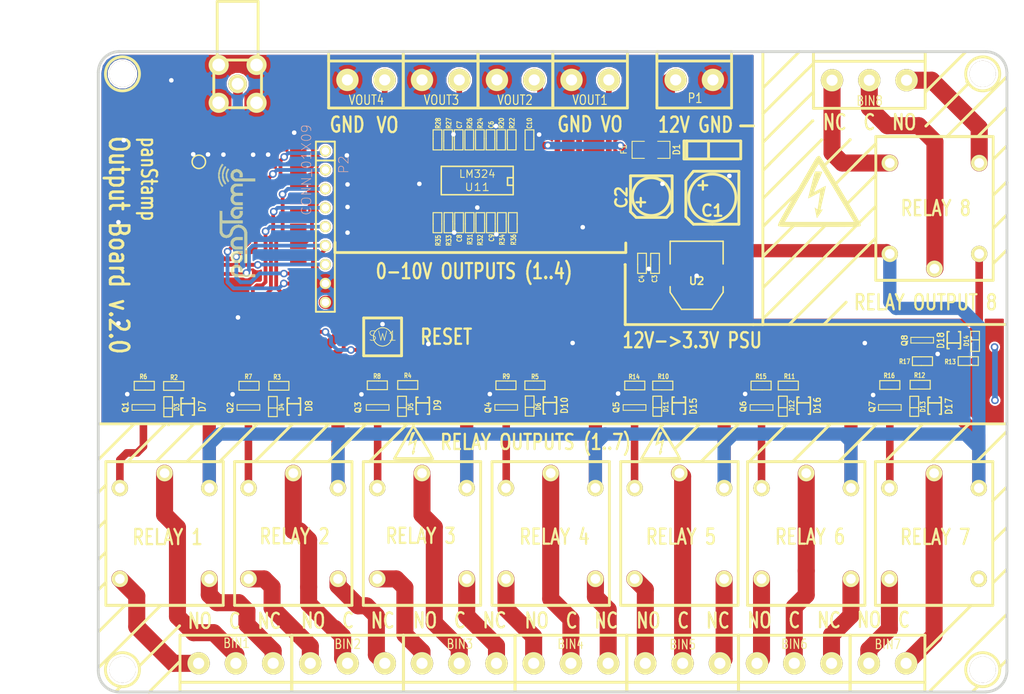
<source format=kicad_pcb>
(kicad_pcb (version 4) (host pcbnew "(2014-jul-16 BZR unknown)-product")
  (title_block (title "output-board for panStamp 2") (date "16 Jul 2015") (rev 2.0) (company panStamp))
  (layers (0 Front signal) (31 Back signal) (34 B.Paste user) (35 F.Paste user) (36 B.SilkS user) (37 F.SilkS user) (38 B.Mask user) (39 F.Mask user) (44 Edge.Cuts user))
  (net 0 "")
  (net 1 +12V)
  (net 2 +3.3V)
  (net 3 /RESET)
  (net 4 /RXD)
  (net 5 /TXD)
  (net 6 BINOUT0)
  (net 7 BINOUT1)
  (net 8 BINOUT2)
  (net 9 BINOUT3)
  (net 10 BINOUT4)
  (net 11 BINOUT5)
  (net 12 BINOUT6)
  (net 13 BINOUT7)
  (net 14 GND)
  (net 15 PWMOUT0)
  (net 16 PWMOUT1)
  (net 17 PWMOUT2)
  (net 18 PWMOUT3)
  (net 19 "Net-(BIN1-Pad1)")
  (net 20 "Net-(BIN1-Pad2)")
  (net 21 "Net-(BIN1-Pad3)")
  (net 22 "Net-(BIN2-Pad1)")
  (net 23 "Net-(BIN2-Pad2)")
  (net 24 "Net-(BIN2-Pad3)")
  (net 25 "Net-(BIN3-Pad1)")
  (net 26 "Net-(BIN3-Pad2)")
  (net 27 "Net-(BIN3-Pad3)")
  (net 28 "Net-(BIN4-Pad1)")
  (net 29 "Net-(BIN4-Pad2)")
  (net 30 "Net-(BIN4-Pad3)")
  (net 31 "Net-(BIN5-Pad1)")
  (net 32 "Net-(BIN5-Pad2)")
  (net 33 "Net-(BIN5-Pad3)")
  (net 34 "Net-(BIN6-Pad1)")
  (net 35 "Net-(BIN6-Pad2)")
  (net 36 "Net-(BIN6-Pad3)")
  (net 37 "Net-(BIN7-Pad1)")
  (net 38 "Net-(BIN7-Pad2)")
  (net 39 "Net-(BIN8-Pad1)")
  (net 40 "Net-(BIN8-Pad2)")
  (net 41 "Net-(BIN8-Pad3)")
  (net 42 "Net-(C6-Pad1)")
  (net 43 "Net-(C7-Pad1)")
  (net 44 "Net-(C8-Pad1)")
  (net 45 "Net-(C9-Pad1)")
  (net 46 "Net-(D3-Pad2)")
  (net 47 "Net-(D3-Pad1)")
  (net 48 "Net-(D4-Pad2)")
  (net 49 "Net-(D4-Pad1)")
  (net 50 "Net-(D5-Pad2)")
  (net 51 "Net-(D5-Pad1)")
  (net 52 "Net-(D10-Pad1)")
  (net 53 "Net-(D6-Pad1)")
  (net 54 "Net-(D11-Pad2)")
  (net 55 "Net-(D11-Pad1)")
  (net 56 "Net-(D12-Pad2)")
  (net 57 "Net-(D12-Pad1)")
  (net 58 "Net-(D13-Pad2)")
  (net 59 "Net-(D13-Pad1)")
  (net 60 "Net-(D14-Pad2)")
  (net 61 "Net-(D14-Pad1)")
  (net 62 "Net-(F1-Pad1)")
  (net 63 "Net-(Q1-Pad2)")
  (net 64 "Net-(Q2-Pad2)")
  (net 65 "Net-(Q3-Pad2)")
  (net 66 "Net-(Q4-Pad2)")
  (net 67 "Net-(Q5-Pad2)")
  (net 68 "Net-(Q6-Pad2)")
  (net 69 "Net-(Q7-Pad2)")
  (net 70 "Net-(Q8-Pad2)")
  (net 71 "Net-(R20-Pad2)")
  (net 72 "Net-(R22-Pad2)")
  (net 73 "Net-(R27-Pad2)")
  (net 74 "Net-(R28-Pad2)")
  (net 75 "Net-(R33-Pad2)")
  (net 76 "Net-(R34-Pad2)")
  (net 77 "Net-(R35-Pad2)")
  (net 78 "Net-(R36-Pad2)")
  (net 79 "Net-(U9-Pad5)")
  (net 80 "Net-(PS1-Pad1)")
  (net 81 "Net-(PS1-Pad2)")
  (net 82 /TEST)
  (net 83 /SCL)
  (net 84 /SDA)
  (net 85 "Net-(PS1-Pad22)")
  (net 86 "Net-(PS1-Pad23)")
  (net 87 "Net-(PS1-Pad24)")
  (net 88 "Net-(PS1-Pad25)")
  (net 89 "Net-(PS1-Pad31)")
  (net 90 /D7)
  (module SONGLE_RELAY_10A (layer Front) (at 161.544 107.569 270)
    (fp_text reference U4 hide)
    (fp_text value SONGLE_RELAY_10A hide)
    (pad 1 thru_hole circle (at -6.10108 -5.99948 270) (size 2.19964 2.19964) (drill 1.30048) (layers *.Cu *.Mask F.SilkS) (net 1 +12V))
    (pad 2 thru_hole circle (at -8.10006 0 270) (size 2.19964 2.19964) (drill 1.30048) (layers *.Cu *.Mask F.SilkS) (net 23 "Net-(BIN2-Pad2)"))
    (pad 3 thru_hole circle (at -6.10108 5.99948 270) (size 2.19964 2.19964) (drill 1.30048) (layers *.Cu *.Mask F.SilkS) (net 48 "Net-(D4-Pad2)"))
    (pad 4 thru_hole circle (at 6.10108 5.99948 270) (size 2.19964 2.19964) (drill 1.30048) (layers *.Cu *.Mask F.SilkS) (net 22 "Net-(BIN2-Pad1)"))
    (pad 5 thru_hole circle (at 6.10108 -5.99948 270) (size 2.19964 2.19964) (drill 1.30048) (layers *.Cu *.Mask F.SilkS) (net 24 "Net-(BIN2-Pad3)"))
  )
  (module 1pin (layer Front) (at 138.6205 125.857)
    (fp_text reference 1PIN hide)
    (fp_text value P*** hide)
    (pad 1 thru_hole circle (at 0 0) (size 3.50012 3.50012) (drill 3.50012) (layers *.Cu *.Mask F.SilkS))
  )
  (module 1pin (layer Front) (at 254.0635 125.857)
    (fp_text reference 1PIN hide)
    (fp_text value P*** hide)
    (pad 1 thru_hole circle (at 0 0) (size 3.50012 3.50012) (drill 3.50012) (layers *.Cu *.Mask F.SilkS))
  )
  (module 1pin (layer Front) (at 254.0635 45.847)
    (fp_text reference 1PIN hide)
    (fp_text value P*** hide)
    (pad 1 thru_hole circle (at 0 0) (size 3.50012 3.50012) (drill 3.50012) (layers *.Cu *.Mask F.SilkS))
  )
  (module 1pin (layer Front) (at 138.6205 45.847)
    (fp_text reference 1PIN hide)
    (fp_text value P*** hide)
    (pad 1 thru_hole circle (at 0 0) (size 3.50012 3.50012) (drill 3.50012) (layers *.Cu *.Mask F.SilkS))
  )
  (module switch-tact-noah (layer Front) (at 173.5328 81.16824)
    (fp_text reference SW1 (at 0 -0.127) (layer F.SilkS) (effects (font (size 1.27 1.27) (thickness 0.0889))))
    (fp_text value SW_PUSH_SMALL hide)
    (pad 1 smd rect (at -2.49936 -1.75006) (size 1.99898 1.00076) (layers Front F.Paste F.Mask) (net 14 GND))
    (pad 3 smd rect (at 2.49936 -1.75006) (size 1.99898 1.00076) (layers Front F.Paste F.Mask))
    (pad 2 smd rect (at -2.49936 1.75006) (size 1.99898 1.00076) (layers Front F.Paste F.Mask) (net 3 /RESET))
    (pad 4 smd rect (at 2.49936 1.75006) (size 1.99898 1.00076) (layers Front F.Paste F.Mask))
  )
  (module SM0603S (layer Front) (at 191.00292 65.8368 270)
    (fp_text reference R36 (at 2.286 -0.1016 270) (layer F.SilkS) (effects (font (size 0.635 0.508) (thickness 0.127))))
    (fp_text value 21k hide)
    (pad 2 smd rect (at 0.7493 0 270) (size 0.7874 0.762) (layers Front F.Paste F.Mask) (net 78 "Net-(R36-Pad2)"))
    (pad 1 smd rect (at -0.7493 0 270) (size 0.7874 0.762) (layers Front F.Paste F.Mask) (net 76 "Net-(R34-Pad2)"))
  )
  (module SM0603S (layer Front) (at 180.89372 65.8368 270)
    (fp_text reference R35 (at 2.3876 -0.1016 270) (layer F.SilkS) (effects (font (size 0.635 0.508) (thickness 0.127))))
    (fp_text value 21k hide)
    (pad 2 smd rect (at 0.7493 0 270) (size 0.7874 0.762) (layers Front F.Paste F.Mask) (net 77 "Net-(R35-Pad2)"))
    (pad 1 smd rect (at -0.7493 0 270) (size 0.7874 0.762) (layers Front F.Paste F.Mask) (net 75 "Net-(R33-Pad2)"))
  )
  (module SM0603S (layer Front) (at 189.52972 65.8368 90)
    (fp_text reference R34 (at -2.286 0.0508 90) (layer F.SilkS) (effects (font (size 0.635 0.508) (thickness 0.127))))
    (fp_text value 10k hide)
    (pad 2 smd rect (at 0.7493 0 90) (size 0.7874 0.762) (layers Front F.Paste F.Mask) (net 76 "Net-(R34-Pad2)"))
    (pad 1 smd rect (at -0.7493 0 90) (size 0.7874 0.762) (layers Front F.Paste F.Mask) (net 14 GND))
  )
  (module SM0603S (layer Front) (at 182.36692 65.8368 90)
    (fp_text reference R33 (at -2.3876 0.0508 90) (layer F.SilkS) (effects (font (size 0.635 0.508) (thickness 0.127))))
    (fp_text value 10k hide)
    (pad 2 smd rect (at 0.7493 0 90) (size 0.7874 0.762) (layers Front F.Paste F.Mask) (net 75 "Net-(R33-Pad2)"))
    (pad 1 smd rect (at -0.7493 0 90) (size 0.7874 0.762) (layers Front F.Paste F.Mask) (net 14 GND))
  )
  (module SM0603S (layer Front) (at 186.63412 65.8368 270)
    (fp_text reference R32 (at 2.3368 0 270) (layer F.SilkS) (effects (font (size 0.635 0.508) (thickness 0.127))))
    (fp_text value 10K hide)
    (pad 2 smd rect (at 0.7493 0 270) (size 0.7874 0.762) (layers Front F.Paste F.Mask) (net 18 PWMOUT3))
    (pad 1 smd rect (at -0.7493 0 270) (size 0.7874 0.762) (layers Front F.Paste F.Mask) (net 45 "Net-(C9-Pad1)"))
  )
  (module SM0603S (layer Front) (at 185.21172 65.8368 270)
    (fp_text reference R31 (at 2.2352 -0.0508 270) (layer F.SilkS) (effects (font (size 0.635 0.508) (thickness 0.127))))
    (fp_text value 10K hide)
    (pad 2 smd rect (at 0.7493 0 270) (size 0.7874 0.762) (layers Front F.Paste F.Mask) (net 17 PWMOUT2))
    (pad 1 smd rect (at -0.7493 0 270) (size 0.7874 0.762) (layers Front F.Paste F.Mask) (net 44 "Net-(C8-Pad1)"))
  )
  (module SM0603S (layer Front) (at 180.89372 54.7116 90)
    (fp_text reference R28 (at 2.2352 0.1016 90) (layer F.SilkS) (effects (font (size 0.635 0.508) (thickness 0.127))))
    (fp_text value 21k hide)
    (pad 2 smd rect (at 0.7493 0 90) (size 0.7874 0.762) (layers Front F.Paste F.Mask) (net 74 "Net-(R28-Pad2)"))
    (pad 1 smd rect (at -0.7493 0 90) (size 0.7874 0.762) (layers Front F.Paste F.Mask) (net 73 "Net-(R27-Pad2)"))
  )
  (module SM0603S (layer Front) (at 182.31612 54.7116 270)
    (fp_text reference R27 (at -2.2352 -0.1016 270) (layer F.SilkS) (effects (font (size 0.635 0.508) (thickness 0.127))))
    (fp_text value 10k hide)
    (pad 2 smd rect (at 0.7493 0 270) (size 0.7874 0.762) (layers Front F.Paste F.Mask) (net 73 "Net-(R27-Pad2)"))
    (pad 1 smd rect (at -0.7493 0 270) (size 0.7874 0.762) (layers Front F.Paste F.Mask) (net 14 GND))
  )
  (module SM0603S (layer Front) (at 185.16092 54.7116 90)
    (fp_text reference R26 (at 2.2352 0.0508 90) (layer F.SilkS) (effects (font (size 0.635 0.508) (thickness 0.127))))
    (fp_text value 10K hide)
    (pad 2 smd rect (at 0.7493 0 90) (size 0.7874 0.762) (layers Front F.Paste F.Mask) (net 16 PWMOUT1))
    (pad 1 smd rect (at -0.7493 0 90) (size 0.7874 0.762) (layers Front F.Paste F.Mask) (net 43 "Net-(C7-Pad1)"))
  )
  (module SM0603S (layer Front) (at 186.58332 54.7116 90)
    (fp_text reference R24 (at 2.2352 0.0508 90) (layer F.SilkS) (effects (font (size 0.635 0.508) (thickness 0.127))))
    (fp_text value 10K hide)
    (pad 2 smd rect (at 0.7493 0 90) (size 0.7874 0.762) (layers Front F.Paste F.Mask) (net 15 PWMOUT0))
    (pad 1 smd rect (at -0.7493 0 90) (size 0.7874 0.762) (layers Front F.Paste F.Mask) (net 42 "Net-(C6-Pad1)"))
  )
  (module SM0603S (layer Front) (at 190.85052 54.7116 90)
    (fp_text reference R22 (at 2.2352 0.0508 90) (layer F.SilkS) (effects (font (size 0.635 0.508) (thickness 0.127))))
    (fp_text value 21k hide)
    (pad 2 smd rect (at 0.7493 0 90) (size 0.7874 0.762) (layers Front F.Paste F.Mask) (net 72 "Net-(R22-Pad2)"))
    (pad 1 smd rect (at -0.7493 0 90) (size 0.7874 0.762) (layers Front F.Paste F.Mask) (net 71 "Net-(R20-Pad2)"))
  )
  (module SM0603S (layer Front) (at 189.42812 54.7116 270)
    (fp_text reference R20 (at -2.2352 -0.0508 270) (layer F.SilkS) (effects (font (size 0.635 0.508) (thickness 0.127))))
    (fp_text value 10k hide)
    (pad 2 smd rect (at 0.7493 0 270) (size 0.7874 0.762) (layers Front F.Paste F.Mask) (net 71 "Net-(R20-Pad2)"))
    (pad 1 smd rect (at -0.7493 0 270) (size 0.7874 0.762) (layers Front F.Paste F.Mask) (net 14 GND))
  )
  (module SM0603S (layer Front) (at 245.9736 84.4296 180)
    (fp_text reference R17 (at 2.3876 -0.04572 180) (layer F.SilkS) (effects (font (size 0.635 0.508) (thickness 0.127))))
    (fp_text value 2k2 hide)
    (pad 2 smd rect (at 0.7493 0 180) (size 0.7874 0.762) (layers Front F.Paste F.Mask) (net 70 "Net-(Q8-Pad2)"))
    (pad 1 smd rect (at -0.7493 0 180) (size 0.7874 0.762) (layers Front F.Paste F.Mask) (net 13 BINOUT7))
  )
  (module SM0603S (layer Front) (at 241.59464 87.63)
    (fp_text reference R16 (at -0.0762 -1.25476) (layer F.SilkS) (effects (font (size 0.635 0.508) (thickness 0.127))))
    (fp_text value 2k2 hide)
    (pad 2 smd rect (at 0.7493 0) (size 0.7874 0.762) (layers Front F.Paste F.Mask) (net 69 "Net-(Q7-Pad2)"))
    (pad 1 smd rect (at -0.7493 0) (size 0.7874 0.762) (layers Front F.Paste F.Mask) (net 12 BINOUT6))
  )
  (module SM0603S (layer Front) (at 224.31756 87.69604)
    (fp_text reference R15 (at -0.00508 -1.21412) (layer F.SilkS) (effects (font (size 0.635 0.508) (thickness 0.127))))
    (fp_text value 2k2 hide)
    (pad 2 smd rect (at 0.7493 0) (size 0.7874 0.762) (layers Front F.Paste F.Mask) (net 68 "Net-(Q6-Pad2)"))
    (pad 1 smd rect (at -0.7493 0) (size 0.7874 0.762) (layers Front F.Paste F.Mask) (net 11 BINOUT5))
  )
  (module SM0603S (layer Front) (at 207.3656 87.69604)
    (fp_text reference R14 (at -0.0762 -1.1684 180) (layer F.SilkS) (effects (font (size 0.635 0.508) (thickness 0.127))))
    (fp_text value 2k2 hide)
    (pad 2 smd rect (at 0.7493 0) (size 0.7874 0.762) (layers Front F.Paste F.Mask) (net 67 "Net-(Q5-Pad2)"))
    (pad 1 smd rect (at -0.7493 0) (size 0.7874 0.762) (layers Front F.Paste F.Mask) (net 10 BINOUT4))
  )
  (module SM0603S (layer Front) (at 252.1204 84.41944)
    (fp_text reference R13 (at -2.41808 0.09144) (layer F.SilkS) (effects (font (size 0.635 0.508) (thickness 0.127))))
    (fp_text value 1k5 hide)
    (pad 2 smd rect (at 0.7493 0) (size 0.7874 0.762) (layers Front F.Paste F.Mask) (net 61 "Net-(D14-Pad1)"))
    (pad 1 smd rect (at -0.7493 0) (size 0.7874 0.762) (layers Front F.Paste F.Mask) (net 1 +12V))
  )
  (module SM0603S (layer Front) (at 245.6688 87.59444 180)
    (fp_text reference R12 (at 0.0762 1.25984 180) (layer F.SilkS) (effects (font (size 0.635 0.508) (thickness 0.127))))
    (fp_text value 1k5 hide)
    (pad 2 smd rect (at 0.7493 0 180) (size 0.7874 0.762) (layers Front F.Paste F.Mask) (net 59 "Net-(D13-Pad1)"))
    (pad 1 smd rect (at -0.7493 0 180) (size 0.7874 0.762) (layers Front F.Paste F.Mask) (net 1 +12V))
  )
  (module SM0603S (layer Front) (at 227.97008 87.69604 180)
    (fp_text reference R11 (at -0.15748 1.22428 180) (layer F.SilkS) (effects (font (size 0.635 0.508) (thickness 0.127))))
    (fp_text value 1k5 hide)
    (pad 2 smd rect (at 0.7493 0 180) (size 0.7874 0.762) (layers Front F.Paste F.Mask) (net 57 "Net-(D12-Pad1)"))
    (pad 1 smd rect (at -0.7493 0 180) (size 0.7874 0.762) (layers Front F.Paste F.Mask) (net 1 +12V))
  )
  (module SM0603S (layer Front) (at 211.1248 87.69604 180)
    (fp_text reference R10 (at -0.0762 1.20904 180) (layer F.SilkS) (effects (font (size 0.635 0.508) (thickness 0.127))))
    (fp_text value 1k5 hide)
    (pad 2 smd rect (at 0.7493 0 180) (size 0.7874 0.762) (layers Front F.Paste F.Mask) (net 55 "Net-(D11-Pad1)"))
    (pad 1 smd rect (at -0.7493 0 180) (size 0.7874 0.762) (layers Front F.Paste F.Mask) (net 1 +12V))
  )
  (module SM0603S (layer Front) (at 190.08344 87.67064)
    (fp_text reference R9 (at 0.03556 -1.18364) (layer F.SilkS) (effects (font (size 0.635 0.508) (thickness 0.127))))
    (fp_text value 2k2 hide)
    (pad 2 smd rect (at 0.7493 0) (size 0.7874 0.762) (layers Front F.Paste F.Mask) (net 66 "Net-(Q4-Pad2)"))
    (pad 1 smd rect (at -0.7493 0) (size 0.7874 0.762) (layers Front F.Paste F.Mask) (net 9 BINOUT3))
  )
  (module SM0603S (layer Front) (at 172.8216 87.67064)
    (fp_text reference R8 (at -0.03556 -1.2192) (layer F.SilkS) (effects (font (size 0.635 0.508) (thickness 0.127))))
    (fp_text value 2k2 hide)
    (pad 2 smd rect (at 0.7493 0) (size 0.7874 0.762) (layers Front F.Paste F.Mask) (net 65 "Net-(Q3-Pad2)"))
    (pad 1 smd rect (at -0.7493 0) (size 0.7874 0.762) (layers Front F.Paste F.Mask) (net 8 BINOUT2))
  )
  (module SM0603S (layer Front) (at 155.60548 87.7316)
    (fp_text reference R7 (at -0.08128 -1.2192) (layer F.SilkS) (effects (font (size 0.635 0.508) (thickness 0.127))))
    (fp_text value 2k2 hide)
    (pad 2 smd rect (at 0.7493 0) (size 0.7874 0.762) (layers Front F.Paste F.Mask) (net 64 "Net-(Q2-Pad2)"))
    (pad 1 smd rect (at -0.7493 0) (size 0.7874 0.762) (layers Front F.Paste F.Mask) (net 7 BINOUT1))
  )
  (module SM0603S (layer Front) (at 141.54404 87.7316)
    (fp_text reference R6 (at -0.11684 -1.2192) (layer F.SilkS) (effects (font (size 0.635 0.508) (thickness 0.127))))
    (fp_text value 2k2 hide)
    (pad 2 smd rect (at 0.7493 0) (size 0.7874 0.762) (layers Front F.Paste F.Mask) (net 63 "Net-(Q1-Pad2)"))
    (pad 1 smd rect (at -0.7493 0) (size 0.7874 0.762) (layers Front F.Paste F.Mask) (net 6 BINOUT0))
  )
  (module SM0603S (layer Front) (at 193.96964 87.67064 180)
    (fp_text reference R5 (at -0.01016 1.15824 180) (layer F.SilkS) (effects (font (size 0.635 0.508) (thickness 0.127))))
    (fp_text value 1k5 hide)
    (pad 2 smd rect (at 0.7493 0 180) (size 0.7874 0.762) (layers Front F.Paste F.Mask) (net 53 "Net-(D6-Pad1)"))
    (pad 1 smd rect (at -0.7493 0 180) (size 0.7874 0.762) (layers Front F.Paste F.Mask) (net 1 +12V))
  )
  (module SM0603S (layer Front) (at 176.90084 87.63 180)
    (fp_text reference R4 (at 0 1.25476 180) (layer F.SilkS) (effects (font (size 0.635 0.508) (thickness 0.127))))
    (fp_text value 1k5 hide)
    (pad 2 smd rect (at 0.7493 0 180) (size 0.7874 0.762) (layers Front F.Paste F.Mask) (net 51 "Net-(D5-Pad1)"))
    (pad 1 smd rect (at -0.7493 0 180) (size 0.7874 0.762) (layers Front F.Paste F.Mask) (net 1 +12V))
  )
  (module SM0603S (layer Front) (at 159.60852 87.73668 180)
    (fp_text reference R3 (at 0.23368 1.17348 180) (layer F.SilkS) (effects (font (size 0.635 0.508) (thickness 0.127))))
    (fp_text value 1k5 hide)
    (pad 2 smd rect (at 0.7493 0 180) (size 0.7874 0.762) (layers Front F.Paste F.Mask) (net 49 "Net-(D4-Pad1)"))
    (pad 1 smd rect (at -0.7493 0 180) (size 0.7874 0.762) (layers Front F.Paste F.Mask) (net 1 +12V))
  )
  (module SM0603S (layer Front) (at 145.4912 87.757)
    (fp_text reference R2 (at 0.0508 -1.143) (layer F.SilkS) (effects (font (size 0.635 0.508) (thickness 0.127))))
    (fp_text value 1k5 hide)
    (pad 2 smd rect (at 0.7493 0) (size 0.7874 0.762) (layers Front F.Paste F.Mask) (net 1 +12V))
    (pad 1 smd rect (at -0.7493 0) (size 0.7874 0.762) (layers Front F.Paste F.Mask) (net 47 "Net-(D3-Pad1)"))
  )
  (module SM0603S (layer Front) (at 188.05652 65.8368 270)
    (fp_text reference C9 (at 2.032 -0.1016 270) (layer F.SilkS) (effects (font (size 0.635 0.508) (thickness 0.127))))
    (fp_text value 4.7u hide)
    (pad 2 smd rect (at 0.7493 0 270) (size 0.7874 0.762) (layers Front F.Paste F.Mask) (net 14 GND))
    (pad 1 smd rect (at -0.7493 0 270) (size 0.7874 0.762) (layers Front F.Paste F.Mask) (net 45 "Net-(C9-Pad1)"))
  )
  (module SM0603S (layer Front) (at 183.78932 65.8368 270)
    (fp_text reference C8 (at 2.0828 -0.0508 270) (layer F.SilkS) (effects (font (size 0.635 0.508) (thickness 0.127))))
    (fp_text value 4.7u hide)
    (pad 2 smd rect (at 0.7493 0 270) (size 0.7874 0.762) (layers Front F.Paste F.Mask) (net 14 GND))
    (pad 1 smd rect (at -0.7493 0 270) (size 0.7874 0.762) (layers Front F.Paste F.Mask) (net 44 "Net-(C8-Pad1)"))
  )
  (module SM0603S (layer Front) (at 183.73852 54.7116 90)
    (fp_text reference C7 (at 2.032 0.1016 90) (layer F.SilkS) (effects (font (size 0.635 0.508) (thickness 0.127))))
    (fp_text value 4.7u hide)
    (pad 2 smd rect (at 0.7493 0 90) (size 0.7874 0.762) (layers Front F.Paste F.Mask) (net 14 GND))
    (pad 1 smd rect (at -0.7493 0 90) (size 0.7874 0.762) (layers Front F.Paste F.Mask) (net 43 "Net-(C7-Pad1)"))
  )
  (module SM0603S (layer Front) (at 188.00572 54.7116 90)
    (fp_text reference C6 (at 2.032 0.1016 90) (layer F.SilkS) (effects (font (size 0.635 0.508) (thickness 0.127))))
    (fp_text value 4.7u hide)
    (pad 2 smd rect (at 0.7493 0 90) (size 0.7874 0.762) (layers Front F.Paste F.Mask) (net 14 GND))
    (pad 1 smd rect (at -0.7493 0 90) (size 0.7874 0.762) (layers Front F.Paste F.Mask) (net 42 "Net-(C6-Pad1)"))
  )
  (module SM0603S (layer Front) (at 208.34096 71.28764 270)
    (fp_text reference C4 (at 2.0828 0.0508 270) (layer F.SilkS) (effects (font (size 0.635 0.508) (thickness 0.127))))
    (fp_text value 100n hide)
    (pad 2 smd rect (at 0.7493 0 270) (size 0.7874 0.762) (layers Front F.Paste F.Mask) (net 14 GND))
    (pad 1 smd rect (at -0.7493 0 270) (size 0.7874 0.762) (layers Front F.Paste F.Mask) (net 2 +3.3V))
  )
  (module SM0603S (layer Front) (at 210.08848 71.29272 270)
    (fp_text reference C3 (at 2.0828 0.0508 270) (layer F.SilkS) (effects (font (size 0.635 0.508) (thickness 0.127))))
    (fp_text value 1u hide)
    (pad 2 smd rect (at 0.7493 0 270) (size 0.7874 0.762) (layers Front F.Paste F.Mask) (net 14 GND))
    (pad 1 smd rect (at -0.7493 0 270) (size 0.7874 0.762) (layers Front F.Paste F.Mask) (net 2 +3.3V))
  )
  (module SMA (layer Front) (at 217.7796 56.007 180)
    (fp_text reference D1 (at 4.8006 0 270) (layer F.SilkS) (effects (font (size 0.889 0.762) (thickness 0.1524))))
    (fp_text value DIODESCH hide)
    (pad 1 smd rect (at -1.99898 0 180) (size 2.50952 1.70942) (layers Front F.Paste F.Mask) (net 14 GND))
    (pad 2 smd rect (at 1.99898 0 180) (size 2.50952 1.70942) (layers Front F.Paste F.Mask) (net 1 +12V))
  )
  (module SMDCPOL_5 (layer Front) (at 209.59064 62.3316 90)
    (fp_text reference C2 (at -0.1016 -4.0132 90) (layer F.SilkS) (effects (font (thickness 0.3048))))
    (fp_text value 22u hide)
    (fp_text user + (at -0.762 -1.524 90) (layer F.SilkS) (effects (font (thickness 0.3048))))
    (pad 1 smd rect (at -1.778 0 90) (size 2.49936 1.00076) (layers Front F.Paste F.Mask) (net 2 +3.3V))
    (pad 2 smd rect (at 1.778 0 90) (size 2.49936 1.00076) (layers Front F.Paste F.Mask) (net 14 GND))
  )
  (module SMDCPOL_6.3 (layer Front) (at 217.7796 62.484)
    (fp_text reference C1 (at 0 1.7272) (layer F.SilkS) (effects (font (thickness 0.3048))))
    (fp_text value 47u hide)
    (fp_text user + (at -1.27 -1.778) (layer F.SilkS) (effects (font (thickness 0.3048))))
    (pad 2 smd rect (at 2.286 0) (size 2.79908 1.00076) (layers Front F.Paste F.Mask) (net 14 GND))
    (pad 1 smd rect (at -2.286 0) (size 2.79908 1.00076) (layers Front F.Paste F.Mask) (net 1 +12V))
  )
  (module SO14E (layer Front) (at 186.22772 60.2996 180)
    (fp_text reference U11 (at 0 -0.762 180) (layer F.SilkS) (effects (font (size 1.016 1.143) (thickness 0.127))))
    (fp_text value LM324 (at 0 1.016 180) (layer F.SilkS) (effects (font (size 1.016 1.016) (thickness 0.127))))
    (pad 1 smd rect (at -3.81 2.794 180) (size 0.508 1.143) (layers Front F.Paste F.Mask) (net 72 "Net-(R22-Pad2)"))
    (pad 2 smd rect (at -2.54 2.794 180) (size 0.508 1.143) (layers Front F.Paste F.Mask) (net 71 "Net-(R20-Pad2)"))
    (pad 3 smd rect (at -1.27 2.794 180) (size 0.508 1.143) (layers Front F.Paste F.Mask) (net 42 "Net-(C6-Pad1)"))
    (pad 4 smd rect (at 0 2.794 180) (size 0.508 1.143) (layers Front F.Paste F.Mask) (net 1 +12V))
    (pad 5 smd rect (at 1.27 2.794 180) (size 0.508 1.143) (layers Front F.Paste F.Mask) (net 43 "Net-(C7-Pad1)"))
    (pad 6 smd rect (at 2.54 2.794 180) (size 0.508 1.143) (layers Front F.Paste F.Mask) (net 73 "Net-(R27-Pad2)"))
    (pad 7 smd rect (at 3.81 2.794 180) (size 0.508 1.143) (layers Front F.Paste F.Mask) (net 74 "Net-(R28-Pad2)"))
    (pad 8 smd rect (at 3.81 -2.54 180) (size 0.508 1.143) (layers Front F.Paste F.Mask) (net 77 "Net-(R35-Pad2)"))
    (pad 9 smd rect (at 2.54 -2.54 180) (size 0.508 1.143) (layers Front F.Paste F.Mask) (net 75 "Net-(R33-Pad2)"))
    (pad 10 smd rect (at 1.27 -2.54 180) (size 0.508 1.143) (layers Front F.Paste F.Mask) (net 44 "Net-(C8-Pad1)"))
    (pad 11 smd rect (at 0 -2.54 180) (size 0.508 1.143) (layers Front F.Paste F.Mask) (net 14 GND))
    (pad 12 smd rect (at -1.27 -2.54 180) (size 0.508 1.143) (layers Front F.Paste F.Mask) (net 45 "Net-(C9-Pad1)"))
    (pad 13 smd rect (at -2.54 -2.54 180) (size 0.508 1.143) (layers Front F.Paste F.Mask) (net 76 "Net-(R34-Pad2)"))
    (pad 14 smd rect (at -3.81 -2.54 180) (size 0.508 1.143) (layers Front F.Paste F.Mask) (net 78 "Net-(R36-Pad2)"))
  )
  (module SOT223 (layer Front) (at 215.6714 72.898 180)
    (fp_text reference U2 (at 0 -0.762 180) (layer F.SilkS) (effects (font (size 1.016 1.016) (thickness 0.2032))))
    (fp_text value UA78M33 hide)
    (pad 4 smd rect (at 0 -3.302 180) (size 3.6576 2.032) (layers Front F.Paste F.Mask) (net 14 GND))
    (pad 2 smd rect (at 0 3.302 180) (size 1.016 2.032) (layers Front F.Paste F.Mask) (net 14 GND))
    (pad 3 smd rect (at 2.286 3.302 180) (size 1.016 2.032) (layers Front F.Paste F.Mask) (net 2 +3.3V))
    (pad 1 smd rect (at -2.286 3.302 180) (size 1.016 2.032) (layers Front F.Paste F.Mask) (net 1 +12V))
  )
  (module SOT23EBC (layer Front) (at 245.93804 81.6102 180)
    (fp_text reference Q8 (at 2.3622 -0.04064 270) (layer F.SilkS) (effects (font (size 0.762 0.762) (thickness 0.1524))))
    (fp_text value NPN hide)
    (pad 1 smd rect (at -0.889 -1.016 180) (size 0.9144 0.9144) (layers Front F.Paste F.Mask) (net 14 GND))
    (pad 2 smd rect (at 0.889 -1.016 180) (size 0.9144 0.9144) (layers Front F.Paste F.Mask) (net 70 "Net-(Q8-Pad2)"))
    (pad 3 smd rect (at 0 1.016 180) (size 0.9144 0.9144) (layers Front F.Paste F.Mask) (net 60 "Net-(D14-Pad2)"))
  )
  (module SOT23EBC (layer Front) (at 241.59464 90.64244)
    (fp_text reference Q7 (at -2.3622 -0.0762 90) (layer F.SilkS) (effects (font (size 0.762 0.762) (thickness 0.1524))))
    (fp_text value NPN hide)
    (pad 1 smd rect (at -0.889 -1.016) (size 0.9144 0.9144) (layers Front F.Paste F.Mask) (net 14 GND))
    (pad 2 smd rect (at 0.889 -1.016) (size 0.9144 0.9144) (layers Front F.Paste F.Mask) (net 69 "Net-(Q7-Pad2)"))
    (pad 3 smd rect (at 0 1.016) (size 0.9144 0.9144) (layers Front F.Paste F.Mask) (net 58 "Net-(D13-Pad2)"))
  )
  (module SOT23EBC (layer Front) (at 224.37852 90.6526)
    (fp_text reference Q6 (at -2.45872 -0.127 90) (layer F.SilkS) (effects (font (size 0.762 0.762) (thickness 0.1524))))
    (fp_text value NPN hide)
    (pad 1 smd rect (at -0.889 -1.016) (size 0.9144 0.9144) (layers Front F.Paste F.Mask) (net 14 GND))
    (pad 2 smd rect (at 0.889 -1.016) (size 0.9144 0.9144) (layers Front F.Paste F.Mask) (net 68 "Net-(Q6-Pad2)"))
    (pad 3 smd rect (at 0 1.016) (size 0.9144 0.9144) (layers Front F.Paste F.Mask) (net 56 "Net-(D12-Pad2)"))
  )
  (module SOT23EBC (layer Front) (at 207.3402 90.6526)
    (fp_text reference Q5 (at -2.4638 -0.0254 90) (layer F.SilkS) (effects (font (size 0.762 0.762) (thickness 0.1524))))
    (fp_text value NPN hide)
    (pad 1 smd rect (at -0.889 -1.016) (size 0.9144 0.9144) (layers Front F.Paste F.Mask) (net 14 GND))
    (pad 2 smd rect (at 0.889 -1.016) (size 0.9144 0.9144) (layers Front F.Paste F.Mask) (net 67 "Net-(Q5-Pad2)"))
    (pad 3 smd rect (at 0 1.016) (size 0.9144 0.9144) (layers Front F.Paste F.Mask) (net 54 "Net-(D11-Pad2)"))
  )
  (module SOT23EBC (layer Front) (at 190.119 90.64244)
    (fp_text reference Q4 (at -2.4384 0.01016 90) (layer F.SilkS) (effects (font (size 0.762 0.762) (thickness 0.1524))))
    (fp_text value NPN hide)
    (pad 1 smd rect (at -0.889 -1.016) (size 0.9144 0.9144) (layers Front F.Paste F.Mask) (net 14 GND))
    (pad 2 smd rect (at 0.889 -1.016) (size 0.9144 0.9144) (layers Front F.Paste F.Mask) (net 66 "Net-(Q4-Pad2)"))
    (pad 3 smd rect (at 0 1.016) (size 0.9144 0.9144) (layers Front F.Paste F.Mask) (net 52 "Net-(D10-Pad1)"))
  )
  (module SOT23EBC (layer Front) (at 172.86224 90.64244)
    (fp_text reference Q3 (at -2.63144 0 90) (layer F.SilkS) (effects (font (size 0.762 0.762) (thickness 0.1524))))
    (fp_text value NPN hide)
    (pad 1 smd rect (at -0.889 -1.016) (size 0.9144 0.9144) (layers Front F.Paste F.Mask) (net 14 GND))
    (pad 2 smd rect (at 0.889 -1.016) (size 0.9144 0.9144) (layers Front F.Paste F.Mask) (net 65 "Net-(Q3-Pad2)"))
    (pad 3 smd rect (at 0 1.016) (size 0.9144 0.9144) (layers Front F.Paste F.Mask) (net 50 "Net-(D5-Pad2)"))
  )
  (module SOT23EBC (layer Front) (at 155.5242 90.64244)
    (fp_text reference Q2 (at -2.4384 0.03556 90) (layer F.SilkS) (effects (font (size 0.762 0.762) (thickness 0.1524))))
    (fp_text value NPN hide)
    (pad 1 smd rect (at -0.889 -1.016) (size 0.9144 0.9144) (layers Front F.Paste F.Mask) (net 14 GND))
    (pad 2 smd rect (at 0.889 -1.016) (size 0.9144 0.9144) (layers Front F.Paste F.Mask) (net 64 "Net-(Q2-Pad2)"))
    (pad 3 smd rect (at 0 1.016) (size 0.9144 0.9144) (layers Front F.Paste F.Mask) (net 48 "Net-(D4-Pad2)"))
  )
  (module SOT23EBC (layer Front) (at 141.43228 90.63736)
    (fp_text reference Q1 (at -2.41808 -0.03556 90) (layer F.SilkS) (effects (font (size 0.762 0.762) (thickness 0.1524))))
    (fp_text value NPN hide)
    (pad 1 smd rect (at -0.889 -1.016) (size 0.9144 0.9144) (layers Front F.Paste F.Mask) (net 14 GND))
    (pad 2 smd rect (at 0.889 -1.016) (size 0.9144 0.9144) (layers Front F.Paste F.Mask) (net 63 "Net-(Q1-Pad2)"))
    (pad 3 smd rect (at 0 1.016) (size 0.9144 0.9144) (layers Front F.Paste F.Mask) (net 46 "Net-(D3-Pad2)"))
  )
  (module terminal_block_5mm_2P (layer Front) (at 171.29252 46.6344 180)
    (fp_text reference VOUT4 (at -0.0635 -2.7305 180) (layer F.SilkS) (effects (font (size 1.27 1.016) (thickness 0.1524))))
    (fp_text value CONN_2 hide)
    (pad 1 thru_hole circle (at -2.51714 -0.0254 180) (size 2.99974 2.99974) (drill 1.4986) (layers *.Cu *.Mask F.SilkS) (net 72 "Net-(R22-Pad2)"))
    (pad 2 thru_hole circle (at 2.48412 -0.0254 180) (size 2.99974 2.99974) (drill 1.4986) (layers *.Cu *.Mask F.SilkS) (net 14 GND))
  )
  (module terminal_block_5mm_2P (layer Front) (at 181.30012 46.6344 180)
    (fp_text reference VOUT3 (at -0.127 -2.7305 180) (layer F.SilkS) (effects (font (size 1.27 1.016) (thickness 0.1524))))
    (fp_text value CONN_2 hide)
    (pad 1 thru_hole circle (at -2.51714 -0.0254 180) (size 2.99974 2.99974) (drill 1.4986) (layers *.Cu *.Mask F.SilkS) (net 74 "Net-(R28-Pad2)"))
    (pad 2 thru_hole circle (at 2.48412 -0.0254 180) (size 2.99974 2.99974) (drill 1.4986) (layers *.Cu *.Mask F.SilkS) (net 14 GND))
  )
  (module terminal_block_5mm_2P (layer Front) (at 191.35852 46.6344 180)
    (fp_text reference VOUT2 (at 0.0635 -2.7305 180) (layer F.SilkS) (effects (font (size 1.27 1.016) (thickness 0.1524))))
    (fp_text value CONN_2 hide)
    (pad 1 thru_hole circle (at -2.51714 -0.0254 180) (size 2.99974 2.99974) (drill 1.4986) (layers *.Cu *.Mask F.SilkS) (net 77 "Net-(R35-Pad2)"))
    (pad 2 thru_hole circle (at 2.48412 -0.0254 180) (size 2.99974 2.99974) (drill 1.4986) (layers *.Cu *.Mask F.SilkS) (net 14 GND))
  )
  (module terminal_block_5mm_2P (layer Front) (at 201.36612 46.6344 180)
    (fp_text reference VOUT1 (at 0 -2.7305 180) (layer F.SilkS) (effects (font (size 1.27 1.016) (thickness 0.1524))))
    (fp_text value CONN_2 hide)
    (pad 1 thru_hole circle (at -2.51714 -0.0254 180) (size 2.99974 2.99974) (drill 1.4986) (layers *.Cu *.Mask F.SilkS) (net 78 "Net-(R36-Pad2)"))
    (pad 2 thru_hole circle (at 2.48412 -0.0254 180) (size 2.99974 2.99974) (drill 1.4986) (layers *.Cu *.Mask F.SilkS) (net 14 GND))
  )
  (module terminal_block_5mm_2P (layer Front) (at 215.3412 46.6344 180)
    (fp_text reference P1 (at -0.127 -2.4765 180) (layer F.SilkS) (effects (font (size 1.27 1.016) (thickness 0.1524))))
    (fp_text value CONN_2 hide)
    (pad 1 thru_hole circle (at -2.51714 -0.0254 180) (size 2.99974 2.99974) (drill 1.4986) (layers *.Cu *.Mask F.SilkS) (net 14 GND))
    (pad 2 thru_hole circle (at 2.48412 -0.0254 180) (size 2.99974 2.99974) (drill 1.4986) (layers *.Cu *.Mask F.SilkS) (net 62 "Net-(F1-Pad1)"))
  )
  (module terminal_block_5mm_3P (layer Front) (at 238.82096 46.67504 180)
    (fp_text reference BIN8 (at -0.0635 -2.794 180) (layer F.SilkS) (effects (font (size 1.27 1.016) (thickness 0.1524))))
    (fp_text value CONN_3 hide)
    (pad 1 thru_hole circle (at -5.01904 -0.0254 180) (size 2.99974 2.99974) (drill 1.4986) (layers *.Cu *.Mask F.SilkS) (net 39 "Net-(BIN8-Pad1)"))
    (pad 2 thru_hole circle (at -0.01778 -0.0254 180) (size 2.99974 2.99974) (drill 1.4986) (layers *.Cu *.Mask F.SilkS) (net 40 "Net-(BIN8-Pad2)"))
    (pad 3 thru_hole circle (at 4.98094 -0.0254 180) (size 2.99974 2.99974) (drill 1.4986) (layers *.Cu *.Mask F.SilkS) (net 41 "Net-(BIN8-Pad3)"))
  )
  (module terminal_block_5mm_3P (layer Front) (at 228.7905 125.0315)
    (fp_text reference BIN6 (at 0 -2.6035) (layer F.SilkS) (effects (font (size 1.27 1.016) (thickness 0.1524))))
    (fp_text value CONN_3 hide)
    (pad 1 thru_hole circle (at -5.01904 -0.0254) (size 2.99974 2.99974) (drill 1.4986) (layers *.Cu *.Mask F.SilkS) (net 34 "Net-(BIN6-Pad1)"))
    (pad 2 thru_hole circle (at -0.01778 -0.0254) (size 2.99974 2.99974) (drill 1.4986) (layers *.Cu *.Mask F.SilkS) (net 35 "Net-(BIN6-Pad2)"))
    (pad 3 thru_hole circle (at 4.98094 -0.0254) (size 2.99974 2.99974) (drill 1.4986) (layers *.Cu *.Mask F.SilkS) (net 36 "Net-(BIN6-Pad3)"))
  )
  (module terminal_block_5mm_3P (layer Front) (at 213.8045 125.0315)
    (fp_text reference BIN5 (at 0 -2.54) (layer F.SilkS) (effects (font (size 1.27 1.016) (thickness 0.1524))))
    (fp_text value CONN_3 hide)
    (pad 1 thru_hole circle (at -5.01904 -0.0254) (size 2.99974 2.99974) (drill 1.4986) (layers *.Cu *.Mask F.SilkS) (net 31 "Net-(BIN5-Pad1)"))
    (pad 2 thru_hole circle (at -0.01778 -0.0254) (size 2.99974 2.99974) (drill 1.4986) (layers *.Cu *.Mask F.SilkS) (net 32 "Net-(BIN5-Pad2)"))
    (pad 3 thru_hole circle (at 4.98094 -0.0254) (size 2.99974 2.99974) (drill 1.4986) (layers *.Cu *.Mask F.SilkS) (net 33 "Net-(BIN5-Pad3)"))
  )
  (module terminal_block_5mm_3P (layer Front) (at 198.8185 125.0315)
    (fp_text reference BIN4 (at -0.0635 -2.6035) (layer F.SilkS) (effects (font (size 1.27 1.016) (thickness 0.1524))))
    (fp_text value CONN_3 hide)
    (pad 1 thru_hole circle (at -5.01904 -0.0254) (size 2.99974 2.99974) (drill 1.4986) (layers *.Cu *.Mask F.SilkS) (net 28 "Net-(BIN4-Pad1)"))
    (pad 2 thru_hole circle (at -0.01778 -0.0254) (size 2.99974 2.99974) (drill 1.4986) (layers *.Cu *.Mask F.SilkS) (net 29 "Net-(BIN4-Pad2)"))
    (pad 3 thru_hole circle (at 4.98094 -0.0254) (size 2.99974 2.99974) (drill 1.4986) (layers *.Cu *.Mask F.SilkS) (net 30 "Net-(BIN4-Pad3)"))
  )
  (module terminal_block_5mm_3P (layer Front) (at 183.8325 125.0315)
    (fp_text reference BIN3 (at 0.0635 -2.6035) (layer F.SilkS) (effects (font (size 1.27 1.016) (thickness 0.1524))))
    (fp_text value CONN_3 hide)
    (pad 1 thru_hole circle (at -5.01904 -0.0254) (size 2.99974 2.99974) (drill 1.4986) (layers *.Cu *.Mask F.SilkS) (net 25 "Net-(BIN3-Pad1)"))
    (pad 2 thru_hole circle (at -0.01778 -0.0254) (size 2.99974 2.99974) (drill 1.4986) (layers *.Cu *.Mask F.SilkS) (net 26 "Net-(BIN3-Pad2)"))
    (pad 3 thru_hole circle (at 4.98094 -0.0254) (size 2.99974 2.99974) (drill 1.4986) (layers *.Cu *.Mask F.SilkS) (net 27 "Net-(BIN3-Pad3)"))
  )
  (module terminal_block_5mm_3P (layer Front) (at 168.8465 125.0315)
    (fp_text reference BIN2 (at 0 -2.6035) (layer F.SilkS) (effects (font (size 1.27 1.016) (thickness 0.1524))))
    (fp_text value CONN_3 hide)
    (pad 1 thru_hole circle (at -5.01904 -0.0254) (size 2.99974 2.99974) (drill 1.4986) (layers *.Cu *.Mask F.SilkS) (net 22 "Net-(BIN2-Pad1)"))
    (pad 2 thru_hole circle (at -0.01778 -0.0254) (size 2.99974 2.99974) (drill 1.4986) (layers *.Cu *.Mask F.SilkS) (net 23 "Net-(BIN2-Pad2)"))
    (pad 3 thru_hole circle (at 4.98094 -0.0254) (size 2.99974 2.99974) (drill 1.4986) (layers *.Cu *.Mask F.SilkS) (net 24 "Net-(BIN2-Pad3)"))
  )
  (module terminal_block_5mm_3P (layer Front) (at 153.8605 125.0315)
    (fp_text reference BIN1 (at 0.0635 -2.7305) (layer F.SilkS) (effects (font (size 1.27 1.016) (thickness 0.1524))))
    (fp_text value CONN_3 hide)
    (pad 1 thru_hole circle (at -5.01904 -0.0254) (size 2.99974 2.99974) (drill 1.4986) (layers *.Cu *.Mask F.SilkS) (net 19 "Net-(BIN1-Pad1)"))
    (pad 2 thru_hole circle (at -0.01778 -0.0254) (size 2.99974 2.99974) (drill 1.4986) (layers *.Cu *.Mask F.SilkS) (net 20 "Net-(BIN1-Pad2)"))
    (pad 3 thru_hole circle (at 4.98094 -0.0254) (size 2.99974 2.99974) (drill 1.4986) (layers *.Cu *.Mask F.SilkS) (net 21 "Net-(BIN1-Pad3)"))
  )
  (module SM0603S (layer Front) (at 193.23812 54.7116 90)
    (fp_text reference C10 (at 2.2352 0 90) (layer F.SilkS) (effects (font (size 0.635 0.508) (thickness 0.127))))
    (fp_text value 100n hide)
    (pad 2 smd rect (at 0.7493 0 90) (size 0.7874 0.762) (layers Front F.Paste F.Mask) (net 14 GND))
    (pad 1 smd rect (at -0.7493 0 90) (size 0.7874 0.762) (layers Front F.Paste F.Mask) (net 1 +12V))
  )
  (module SOD323 (layer Front) (at 147.3708 90.5256 270)
    (fp_text reference D7 (at -0.0254 -1.9558 270) (layer F.SilkS) (effects (font (size 0.889 0.762) (thickness 0.1524))))
    (fp_text value DIODE hide)
    (pad 1 smd rect (at 1.09982 0 270) (size 1.00076 1.00076) (layers Front F.Paste F.Mask) (net 46 "Net-(D3-Pad2)"))
    (pad 2 smd rect (at -1.09982 0 270) (size 1.00076 1.00076) (layers Front F.Paste F.Mask) (net 1 +12V))
  )
  (module SOD323 (layer Front) (at 161.6202 90.5256 270)
    (fp_text reference D8 (at -0.0762 -2.02184 270) (layer F.SilkS) (effects (font (size 0.889 0.762) (thickness 0.1524))))
    (fp_text value DIODE hide)
    (pad 1 smd rect (at 1.09982 0 270) (size 1.00076 1.00076) (layers Front F.Paste F.Mask) (net 48 "Net-(D4-Pad2)"))
    (pad 2 smd rect (at -1.09982 0 270) (size 1.00076 1.00076) (layers Front F.Paste F.Mask) (net 1 +12V))
  )
  (module SOD323 (layer Front) (at 178.9176 90.41384 270)
    (fp_text reference D9 (at -0.0762 -1.9812 270) (layer F.SilkS) (effects (font (size 0.889 0.762) (thickness 0.1524))))
    (fp_text value DIODE hide)
    (pad 1 smd rect (at 1.09982 0 270) (size 1.00076 1.00076) (layers Front F.Paste F.Mask) (net 50 "Net-(D5-Pad2)"))
    (pad 2 smd rect (at -1.09982 0 270) (size 1.00076 1.00076) (layers Front F.Paste F.Mask) (net 1 +12V))
  )
  (module SOD323 (layer Front) (at 195.9864 90.3732 270)
    (fp_text reference D10 (at 0 -1.94564 270) (layer F.SilkS) (effects (font (size 0.889 0.762) (thickness 0.1524))))
    (fp_text value DIODE hide)
    (pad 1 smd rect (at 1.09982 0 270) (size 1.00076 1.00076) (layers Front F.Paste F.Mask) (net 52 "Net-(D10-Pad1)"))
    (pad 2 smd rect (at -1.09982 0 270) (size 1.00076 1.00076) (layers Front F.Paste F.Mask) (net 1 +12V))
  )
  (module SOD323 (layer Front) (at 213.2838 90.3986 270)
    (fp_text reference D15 (at 0.0762 -1.94564 270) (layer F.SilkS) (effects (font (size 0.889 0.762) (thickness 0.1524))))
    (fp_text value DIODE hide)
    (pad 1 smd rect (at 1.09982 0 270) (size 1.00076 1.00076) (layers Front F.Paste F.Mask) (net 54 "Net-(D11-Pad2)"))
    (pad 2 smd rect (at -1.09982 0 270) (size 1.00076 1.00076) (layers Front F.Paste F.Mask) (net 1 +12V))
  )
  (module SOD323 (layer Front) (at 230.03764 90.3986 270)
    (fp_text reference D16 (at -0.03048 -1.81864 270) (layer F.SilkS) (effects (font (size 0.889 0.762) (thickness 0.1524))))
    (fp_text value DIODE hide)
    (pad 1 smd rect (at 1.09982 0 270) (size 1.00076 1.00076) (layers Front F.Paste F.Mask) (net 56 "Net-(D12-Pad2)"))
    (pad 2 smd rect (at -1.09982 0 270) (size 1.00076 1.00076) (layers Front F.Paste F.Mask) (net 1 +12V))
  )
  (module SOD323 (layer Front) (at 247.61444 90.41384 270)
    (fp_text reference D17 (at 0.0762 -1.905 270) (layer F.SilkS) (effects (font (size 0.889 0.762) (thickness 0.1524))))
    (fp_text value DIODE hide)
    (pad 1 smd rect (at 1.09982 0 270) (size 1.00076 1.00076) (layers Front F.Paste F.Mask) (net 58 "Net-(D13-Pad2)"))
    (pad 2 smd rect (at -1.09982 0 270) (size 1.00076 1.00076) (layers Front F.Paste F.Mask) (net 1 +12V))
  )
  (module SOD323 (layer Front) (at 250.18492 81.6102 90)
    (fp_text reference D18 (at -0.03048 -1.76276 90) (layer F.SilkS) (effects (font (size 0.889 0.762) (thickness 0.1524))))
    (fp_text value DIODE hide)
    (pad 1 smd rect (at 1.09982 0 90) (size 1.00076 1.00076) (layers Front F.Paste F.Mask) (net 60 "Net-(D14-Pad2)"))
    (pad 2 smd rect (at -1.09982 0 90) (size 1.00076 1.00076) (layers Front F.Paste F.Mask) (net 1 +12V))
  )
  (module SM1206 (layer Front) (at 209.55 56.04764)
    (fp_text reference F1 (at -3.6576 -0.0762 90) (layer F.SilkS) (effects (font (size 0.762 0.762) (thickness 0.127))))
    (fp_text value FUSE hide)
    (pad 1 smd rect (at -1.651 0) (size 1.524 2.032) (layers Front F.Paste F.Mask) (net 62 "Net-(F1-Pad1)"))
    (pad 2 smd rect (at 1.651 0) (size 1.524 2.032) (layers Front F.Paste F.Mask) (net 1 +12V))
  )
  (module SONGLE_RELAY_10A (layer Front) (at 247.58904 63.92164 90)
    (fp_text reference U10 hide)
    (fp_text value SONGLE_RELAY_10A hide)
    (pad 1 thru_hole circle (at -6.10108 -5.99948 90) (size 2.19964 2.19964) (drill 1.30048) (layers *.Cu *.Mask F.SilkS) (net 1 +12V))
    (pad 2 thru_hole circle (at -8.10006 0 90) (size 2.19964 2.19964) (drill 1.30048) (layers *.Cu *.Mask F.SilkS) (net 40 "Net-(BIN8-Pad2)"))
    (pad 3 thru_hole circle (at -6.10108 5.99948 90) (size 2.19964 2.19964) (drill 1.30048) (layers *.Cu *.Mask F.SilkS) (net 60 "Net-(D14-Pad2)"))
    (pad 4 thru_hole circle (at 6.10108 5.99948 90) (size 2.19964 2.19964) (drill 1.30048) (layers *.Cu *.Mask F.SilkS) (net 39 "Net-(BIN8-Pad1)"))
    (pad 5 thru_hole circle (at 6.10108 -5.99948 90) (size 2.19964 2.19964) (drill 1.30048) (layers *.Cu *.Mask F.SilkS) (net 41 "Net-(BIN8-Pad3)"))
  )
  (module SONGLE_RELAY_10A (layer Front) (at 247.53824 107.569 270)
    (fp_text reference U9 hide)
    (fp_text value SONGLE_RELAY_10A hide)
    (pad 1 thru_hole circle (at -6.10108 -5.99948 270) (size 2.19964 2.19964) (drill 1.30048) (layers *.Cu *.Mask F.SilkS) (net 1 +12V))
    (pad 2 thru_hole circle (at -8.10006 0 270) (size 2.19964 2.19964) (drill 1.30048) (layers *.Cu *.Mask F.SilkS) (net 38 "Net-(BIN7-Pad2)"))
    (pad 3 thru_hole circle (at -6.10108 5.99948 270) (size 2.19964 2.19964) (drill 1.30048) (layers *.Cu *.Mask F.SilkS) (net 58 "Net-(D13-Pad2)"))
    (pad 4 thru_hole circle (at 6.10108 5.99948 270) (size 2.19964 2.19964) (drill 1.30048) (layers *.Cu *.Mask F.SilkS) (net 37 "Net-(BIN7-Pad1)"))
    (pad 5 thru_hole circle (at 6.10108 -5.99948 270) (size 2.19964 2.19964) (drill 1.30048) (layers *.Cu *.Mask F.SilkS) (net 79 "Net-(U9-Pad5)"))
  )
  (module SONGLE_RELAY_10A (layer Front) (at 230.378 107.569 270)
    (fp_text reference U8 hide)
    (fp_text value SONGLE_RELAY_10A hide)
    (pad 1 thru_hole circle (at -6.10108 -5.99948 270) (size 2.19964 2.19964) (drill 1.30048) (layers *.Cu *.Mask F.SilkS) (net 1 +12V))
    (pad 2 thru_hole circle (at -8.10006 0 270) (size 2.19964 2.19964) (drill 1.30048) (layers *.Cu *.Mask F.SilkS) (net 35 "Net-(BIN6-Pad2)"))
    (pad 3 thru_hole circle (at -6.10108 5.99948 270) (size 2.19964 2.19964) (drill 1.30048) (layers *.Cu *.Mask F.SilkS) (net 56 "Net-(D12-Pad2)"))
    (pad 4 thru_hole circle (at 6.10108 5.99948 270) (size 2.19964 2.19964) (drill 1.30048) (layers *.Cu *.Mask F.SilkS) (net 34 "Net-(BIN6-Pad1)"))
    (pad 5 thru_hole circle (at 6.10108 -5.99948 270) (size 2.19964 2.19964) (drill 1.30048) (layers *.Cu *.Mask F.SilkS) (net 36 "Net-(BIN6-Pad3)"))
  )
  (module SONGLE_RELAY_10A (layer Front) (at 213.36 107.569 270)
    (fp_text reference U7 hide)
    (fp_text value SONGLE_RELAY_10A hide)
    (pad 1 thru_hole circle (at -6.10108 -5.99948 270) (size 2.19964 2.19964) (drill 1.30048) (layers *.Cu *.Mask F.SilkS) (net 1 +12V))
    (pad 2 thru_hole circle (at -8.10006 0 270) (size 2.19964 2.19964) (drill 1.30048) (layers *.Cu *.Mask F.SilkS) (net 32 "Net-(BIN5-Pad2)"))
    (pad 3 thru_hole circle (at -6.10108 5.99948 270) (size 2.19964 2.19964) (drill 1.30048) (layers *.Cu *.Mask F.SilkS) (net 54 "Net-(D11-Pad2)"))
    (pad 4 thru_hole circle (at 6.10108 5.99948 270) (size 2.19964 2.19964) (drill 1.30048) (layers *.Cu *.Mask F.SilkS) (net 31 "Net-(BIN5-Pad1)"))
    (pad 5 thru_hole circle (at 6.10108 -5.99948 270) (size 2.19964 2.19964) (drill 1.30048) (layers *.Cu *.Mask F.SilkS) (net 33 "Net-(BIN5-Pad3)"))
  )
  (module SONGLE_RELAY_10A (layer Front) (at 196.088 107.569 270)
    (fp_text reference U6 hide)
    (fp_text value SONGLE_RELAY_10A hide)
    (pad 1 thru_hole circle (at -6.10108 -5.99948 270) (size 2.19964 2.19964) (drill 1.30048) (layers *.Cu *.Mask F.SilkS) (net 1 +12V))
    (pad 2 thru_hole circle (at -8.10006 0 270) (size 2.19964 2.19964) (drill 1.30048) (layers *.Cu *.Mask F.SilkS) (net 29 "Net-(BIN4-Pad2)"))
    (pad 3 thru_hole circle (at -6.10108 5.99948 270) (size 2.19964 2.19964) (drill 1.30048) (layers *.Cu *.Mask F.SilkS) (net 52 "Net-(D10-Pad1)"))
    (pad 4 thru_hole circle (at 6.10108 5.99948 270) (size 2.19964 2.19964) (drill 1.30048) (layers *.Cu *.Mask F.SilkS) (net 28 "Net-(BIN4-Pad1)"))
    (pad 5 thru_hole circle (at 6.10108 -5.99948 270) (size 2.19964 2.19964) (drill 1.30048) (layers *.Cu *.Mask F.SilkS) (net 30 "Net-(BIN4-Pad3)"))
  )
  (module SONGLE_RELAY_10A (layer Front) (at 178.816 107.569 270)
    (fp_text reference U5 hide)
    (fp_text value SONGLE_RELAY_10A hide)
    (pad 1 thru_hole circle (at -6.10108 -5.99948 270) (size 2.19964 2.19964) (drill 1.30048) (layers *.Cu *.Mask F.SilkS) (net 1 +12V))
    (pad 2 thru_hole circle (at -8.10006 0 270) (size 2.19964 2.19964) (drill 1.30048) (layers *.Cu *.Mask F.SilkS) (net 26 "Net-(BIN3-Pad2)"))
    (pad 3 thru_hole circle (at -6.10108 5.99948 270) (size 2.19964 2.19964) (drill 1.30048) (layers *.Cu *.Mask F.SilkS) (net 50 "Net-(D5-Pad2)"))
    (pad 4 thru_hole circle (at 6.10108 5.99948 270) (size 2.19964 2.19964) (drill 1.30048) (layers *.Cu *.Mask F.SilkS) (net 25 "Net-(BIN3-Pad1)"))
    (pad 5 thru_hole circle (at 6.10108 -5.99948 270) (size 2.19964 2.19964) (drill 1.30048) (layers *.Cu *.Mask F.SilkS) (net 27 "Net-(BIN3-Pad3)"))
  )
  (module SONGLE_RELAY_10A (layer Front) (at 144.272 107.569 270)
    (fp_text reference U3 hide)
    (fp_text value SONGLE_RELAY_10A hide)
    (pad 1 thru_hole circle (at -6.10108 -5.99948 270) (size 2.19964 2.19964) (drill 1.30048) (layers *.Cu *.Mask F.SilkS) (net 1 +12V))
    (pad 2 thru_hole circle (at -8.10006 0 270) (size 2.19964 2.19964) (drill 1.30048) (layers *.Cu *.Mask F.SilkS) (net 20 "Net-(BIN1-Pad2)"))
    (pad 3 thru_hole circle (at -6.10108 5.99948 270) (size 2.19964 2.19964) (drill 1.30048) (layers *.Cu *.Mask F.SilkS) (net 46 "Net-(D3-Pad2)"))
    (pad 4 thru_hole circle (at 6.10108 5.99948 270) (size 2.19964 2.19964) (drill 1.30048) (layers *.Cu *.Mask F.SilkS) (net 19 "Net-(BIN1-Pad1)"))
    (pad 5 thru_hole circle (at 6.10108 -5.99948 270) (size 2.19964 2.19964) (drill 1.30048) (layers *.Cu *.Mask F.SilkS) (net 21 "Net-(BIN1-Pad3)"))
  )
  (module SM0603S_POL (layer Front) (at 144.7546 90.551 270)
    (fp_text reference D3 (at 0.0635 -1.1557 270) (layer F.SilkS) (effects (font (size 0.635 0.508) (thickness 0.127))))
    (fp_text value LED hide)
    (pad 2 smd rect (at 0.7493 0 270) (size 0.7874 0.762) (layers Front F.Paste F.Mask) (net 46 "Net-(D3-Pad2)"))
    (pad 1 smd rect (at -0.7493 0 270) (size 0.7874 0.762) (layers Front F.Paste F.Mask) (net 47 "Net-(D3-Pad1)"))
  )
  (module SM0603S_POL (layer Front) (at 158.8008 90.5256 270)
    (fp_text reference D4 (at 0.0635 -1.1557 270) (layer F.SilkS) (effects (font (size 0.635 0.508) (thickness 0.127))))
    (fp_text value LED hide)
    (pad 2 smd rect (at 0.7493 0 270) (size 0.7874 0.762) (layers Front F.Paste F.Mask) (net 48 "Net-(D4-Pad2)"))
    (pad 1 smd rect (at -0.7493 0 270) (size 0.7874 0.762) (layers Front F.Paste F.Mask) (net 49 "Net-(D4-Pad1)"))
  )
  (module SM0603S_POL (layer Front) (at 176.13884 90.49004 270)
    (fp_text reference D5 (at 0.0635 -1.1557 270) (layer F.SilkS) (effects (font (size 0.635 0.508) (thickness 0.127))))
    (fp_text value LED hide)
    (pad 2 smd rect (at 0.7493 0 270) (size 0.7874 0.762) (layers Front F.Paste F.Mask) (net 50 "Net-(D5-Pad2)"))
    (pad 1 smd rect (at -0.7493 0 270) (size 0.7874 0.762) (layers Front F.Paste F.Mask) (net 51 "Net-(D5-Pad1)"))
  )
  (module SM0603S_POL (layer Front) (at 193.2686 90.4494 270)
    (fp_text reference D6 (at 0.0635 -1.1557 270) (layer F.SilkS) (effects (font (size 0.635 0.508) (thickness 0.127))))
    (fp_text value LED hide)
    (pad 2 smd rect (at 0.7493 0 270) (size 0.7874 0.762) (layers Front F.Paste F.Mask) (net 52 "Net-(D10-Pad1)"))
    (pad 1 smd rect (at -0.7493 0 270) (size 0.7874 0.762) (layers Front F.Paste F.Mask) (net 53 "Net-(D6-Pad1)"))
  )
  (module SM0603S_POL (layer Front) (at 210.3882 90.47988 270)
    (fp_text reference D11 (at 0.0635 -1.1557 270) (layer F.SilkS) (effects (font (size 0.635 0.508) (thickness 0.127))))
    (fp_text value LED hide)
    (pad 2 smd rect (at 0.7493 0 270) (size 0.7874 0.762) (layers Front F.Paste F.Mask) (net 54 "Net-(D11-Pad2)"))
    (pad 1 smd rect (at -0.7493 0 270) (size 0.7874 0.762) (layers Front F.Paste F.Mask) (net 55 "Net-(D11-Pad1)"))
  )
  (module SM0603S_POL (layer Front) (at 227.24364 90.47988 270)
    (fp_text reference D12 (at -0.08128 -1.1938 270) (layer F.SilkS) (effects (font (size 0.635 0.508) (thickness 0.127))))
    (fp_text value LED hide)
    (pad 2 smd rect (at 0.7493 0 270) (size 0.7874 0.762) (layers Front F.Paste F.Mask) (net 56 "Net-(D12-Pad2)"))
    (pad 1 smd rect (at -0.7493 0 270) (size 0.7874 0.762) (layers Front F.Paste F.Mask) (net 57 "Net-(D12-Pad1)"))
  )
  (module SM0603S_POL (layer Front) (at 244.87124 90.49004 270)
    (fp_text reference D13 (at 0.0635 -1.1557 270) (layer F.SilkS) (effects (font (size 0.635 0.508) (thickness 0.127))))
    (fp_text value LED hide)
    (pad 2 smd rect (at 0.7493 0 270) (size 0.7874 0.762) (layers Front F.Paste F.Mask) (net 58 "Net-(D13-Pad2)"))
    (pad 1 smd rect (at -0.7493 0 270) (size 0.7874 0.762) (layers Front F.Paste F.Mask) (net 59 "Net-(D13-Pad1)"))
  )
  (module SM0603S_POL (layer Front) (at 253.0348 81.7626 90)
    (fp_text reference D14 (at 0.0635 -1.1557 90) (layer F.SilkS) (effects (font (size 0.635 0.508) (thickness 0.127))))
    (fp_text value LED hide)
    (pad 2 smd rect (at 0.7493 0 90) (size 0.7874 0.762) (layers Front F.Paste F.Mask) (net 60 "Net-(D14-Pad2)"))
    (pad 1 smd rect (at -0.7493 0 90) (size 0.7874 0.762) (layers Front F.Paste F.Mask) (net 61 "Net-(D14-Pad1)"))
  )
  (module terminal_block_5mm_2P (layer Front) (at 241.29492 125.0315)
    (fp_text reference BIN7 (at 0.03048 -2.5781) (layer F.SilkS) (effects (font (size 1.27 1.016) (thickness 0.1524))))
    (fp_text value CONN_2 hide)
    (pad 1 thru_hole circle (at -2.51714 -0.0254) (size 2.99974 2.99974) (drill 1.4986) (layers *.Cu *.Mask F.SilkS) (net 37 "Net-(BIN7-Pad1)"))
    (pad 2 thru_hole circle (at 2.48412 -0.0254) (size 2.99974 2.99974) (drill 1.4986) (layers *.Cu *.Mask F.SilkS) (net 38 "Net-(BIN7-Pad2)"))
  )
  (module LOGO (layer Front) (at 232.01376 61.57976)
    (fp_text reference G*** hide)
    (fp_text value LOGO hide)
  )
  (module LOGO (layer Front) (at 177.60696 95.28556)
    (fp_text reference G*** hide)
    (fp_text value LOGO hide)
  )
  (module LOGO (layer Front) (at 210.7692 95.3008)
    (fp_text reference G*** hide)
    (fp_text value LOGO hide)
  )
  (module PANSTAMPLOGO (layer Front) (at 151.1554 73.14692 90)
    (fp_text reference G*** hide)
    (fp_text value PANSTAMPLOGO hide)
  )
  (module mysmd:PANSTAMP_2 (layer Front) (at 154.11704 65.659)
    (fp_text reference PS1 hide)
    (fp_text value PANSTAMP_NRG2 hide)
    (pad 1 smd rect (at -8.1 -9) (size 2.2 1.4) (layers Front F.Paste F.Mask) (net 80 "Net-(PS1-Pad1)"))
    (pad 2 smd rect (at -8.1 -7) (size 2.2 1.4) (layers Front F.Paste F.Mask) (net 81 "Net-(PS1-Pad2)"))
    (pad 3 smd rect (at -8.1 -5) (size 2.2 1.4) (layers Front F.Paste F.Mask) (net 6 BINOUT0))
    (pad 4 smd rect (at -8.1 -3) (size 2.2 1.4) (layers Front F.Paste F.Mask) (net 7 BINOUT1))
    (pad 5 smd rect (at -8.1 -1) (size 2.2 1.4) (layers Front F.Paste F.Mask) (net 8 BINOUT2))
    (pad 6 smd rect (at -8.1 1) (size 2.2 1.4) (layers Front F.Paste F.Mask) (net 9 BINOUT3))
    (pad 7 smd rect (at -8.1 3) (size 2.2 1.4) (layers Front F.Paste F.Mask) (net 10 BINOUT4))
    (pad 8 smd rect (at -8.1 5) (size 2.2 1.4) (layers Front F.Paste F.Mask) (net 11 BINOUT5))
    (pad 9 smd rect (at -8.1 7) (size 2.2 1.4) (layers Front F.Paste F.Mask) (net 12 BINOUT6))
    (pad 10 smd rect (at -8.1 9) (size 2.2 1.4) (layers Front F.Paste F.Mask) (net 13 BINOUT7))
    (pad 11 smd rect (at -6 11.1 90) (size 2.2 1.4) (layers Front F.Paste F.Mask) (net 82 /TEST))
    (pad 12 smd rect (at -4 11.1 90) (size 2.2 1.4) (layers Front F.Paste F.Mask) (net 3 /RESET))
    (pad 13 smd rect (at -2 11.1 90) (size 2.2 1.4) (layers Front F.Paste F.Mask) (net 2 +3.3V))
    (pad 14 smd rect (at 0 11.1 90) (size 2.2 1.4) (layers Front F.Paste F.Mask) (net 14 GND))
    (pad 15 smd rect (at 2 11.1 90) (size 2.2 1.4) (layers Front F.Paste F.Mask) (net 90 /D7))
    (pad 16 smd rect (at 4 11.1 90) (size 2.2 1.4) (layers Front F.Paste F.Mask) (net 5 /TXD))
    (pad 17 smd rect (at 6 11.1 90) (size 2.2 1.4) (layers Front F.Paste F.Mask) (net 4 /RXD))
    (pad 18 smd rect (at 8.1 9) (size 2.2 1.4) (layers Front F.Paste F.Mask) (net 83 /SCL))
    (pad 19 smd rect (at 8.1 7) (size 2.2 1.4) (layers Front F.Paste F.Mask) (net 84 /SDA))
    (pad 20 smd rect (at 8.1 5) (size 2.2 1.4) (layers Front F.Paste F.Mask) (net 18 PWMOUT3))
    (pad 21 smd rect (at 8.1 3) (size 2.2 1.4) (layers Front F.Paste F.Mask) (net 17 PWMOUT2))
    (pad 22 smd rect (at 8.1 1) (size 2.2 1.4) (layers Front F.Paste F.Mask) (net 85 "Net-(PS1-Pad22)"))
    (pad 23 smd rect (at 8.1 -1) (size 2.2 1.4) (layers Front F.Paste F.Mask) (net 86 "Net-(PS1-Pad23)"))
    (pad 24 smd rect (at 8.1 -3) (size 2.2 1.4) (layers Front F.Paste F.Mask) (net 87 "Net-(PS1-Pad24)"))
    (pad 25 smd rect (at 8.1 -5) (size 2.2 1.4) (layers Front F.Paste F.Mask) (net 88 "Net-(PS1-Pad25)"))
    (pad 26 smd rect (at 8.1 -7) (size 2.2 1.4) (layers Front F.Paste F.Mask) (net 16 PWMOUT1))
    (pad 27 smd rect (at 8.1 -9) (size 2.2 1.4) (layers Front F.Paste F.Mask) (net 15 PWMOUT0))
    (pad 28 smd rect (at 6 -11.1 90) (size 2.2 1.4) (layers Front F.Paste F.Mask) (net 14 GND))
    (pad 29 smd rect (at 4 -11.1 90) (size 2.2 1.4) (layers Front F.Paste F.Mask) (net 14 GND))
    (pad 30 smd rect (at 2 -11.1 90) (size 2.2 1.4) (layers Front F.Paste F.Mask) (net 14 GND))
    (pad 31 smd rect (at 0 -11.1 90) (size 2.2 1.4) (layers Front F.Paste F.Mask) (net 89 "Net-(PS1-Pad31)"))
    (pad 32 smd rect (at -2 -11.1 90) (size 2.2 1.4) (layers Front F.Paste F.Mask) (net 14 GND))
    (pad 33 smd rect (at -4 -11.1 90) (size 2.2 1.4) (layers Front F.Paste F.Mask) (net 14 GND))
    (pad 34 smd rect (at -6 -11.1 90) (size 2.2 1.4) (layers Front F.Paste F.Mask) (net 14 GND))
  )
  (module myconnectors:SMA_RightAngle_Tyco (layer Front) (at 154.0764 47.1932)
    (fp_text reference U1 hide)
    (fp_text value ANTENNA hide)
    (pad 1 thru_hole circle (at 0 0) (size 2.49936 2.49936) (drill 1.6002) (layers *.Cu *.Mask F.SilkS) (net 89 "Net-(PS1-Pad31)"))
    (pad 2 thru_hole circle (at 2.54 -2.54) (size 2.70002 2.70002) (drill 1.69926) (layers *.Cu *.Mask F.SilkS) (net 14 GND))
    (pad 2 thru_hole circle (at -2.54 -2.54) (size 2.70002 2.70002) (drill 1.69926) (layers *.Cu *.Mask F.SilkS) (net 14 GND))
    (pad 2 thru_hole circle (at -2.54 2.54) (size 2.70002 2.70002) (drill 1.69926) (layers *.Cu *.Mask F.SilkS) (net 14 GND))
    (pad 2 thru_hole circle (at 2.54 2.54) (size 2.70002 2.70002) (drill 1.69926) (layers *.Cu *.Mask F.SilkS) (net 14 GND))
  )
  (module pinhead:pinhead-1X09 (layer Front) (at 165.8493 66.3702 270)
    (fp_text reference P2 (at -8.3312 -2.4638 270) (layer B.SilkS) (effects (font (size 1.27 1.27) (thickness 0.0889))))
    (fp_text value CONN_01X09 (at -7.62 2.54 270) (layer B.SilkS) (effects (font (size 1.27 1.27) (thickness 0.0889))))
    (pad 1 thru_hole circle (at -10.16 0 270) (size 1.524 1.524) (drill 1.016) (layers *.Cu F.Paste F.SilkS F.Mask) (net 84 /SDA))
    (pad 2 thru_hole circle (at -7.62 0 270) (size 1.524 1.524) (drill 1.016) (layers *.Cu F.Paste F.SilkS F.Mask) (net 83 /SCL))
    (pad 3 thru_hole circle (at -5.08 0 270) (size 1.524 1.524) (drill 1.016) (layers *.Cu F.Paste F.SilkS F.Mask) (net 4 /RXD))
    (pad 4 thru_hole circle (at -2.54 0 270) (size 1.524 1.524) (drill 1.016) (layers *.Cu F.Paste F.SilkS F.Mask) (net 5 /TXD))
    (pad 5 thru_hole circle (at 0 0 270) (size 1.524 1.524) (drill 1.016) (layers *.Cu F.Paste F.SilkS F.Mask) (net 90 /D7))
    (pad 6 thru_hole circle (at 2.54 0 270) (size 1.524 1.524) (drill 1.016) (layers *.Cu F.Paste F.SilkS F.Mask) (net 3 /RESET))
    (pad 7 thru_hole circle (at 5.08 0 270) (size 1.524 1.524) (drill 1.016) (layers *.Cu F.Paste F.SilkS F.Mask) (net 82 /TEST))
    (pad 8 thru_hole circle (at 7.62 0 270) (size 1.524 1.524) (drill 1.016) (layers *.Cu F.Paste F.SilkS F.Mask) (net 14 GND))
    (pad 9 thru_hole circle (at 10.16 0 270) (size 1.524 1.524) (drill 1.016) (layers *.Cu F.Paste F.SilkS F.Mask) (net 2 +3.3V))
  )
  (gr_line (start 216.00668 92.9386) (end 216.00668 92.92844) (angle 90) (layer F.SilkS) (width 0.381))
  (gr_line (start 212.725 96.22028) (end 216.00668 92.9386) (angle 90) (layer F.SilkS) (width 0.381))
  (gr_line (start 224.58172 74.56424) (end 224.57664 74.56424) (angle 90) (layer F.SilkS) (width 0.381))
  (gr_line (start 232.91292 66.23304) (end 224.58172 74.56424) (angle 90) (layer F.SilkS) (width 0.381))
  (gr_line (start 235.87964 63.26124) (end 235.87964 63.26632) (angle 90) (layer F.SilkS) (width 0.381))
  (gr_line (start 239.63376 59.50712) (end 235.87964 63.26124) (angle 90) (layer F.SilkS) (width 0.381))
  (gr_line (start 239.67948 55.26024) (end 239.70996 55.26024) (angle 90) (layer F.SilkS) (width 0.381))
  (gr_line (start 234.28452 60.6552) (end 239.67948 55.26024) (angle 90) (layer F.SilkS) (width 0.381))
  (gr_line (start 228.78288 66.14668) (end 228.78288 66.13652) (angle 90) (layer F.SilkS) (width 0.381))
  (gr_line (start 224.56648 70.36308) (end 228.78288 66.14668) (angle 90) (layer F.SilkS) (width 0.381))
  (gr_line (start 236.2708 54.69128) (end 236.2708 54.67604) (angle 90) (layer F.SilkS) (width 0.381))
  (gr_line (start 232.7402 58.22188) (end 236.2708 54.69128) (angle 90) (layer F.SilkS) (width 0.381))
  (gr_line (start 229.44836 61.47308) (end 229.5398 61.47308) (angle 90) (layer F.SilkS) (width 0.381))
  (gr_line (start 224.60204 66.3194) (end 229.44836 61.47308) (angle 90) (layer F.SilkS) (width 0.381))
  (gr_line (start 135.37184 125.984) (end 135.37184 45.64888) (angle 90) (layer Edge.Cuts) (width 0.381))
  (gr_line (start 254.47244 42.86504) (end 138.13536 42.86504) (angle 90) (layer Edge.Cuts) (width 0.381))
  (gr_line (start 257.31216 45.67936) (end 257.30708 45.67936) (angle 90) (layer Edge.Cuts) (width 0.381))
  (gr_line (start 257.31216 126.02464) (end 257.31216 45.67936) (angle 90) (layer Edge.Cuts) (width 0.381))
  (gr_line (start 138.19632 128.8542) (end 254.50292 128.8542) (angle 90) (layer Edge.Cuts) (width 0.381))
  (gr_arc (start 138.19886 126.02718) (end 138.17346 128.85166) (angle 90) (layer Edge.Cuts) (width 0.381))
  (gr_arc (start 138.19632 45.67936) (end 135.37184 45.65396) (angle 90) (layer Edge.Cuts) (width 0.381))
  (gr_arc (start 254.47752 45.68952) (end 254.50292 42.86504) (angle 90) (layer Edge.Cuts) (width 0.381))
  (gr_arc (start 254.48768 126.00432) (end 257.31216 126.02972) (angle 90) (layer Edge.Cuts) (width 0.381))
  (gr_text "RELAY 5" (at 213.57336 108.01604) (layer F.SilkS) (effects (font (size 2.032 1.524) (thickness 0.3048))))
  (gr_text "RELAY 4" (at 196.58584 108.01604) (layer F.SilkS) (effects (font (size 2.032 1.524) (thickness 0.3048))))
  (gr_text "RELAY 6" (at 230.89616 108.01604) (layer F.SilkS) (effects (font (size 2.032 1.524) (thickness 0.3048))))
  (gr_text "RELAY 7" (at 247.69064 108.0516) (layer F.SilkS) (effects (font (size 2.032 1.524) (thickness 0.3048))))
  (gr_text "RELAY 3" (at 178.64836 107.90428) (layer F.SilkS) (effects (font (size 2.032 1.524) (thickness 0.3048))))
  (gr_text "RELAY 8" (at 247.76684 63.89624) (layer F.SilkS) (effects (font (size 2.032 1.524) (thickness 0.3048))))
  (gr_text "RELAY 2" (at 161.71672 107.96016) (layer F.SilkS) (effects (font (size 2.032 1.524) (thickness 0.3048))))
  (gr_text "RELAY 1" (at 144.67332 108.07192) (layer F.SilkS) (effects (font (size 2.032 1.524) (thickness 0.3048))))
  (gr_line (start 146.2278 124.841) (end 146.2786 124.841) (angle 90) (layer F.SilkS) (width 0.381))
  (gr_line (start 142.1638 128.905) (end 146.2278 124.841) (angle 90) (layer F.SilkS) (width 0.381))
  (gr_line (start 137.7442 128.778) (end 137.7188 128.778) (angle 90) (layer F.SilkS) (width 0.381))
  (gr_line (start 138.4046 128.1176) (end 137.7442 128.778) (angle 90) (layer F.SilkS) (width 0.381))
  (gr_line (start 146.2786 119.96928) (end 146.2786 119.9642) (angle 90) (layer F.SilkS) (width 0.381))
  (gr_line (start 140.85824 125.38964) (end 146.2786 119.96928) (angle 90) (layer F.SilkS) (width 0.381))
  (gr_line (start 143.7132 117.28196) (end 143.7132 117.25656) (angle 90) (layer F.SilkS) (width 0.381))
  (gr_line (start 135.40232 125.59284) (end 143.7132 117.28196) (angle 90) (layer F.SilkS) (width 0.381))
  (gr_line (start 138.90244 117.28196) (end 138.93292 117.28196) (angle 90) (layer F.SilkS) (width 0.381))
  (gr_line (start 135.4836 120.7008) (end 138.90244 117.28196) (angle 90) (layer F.SilkS) (width 0.381))
  (gr_line (start 136.3726 114.1476) (end 136.39292 114.1476) (angle 90) (layer F.SilkS) (width 0.381))
  (gr_line (start 135.41248 115.10772) (end 136.3726 114.1476) (angle 90) (layer F.SilkS) (width 0.381))
  (gr_line (start 136.31672 110.14964) (end 136.33704 110.14964) (angle 90) (layer F.SilkS) (width 0.381))
  (gr_line (start 135.41248 111.05388) (end 136.31672 110.14964) (angle 90) (layer F.SilkS) (width 0.381))
  (gr_line (start 135.42264 106.76636) (end 135.42264 106.77144) (angle 90) (layer F.SilkS) (width 0.381))
  (gr_line (start 136.3472 105.8418) (end 135.42264 106.76636) (angle 90) (layer F.SilkS) (width 0.381))
  (gr_line (start 135.382 102.0572) (end 135.382 102.2096) (angle 90) (layer F.SilkS) (width 0.381))
  (gr_line (start 136.398 101.0412) (end 135.382 102.0572) (angle 90) (layer F.SilkS) (width 0.381))
  (gr_line (start 252.73 128.778) (end 252.73 128.8542) (angle 90) (layer F.SilkS) (width 0.381))
  (gr_line (start 253.365 128.143) (end 252.73 128.778) (angle 90) (layer F.SilkS) (width 0.381))
  (gr_line (start 256.3876 125.476) (end 256.3876 125.6538) (angle 90) (layer F.SilkS) (width 0.381))
  (gr_line (start 257.3274 124.5362) (end 256.3876 125.476) (angle 90) (layer F.SilkS) (width 0.381))
  (gr_line (start 257.2766 118.4402) (end 246.888 128.8288) (angle 90) (layer F.SilkS) (width 0.381))
  (gr_line (start 252.5014 117.2464) (end 246.4308 123.317) (angle 90) (layer F.SilkS) (width 0.381))
  (gr_line (start 257.2512 112.395) (end 257.302 112.395) (angle 90) (layer F.SilkS) (width 0.381))
  (gr_line (start 255.4986 114.1476) (end 257.2512 112.395) (angle 90) (layer F.SilkS) (width 0.381))
  (gr_line (start 257.2766 106.77144) (end 257.2766 106.76636) (angle 90) (layer F.SilkS) (width 0.381))
  (gr_line (start 255.4986 108.54944) (end 257.2766 106.77144) (angle 90) (layer F.SilkS) (width 0.381))
  (gr_line (start 257.13944 101.46284) (end 257.2512 101.46284) (angle 90) (layer F.SilkS) (width 0.381))
  (gr_line (start 255.38684 103.21544) (end 257.13944 101.46284) (angle 90) (layer F.SilkS) (width 0.381))
  (gr_line (start 253.2634 97.8916) (end 257.302 93.853) (angle 90) (layer F.SilkS) (width 0.381))
  (gr_line (start 252.13564 92.9386) (end 252.15596 92.9386) (angle 90) (layer F.SilkS) (width 0.381))
  (gr_line (start 247.1928 97.88144) (end 252.13564 92.9386) (angle 90) (layer F.SilkS) (width 0.381))
  (gr_line (start 245.9482 92.9132) (end 245.95328 92.9132) (angle 90) (layer F.SilkS) (width 0.381))
  (gr_line (start 240.9444 97.917) (end 245.9482 92.9132) (angle 90) (layer F.SilkS) (width 0.381))
  (gr_line (start 239.7506 92.9132) (end 239.776 92.9132) (angle 90) (layer F.SilkS) (width 0.381))
  (gr_line (start 234.7468 97.917) (end 239.7506 92.9132) (angle 90) (layer F.SilkS) (width 0.381))
  (gr_line (start 228.5746 97.917) (end 233.5784 92.9132) (angle 90) (layer F.SilkS) (width 0.381))
  (gr_line (start 227.6856 92.964) (end 227.7364 92.964) (angle 90) (layer F.SilkS) (width 0.381))
  (gr_line (start 222.7072 97.9424) (end 227.6856 92.964) (angle 90) (layer F.SilkS) (width 0.381))
  (gr_line (start 221.14764 93.02496) (end 221.20352 93.02496) (angle 90) (layer F.SilkS) (width 0.381))
  (gr_line (start 216.27592 97.89668) (end 221.14764 93.02496) (angle 90) (layer F.SilkS) (width 0.381))
  (gr_line (start 211.1248 92.9894) (end 211.1248 92.964) (angle 90) (layer F.SilkS) (width 0.381))
  (gr_line (start 176.784 92.90304) (end 176.78908 92.90304) (angle 90) (layer F.SilkS) (width 0.381))
  (gr_line (start 171.79036 97.89668) (end 176.784 92.90304) (angle 90) (layer F.SilkS) (width 0.381))
  (gr_line (start 171.24172 92.91828) (end 171.2468 92.91828) (angle 90) (layer F.SilkS) (width 0.381))
  (gr_line (start 166.27856 97.88144) (end 171.24172 92.91828) (angle 90) (layer F.SilkS) (width 0.381))
  (gr_line (start 166.243 92.95384) (end 166.26332 92.95384) (angle 90) (layer F.SilkS) (width 0.381))
  (gr_line (start 161.30016 97.89668) (end 166.243 92.95384) (angle 90) (layer F.SilkS) (width 0.381))
  (gr_line (start 161.35604 92.95384) (end 161.40684 92.95384) (angle 90) (layer F.SilkS) (width 0.381))
  (gr_line (start 156.4132 97.89668) (end 161.35604 92.95384) (angle 90) (layer F.SilkS) (width 0.381))
  (gr_line (start 156.591 92.9894) (end 156.62656 92.95384) (angle 90) (layer F.SilkS) (width 0.381))
  (gr_line (start 151.68372 97.89668) (end 156.591 92.9894) (angle 90) (layer F.SilkS) (width 0.381))
  (gr_line (start 152.1968 92.9894) (end 152.21712 92.9894) (angle 90) (layer F.SilkS) (width 0.381))
  (gr_line (start 147.28952 97.89668) (end 152.1968 92.9894) (angle 90) (layer F.SilkS) (width 0.381))
  (gr_line (start 148.0566 92.9894) (end 148.09216 92.9894) (angle 90) (layer F.SilkS) (width 0.381))
  (gr_line (start 143.16456 97.88144) (end 148.0566 92.9894) (angle 90) (layer F.SilkS) (width 0.381))
  (gr_line (start 144.28216 92.97416) (end 144.30248 92.97416) (angle 90) (layer F.SilkS) (width 0.381))
  (gr_line (start 139.35964 97.89668) (end 144.28216 92.97416) (angle 90) (layer F.SilkS) (width 0.381))
  (gr_line (start 144.8054 92.9894) (end 144.8054 92.964) (angle 90) (layer F.SilkS) (width 0.381))
  (gr_line (start 140.1318 92.9132) (end 140.1318 92.8878) (angle 90) (layer F.SilkS) (width 0.381))
  (gr_line (start 135.382 97.663) (end 140.1318 92.9132) (angle 90) (layer F.SilkS) (width 0.381))
  (gr_line (start 257.2766 69.5198) (end 257.302 69.5198) (angle 90) (layer F.SilkS) (width 0.381))
  (gr_line (start 255.4986 71.2978) (end 257.2766 69.5198) (angle 90) (layer F.SilkS) (width 0.381))
  (gr_line (start 255.4732 66.5988) (end 257.302 64.77) (angle 90) (layer F.SilkS) (width 0.381))
  (gr_line (start 257.2004 60.4266) (end 257.3528 60.4266) (angle 90) (layer F.SilkS) (width 0.381))
  (gr_line (start 255.5494 62.0776) (end 257.2004 60.4266) (angle 90) (layer F.SilkS) (width 0.381))
  (gr_line (start 255.524 57.277) (end 257.302 55.499) (angle 90) (layer F.SilkS) (width 0.381))
  (gr_line (start 257.25628 50.40884) (end 257.29692 50.40884) (angle 90) (layer F.SilkS) (width 0.381))
  (gr_line (start 253.40056 54.26456) (end 257.25628 50.40884) (angle 90) (layer F.SilkS) (width 0.381))
  (gr_line (start 257.24612 46.2788) (end 257.26644 46.2788) (angle 90) (layer F.SilkS) (width 0.381))
  (gr_line (start 249.24004 54.28488) (end 257.24612 46.2788) (angle 90) (layer F.SilkS) (width 0.381))
  (gr_line (start 252.0696 47.22368) (end 252.14072 47.22368) (angle 90) (layer F.SilkS) (width 0.381))
  (gr_line (start 246.4308 52.86248) (end 252.0696 47.22368) (angle 90) (layer F.SilkS) (width 0.381))
  (gr_line (start 239.68456 67.90944) (end 239.70488 67.90944) (angle 90) (layer F.SilkS) (width 0.381))
  (gr_line (start 238.40948 69.18452) (end 239.68456 67.90944) (angle 90) (layer F.SilkS) (width 0.381))
  (gr_line (start 239.6998 63.63716) (end 239.70488 63.63716) (angle 90) (layer F.SilkS) (width 0.381))
  (gr_line (start 238.49584 64.84112) (end 239.6998 63.63716) (angle 90) (layer F.SilkS) (width 0.381))
  (gr_line (start 239.70488 59.45124) (end 239.70996 59.45124) (angle 90) (layer F.SilkS) (width 0.381))
  (gr_line (start 238.4552 60.70092) (end 239.70488 59.45124) (angle 90) (layer F.SilkS) (width 0.381))
  (gr_line (start 239.68456 55.25516) (end 239.70996 55.25516) (angle 90) (layer F.SilkS) (width 0.381))
  (gr_line (start 238.50092 56.4388) (end 239.68456 55.25516) (angle 90) (layer F.SilkS) (width 0.381))
  (gr_line (start 251.9172 46.8884) (end 251.968 46.8884) (angle 90) (layer F.SilkS) (width 0.381))
  (gr_line (start 246.39524 48.27524) (end 251.74956 42.92092) (angle 90) (layer F.SilkS) (width 0.381))
  (gr_line (start 232.76052 79.48676) (end 232.74528 79.48676) (angle 90) (layer F.SilkS) (width 0.381))
  (gr_line (start 234.0356 78.21168) (end 232.76052 79.48676) (angle 90) (layer F.SilkS) (width 0.381))
  (gr_line (start 228.09708 79.49184) (end 228.09708 79.50708) (angle 90) (layer F.SilkS) (width 0.381))
  (gr_line (start 229.42804 78.16088) (end 228.09708 79.49184) (angle 90) (layer F.SilkS) (width 0.381))
  (gr_line (start 224.60204 78.72476) (end 224.58172 78.72476) (angle 90) (layer F.SilkS) (width 0.381))
  (gr_line (start 225.48088 77.84592) (end 224.60204 78.72476) (angle 90) (layer F.SilkS) (width 0.381))
  (gr_line (start 224.57664 74.56424) (end 224.57664 74.58456) (angle 90) (layer F.SilkS) (width 0.381))
  (gr_line (start 225.425 73.71588) (end 224.57664 74.56424) (angle 90) (layer F.SilkS) (width 0.381))
  (gr_line (start 224.57664 70.34276) (end 224.57664 70.36308) (angle 90) (layer F.SilkS) (width 0.381))
  (gr_line (start 225.4504 69.469) (end 224.57664 70.34276) (angle 90) (layer F.SilkS) (width 0.381))
  (gr_line (start 224.60204 66.33464) (end 224.59696 66.33464) (angle 90) (layer F.SilkS) (width 0.381))
  (gr_line (start 225.45548 65.4812) (end 224.60204 66.33464) (angle 90) (layer F.SilkS) (width 0.381))
  (gr_line (start 224.59696 62.56528) (end 224.59188 62.56528) (angle 90) (layer F.SilkS) (width 0.381))
  (gr_line (start 225.4758 61.68644) (end 224.59696 62.56528) (angle 90) (layer F.SilkS) (width 0.381))
  (gr_line (start 224.59696 58.80608) (end 224.59696 58.81624) (angle 90) (layer F.SilkS) (width 0.381))
  (gr_line (start 225.46056 57.94248) (end 224.59696 58.80608) (angle 90) (layer F.SilkS) (width 0.381))
  (gr_line (start 231.30764 48.30572) (end 231.31272 48.30572) (angle 90) (layer F.SilkS) (width 0.381))
  (gr_line (start 230.39324 49.22012) (end 231.30764 48.30572) (angle 90) (layer F.SilkS) (width 0.381))
  (gr_line (start 224.5614 55.05704) (end 224.5614 55.07228) (angle 90) (layer F.SilkS) (width 0.381))
  (gr_line (start 225.47072 54.14772) (end 224.5614 55.05704) (angle 90) (layer F.SilkS) (width 0.381))
  (gr_line (start 224.60204 51.17084) (end 224.54616 51.17084) (angle 90) (layer F.SilkS) (width 0.381))
  (gr_line (start 225.44024 50.33264) (end 224.60204 51.17084) (angle 90) (layer F.SilkS) (width 0.381))
  (gr_line (start 231.31272 44.4754) (end 231.33304 44.4754) (angle 90) (layer F.SilkS) (width 0.381))
  (gr_line (start 230.40848 45.37964) (end 231.31272 44.4754) (angle 90) (layer F.SilkS) (width 0.381))
  (gr_line (start 229.43312 42.88536) (end 229.43312 42.86504) (angle 90) (layer F.SilkS) (width 0.381))
  (gr_line (start 228.6508 43.66768) (end 229.43312 42.88536) (angle 90) (layer F.SilkS) (width 0.381))
  (gr_line (start 224.59696 47.71136) (end 224.59696 47.7266) (angle 90) (layer F.SilkS) (width 0.381))
  (gr_line (start 225.4504 46.85792) (end 224.59696 47.71136) (angle 90) (layer F.SilkS) (width 0.381))
  (gr_line (start 234.0356 78.2066) (end 235.7374 76.5048) (angle 90) (layer F.SilkS) (width 0.381))
  (gr_line (start 229.4382 78.1558) (end 238.4044 69.1896) (angle 90) (layer F.SilkS) (width 0.381))
  (gr_line (start 238.4806 64.8462) (end 238.48568 64.8462) (angle 90) (layer F.SilkS) (width 0.381))
  (gr_line (start 225.4758 77.851) (end 238.4806 64.8462) (angle 90) (layer F.SilkS) (width 0.381))
  (gr_line (start 238.50092 56.43372) (end 238.50092 56.4134) (angle 90) (layer F.SilkS) (width 0.381))
  (gr_line (start 236.91596 58.01868) (end 238.50092 56.43372) (angle 90) (layer F.SilkS) (width 0.381))
  (gr_line (start 236.22 54.7116) (end 236.2454 54.7116) (angle 90) (layer F.SilkS) (width 0.381))
  (gr_line (start 232.44048 54.7116) (end 232.4608 54.7116) (angle 90) (layer F.SilkS) (width 0.381))
  (gr_line (start 225.47072 61.68136) (end 232.44048 54.7116) (angle 90) (layer F.SilkS) (width 0.381))
  (gr_line (start 231.2416 52.1462) (end 231.267 52.1462) (angle 90) (layer F.SilkS) (width 0.381))
  (gr_line (start 225.4504 57.9374) (end 231.2416 52.1462) (angle 90) (layer F.SilkS) (width 0.381))
  (gr_line (start 225.4504 54.1528) (end 230.378 49.2252) (angle 90) (layer F.SilkS) (width 0.381))
  (gr_line (start 225.425 50.3428) (end 230.4034 45.3644) (angle 90) (layer F.SilkS) (width 0.381))
  (gr_line (start 225.44024 46.863) (end 228.64064 43.6626) (angle 90) (layer F.SilkS) (width 0.381))
  (gr_line (start 135.4328 92.84716) (end 135.4328 92.9132) (angle 90) (layer F.SilkS) (width 0.381))
  (gr_line (start 257.31216 92.84716) (end 135.4328 92.84716) (angle 90) (layer F.SilkS) (width 0.381))
  (gr_line (start 257.26136 79.502) (end 257.26136 79.54772) (angle 90) (layer F.SilkS) (width 0.381))
  (gr_line (start 224.54108 79.502) (end 257.26136 79.502) (angle 90) (layer F.SilkS) (width 0.381))
  (gr_line (start 224.5614 42.88536) (end 224.56648 42.88536) (angle 90) (layer F.SilkS) (width 0.381))
  (gr_line (start 224.5614 79.51724) (end 224.5614 42.88536) (angle 90) (layer F.SilkS) (width 0.381))
  (gr_line (start 223.23044 79.51724) (end 224.5614 79.51724) (angle 90) (layer F.SilkS) (width 0.381))
  (gr_line (start 206.08544 71.46036) (end 206.06004 71.46036) (angle 90) (layer F.SilkS) (width 0.381))
  (gr_line (start 206.08544 79.51724) (end 206.08544 71.46036) (angle 90) (layer F.SilkS) (width 0.381))
  (gr_line (start 223.31172 79.51724) (end 206.08544 79.51724) (angle 90) (layer F.SilkS) (width 0.381))
  (gr_line (start 221.5642 52.832) (end 223.3168 52.832) (angle 90) (layer F.SilkS) (width 0.381))
  (gr_line (start 206.16164 69.83984) (end 206.16164 68.55968) (angle 90) (layer F.SilkS) (width 0.381))
  (gr_line (start 167.13708 69.83984) (end 206.16164 69.83984) (angle 90) (layer F.SilkS) (width 0.381))
  (gr_line (start 167.13708 68.453) (end 167.13708 69.83984) (angle 90) (layer F.SilkS) (width 0.381))
  (gr_text "12V GND" (at 215.53424 52.69484) (layer F.SilkS) (effects (font (size 2.032 1.524) (thickness 0.3048))))
  (gr_text "NO  C  NC" (at 153.6446 119.3292) (layer F.SilkS) (effects (font (size 2.032 1.524) (thickness 0.3048))))
  (gr_text "NO  C  NC" (at 183.8706 119.253) (layer F.SilkS) (effects (font (size 2.032 1.524) (thickness 0.3048))))
  (gr_text "NO  C  NC" (at 213.8426 119.2784) (layer F.SilkS) (effects (font (size 2.032 1.524) (thickness 0.3048))))
  (gr_text "NO  C  NC" (at 228.7524 119.2276) (layer F.SilkS) (effects (font (size 2.032 1.524) (thickness 0.3048))))
  (gr_text "NO  C  NC" (at 198.8566 119.2784) (layer F.SilkS) (effects (font (size 2.032 1.524) (thickness 0.3048))))
  (gr_text "NO  C  NC" (at 168.8592 119.2784) (layer F.SilkS) (effects (font (size 2.032 1.524) (thickness 0.3048))))
  (gr_text "NO  C" (at 240.7412 119.1768) (layer F.SilkS) (effects (font (size 2.032 1.524) (thickness 0.3048))))
  (gr_text "NC  C  NO" (at 238.887 52.35956) (layer F.SilkS) (effects (font (size 2.032 1.524) (thickness 0.3048))))
  (gr_text "GND VO" (at 201.36612 52.6288) (layer F.SilkS) (effects (font (size 2.032 1.524) (thickness 0.3048))))
  (gr_text VO (at 174.18812 52.7304) (layer F.SilkS) (effects (font (size 2.032 1.524) (thickness 0.3048))))
  (gr_text GND (at 168.77792 52.6796) (layer F.SilkS) (effects (font (size 2.032 1.524) (thickness 0.3048))))
  (gr_text "Output Board v.2.0" (at 138.13536 68.84416 270) (layer F.SilkS) (effects (font (size 2.54 2.032) (thickness 0.381))))
  (gr_text panStamp (at 142.15872 59.95924 270) (layer F.SilkS) (effects (font (size 2.032 1.524) (thickness 0.3048))))
  (gr_text "12V->3.3V PSU" (at 215.08212 81.64068) (layer F.SilkS) (effects (font (size 2.032 1.524) (thickness 0.3048))))
  (gr_text RESET (at 182.0672 81.16824) (layer F.SilkS) (effects (font (size 2.032 1.524) (thickness 0.3048))))
  (gr_text "RELAY OUTPUTS (1..7)" (at 194.07124 95.3008) (layer F.SilkS) (effects (font (size 2.032 1.524) (thickness 0.3048))))
  (gr_text "RELAY OUTPUT 8" (at 246.39524 76.54544) (layer F.SilkS) (effects (font (size 2.032 1.524) (thickness 0.3048))))
  (gr_text "0-10V OUTPUTS (1..4)" (at 185.801 72.3646) (layer F.SilkS) (effects (font (size 2.032 1.524) (thickness 0.3048))))
  (via (at 255.651 82.53476) (size 1.016) (layers Front Back) (net 0))
  (segment (start 255.76276 89.74328) (end 255.70688 89.6874) (width 0.762) (layer Front) (net 0))
  (via (at 255.70688 89.6874) (size 1.016) (layers Front Back) (net 0))
  (segment (start 255.70688 82.59064) (end 255.70688 89.6874) (width 0.762) (layer Back) (net 0))
  (segment (start 255.70688 82.59064) (end 255.651 82.53476) (width 0.762) (layer Back) (net 0))
  (segment (start 251.3711 84.41944) (end 250.7996 84.41944) (width 0.762) (layer Front) (net 1))
  (segment (start 246.4181 87.59444) (end 249.59056 87.59444) (width 0.762) (layer Front) (net 1))
  (segment (start 246.4181 87.59444) (end 247.0658 87.59444) (width 0.762) (layer Front) (net 1))
  (segment (start 228.71938 87.69604) (end 229.47376 87.69604) (width 0.762) (layer Front) (net 1))
  (segment (start 211.8741 87.69604) (end 212.77072 87.69604) (width 0.762) (layer Front) (net 1))
  (segment (start 194.71894 87.67064) (end 195.29552 87.67064) (width 0.762) (layer Front) (net 1))
  (segment (start 177.65014 87.63) (end 178.52136 87.63) (width 0.762) (layer Front) (net 1))
  (segment (start 160.35782 87.73668) (end 160.99028 87.73668) (width 0.762) (layer Front) (net 1))
  (segment (start 146.2405 87.757) (end 146.7612 87.757) (width 0.762) (layer Front) (net 1))
  (segment (start 193.23812 55.4609) (end 195.70446 55.4609) (width 1.016) (layer Front) (net 1))
  (segment (start 206.75092 58.27268) (end 210.7946 58.27268) (width 1.016) (layer Front) (net 1))
  (segment (start 206.08544 57.6072) (end 206.75092 58.27268) (width 1.016) (layer Front) (net 1))
  (segment (start 206.08544 56.12384) (end 206.08544 57.6072) (width 1.016) (layer Front) (net 1))
  (segment (start 205.4352 55.4736) (end 206.08544 56.12384) (width 1.016) (layer Front) (net 1))
  (via (at 205.4352 55.4736) (size 1.016) (layers Front Back) (net 1))
  (segment (start 195.72224 55.4736) (end 205.4352 55.4736) (width 1.016) (layer Back) (net 1))
  (segment (start 195.707 55.45836) (end 195.72224 55.4736) (width 1.016) (layer Back) (net 1))
  (via (at 195.707 55.45836) (size 1.016) (layers Front Back) (net 1))
  (segment (start 195.70446 55.4609) (end 195.707 55.45836) (width 1.016) (layer Front) (net 1))
  (segment (start 193.23812 57.658) (end 193.23812 55.4609) (width 1.016) (layer Front) (net 1))
  (segment (start 249.59056 87.59444) (end 250.18492 87.00008) (width 0.762) (layer Front) (net 1))
  (segment (start 247.0658 87.59444) (end 247.61444 88.14308) (width 0.762) (layer Front) (net 1))
  (segment (start 229.47376 87.69604) (end 230.03764 88.25992) (width 0.762) (layer Front) (net 1))
  (segment (start 212.77072 87.69604) (end 213.2838 88.20912) (width 0.762) (layer Front) (net 1))
  (segment (start 195.29552 87.67064) (end 195.9864 88.36152) (width 0.762) (layer Front) (net 1))
  (segment (start 178.52136 87.63) (end 178.9176 88.02624) (width 0.762) (layer Front) (net 1))
  (segment (start 160.99028 87.73668) (end 161.6202 88.3666) (width 0.762) (layer Front) (net 1))
  (segment (start 146.7612 87.757) (end 147.3708 88.3666) (width 0.762) (layer Front) (net 1))
  (segment (start 210.7946 58.27268) (end 211.201 57.86628) (width 1.016) (layer Front) (net 1))
  (segment (start 191.91732 58.9788) (end 193.23812 57.658) (width 0.762) (layer Front) (net 1))
  (segment (start 217.9574 67.07632) (end 215.4936 64.61252) (width 1.778) (layer Front) (net 1))
  (segment (start 211.201 57.86628) (end 211.201 56.04764) (width 1.016) (layer Front) (net 1))
  (segment (start 211.201 56.04764) (end 215.73998 56.04764) (width 1.778) (layer Front) (net 1))
  (segment (start 215.73998 56.04764) (end 215.78062 56.007) (width 1.778) (layer Front) (net 1))
  (segment (start 241.58956 70.02272) (end 241.58956 76.48956) (width 1.778) (layer Back) (net 1))
  (segment (start 253.53772 79.75092) (end 253.53772 96.03232) (width 1.778) (layer Back) (net 1))
  (segment (start 251.12472 77.33792) (end 253.53772 79.75092) (width 1.778) (layer Back) (net 1))
  (segment (start 242.43792 77.33792) (end 251.12472 77.33792) (width 1.778) (layer Back) (net 1))
  (segment (start 241.58956 76.48956) (end 242.43792 77.33792) (width 1.778) (layer Back) (net 1))
  (segment (start 184.81548 101.46792) (end 184.81548 95.1992) (width 1.778) (layer Back) (net 1))
  (segment (start 184.81548 95.1992) (end 185.79592 94.21876) (width 1.778) (layer Back) (net 1))
  (segment (start 167.54348 101.46792) (end 167.54348 95.61576) (width 1.778) (layer Back) (net 1))
  (segment (start 167.54348 95.61576) (end 168.94048 94.21876) (width 1.778) (layer Back) (net 1))
  (segment (start 202.08748 101.46792) (end 202.08748 95.5294) (width 1.778) (layer Back) (net 1))
  (segment (start 202.08748 95.5294) (end 203.39812 94.21876) (width 1.778) (layer Back) (net 1))
  (segment (start 219.35948 101.46792) (end 219.35948 95.46844) (width 1.778) (layer Back) (net 1))
  (segment (start 219.35948 95.46844) (end 220.60916 94.21876) (width 1.778) (layer Back) (net 1))
  (segment (start 236.37748 101.46792) (end 236.37748 95.2246) (width 1.778) (layer Back) (net 1))
  (segment (start 236.37748 95.2246) (end 235.37164 94.21876) (width 1.778) (layer Back) (net 1))
  (segment (start 150.27148 101.46792) (end 150.27148 95.57512) (width 1.778) (layer Back) (net 1))
  (segment (start 151.62784 94.21876) (end 168.94048 94.21876) (width 1.778) (layer Back) (net 1))
  (segment (start 150.27148 95.57512) (end 151.62784 94.21876) (width 1.778) (layer Back) (net 1))
  (segment (start 168.94048 94.21876) (end 185.79592 94.21876) (width 1.778) (layer Back) (net 1))
  (segment (start 185.79592 94.21876) (end 203.39812 94.21876) (width 1.778) (layer Back) (net 1))
  (segment (start 203.39812 94.21876) (end 220.60916 94.21876) (width 1.778) (layer Back) (net 1))
  (segment (start 220.60916 94.21876) (end 235.37164 94.21876) (width 1.778) (layer Back) (net 1))
  (segment (start 253.53772 96.03232) (end 253.53772 101.46792) (width 1.778) (layer Back) (net 1))
  (segment (start 235.37164 94.21876) (end 251.72416 94.21876) (width 1.778) (layer Back) (net 1))
  (segment (start 251.72416 94.21876) (end 253.53772 96.03232) (width 1.778) (layer Back) (net 1))
  (segment (start 230.03764 89.29878) (end 235.10494 89.29878) (width 1.778) (layer Front) (net 1))
  (segment (start 236.37748 90.57132) (end 236.37748 101.46792) (width 1.778) (layer Front) (net 1))
  (segment (start 235.10494 89.29878) (end 236.37748 90.57132) (width 1.778) (layer Front) (net 1))
  (segment (start 213.2838 89.29878) (end 218.00058 89.29878) (width 1.778) (layer Front) (net 1))
  (segment (start 219.35948 90.65768) (end 219.35948 101.46792) (width 1.778) (layer Front) (net 1))
  (segment (start 218.00058 89.29878) (end 219.35948 90.65768) (width 1.778) (layer Front) (net 1))
  (segment (start 195.9864 89.27338) (end 200.87082 89.27338) (width 1.778) (layer Front) (net 1))
  (segment (start 202.08748 90.49004) (end 202.08748 101.46792) (width 1.778) (layer Front) (net 1))
  (segment (start 200.87082 89.27338) (end 202.08748 90.49004) (width 1.778) (layer Front) (net 1))
  (segment (start 178.9176 89.31402) (end 183.45658 89.31402) (width 1.778) (layer Front) (net 1))
  (segment (start 184.81548 90.67292) (end 184.81548 101.46792) (width 1.778) (layer Front) (net 1))
  (segment (start 183.45658 89.31402) (end 184.81548 90.67292) (width 1.778) (layer Front) (net 1))
  (segment (start 161.6202 89.42578) (end 166.42334 89.42578) (width 1.778) (layer Front) (net 1))
  (segment (start 167.54348 90.54592) (end 167.54348 101.46792) (width 1.778) (layer Front) (net 1))
  (segment (start 166.42334 89.42578) (end 167.54348 90.54592) (width 1.778) (layer Front) (net 1))
  (segment (start 147.3708 89.42578) (end 149.44598 89.42578) (width 1.778) (layer Front) (net 1))
  (segment (start 150.27148 90.25128) (end 150.27148 101.46792) (width 1.778) (layer Front) (net 1))
  (segment (start 149.44598 89.42578) (end 150.27148 90.25128) (width 1.778) (layer Front) (net 1))
  (segment (start 250.7996 84.41944) (end 250.7996 91.7702) (width 1.778) (layer Front) (net 1))
  (segment (start 250.7996 91.7702) (end 253.53772 94.50832) (width 1.778) (layer Front) (net 1))
  (segment (start 253.53772 94.50832) (end 253.53772 101.46792) (width 1.778) (layer Front) (net 1))
  (segment (start 217.9574 69.596) (end 241.16284 69.596) (width 1.778) (layer Front) (net 1))
  (segment (start 241.16284 69.596) (end 241.58956 70.02272) (width 1.778) (layer Front) (net 1))
  (segment (start 217.9574 69.596) (end 217.9574 67.07632) (width 1.778) (layer Front) (net 1))
  (segment (start 250.18492 87.00008) (end 250.18492 82.71002) (width 0.762) (layer Front) (net 1))
  (segment (start 250.7996 84.41944) (end 250.59132 84.41944) (width 0.762) (layer Front) (net 1))
  (segment (start 250.59132 84.41944) (end 250.18492 84.01304) (width 0.762) (layer Front) (net 1))
  (segment (start 250.18492 84.01304) (end 250.18492 82.71002) (width 0.762) (layer Front) (net 1))
  (segment (start 247.61444 88.14308) (end 247.61444 89.31402) (width 0.762) (layer Front) (net 1))
  (segment (start 147.3708 88.3666) (end 147.3708 89.42578) (width 0.762) (layer Front) (net 1))
  (segment (start 161.6202 88.3666) (end 161.6202 89.42578) (width 0.762) (layer Front) (net 1))
  (segment (start 178.9176 88.02624) (end 178.9176 89.31402) (width 0.762) (layer Front) (net 1))
  (segment (start 195.9864 88.36152) (end 195.9864 89.27338) (width 0.762) (layer Front) (net 1))
  (segment (start 213.2838 88.20912) (end 213.2838 89.29878) (width 0.762) (layer Front) (net 1))
  (segment (start 230.03764 88.25992) (end 230.03764 89.29878) (width 0.762) (layer Front) (net 1))
  (segment (start 186.22772 57.5056) (end 186.22772 58.42) (width 0.762) (layer Front) (net 1))
  (segment (start 186.78652 58.9788) (end 191.91732 58.9788) (width 0.762) (layer Front) (net 1))
  (segment (start 186.22772 58.42) (end 186.78652 58.9788) (width 0.762) (layer Front) (net 1))
  (segment (start 215.78062 56.007) (end 215.78062 62.19698) (width 1.778) (layer Front) (net 1))
  (segment (start 215.78062 62.19698) (end 215.4936 62.484) (width 1.778) (layer Front) (net 1))
  (segment (start 215.4936 64.61252) (end 215.4936 62.484) (width 1.778) (layer Front) (net 1))
  (segment (start 165.8493 76.5302) (end 167.54856 76.5302) (width 1.778) (layer Front) (net 2))
  (segment (start 168.52392 77.50556) (end 168.52392 78.29296) (width 1.778) (layer Front) (net 2))
  (segment (start 167.54856 76.5302) (end 168.52392 77.50556) (width 1.778) (layer Front) (net 2))
  (segment (start 155.61056 80.091274) (end 155.887414 80.091274) (width 1.27) (layer Front) (net 2))
  (segment (start 167.59936 79.17688) (end 167.59936 79.21752) (width 1.27) (layer Front) (net 2))
  (segment (start 167.4495 79.32674) (end 167.59936 79.17688) (width 1.27) (layer Front) (net 2))
  (segment (start 167.4495 81.0514) (end 167.4495 79.32674) (width 1.27) (layer Front) (net 2))
  (segment (start 166.32174 82.17916) (end 167.4495 81.0514) (width 1.27) (layer Front) (net 2))
  (segment (start 157.9753 82.17916) (end 166.32174 82.17916) (width 1.27) (layer Front) (net 2))
  (segment (start 155.887414 80.091274) (end 157.9753 82.17916) (width 1.27) (layer Front) (net 2))
  (segment (start 152.11704 76.759) (end 152.11704 79.122514) (width 1.27) (layer Front) (net 2))
  (segment (start 153.0858 80.091274) (end 155.61056 80.091274) (width 1.27) (layer Front) (net 2))
  (segment (start 152.11704 79.122514) (end 153.0858 80.091274) (width 1.27) (layer Front) (net 2))
  (segment (start 210.6422 67.08648) (end 212.598 67.08648) (width 1.778) (layer Front) (net 2))
  (segment (start 212.598 67.08648) (end 213.3854 67.87388) (width 1.778) (layer Front) (net 2))
  (segment (start 206.35468 69.596) (end 213.3854 69.596) (width 1.778) (layer Front) (net 2))
  (segment (start 167.59936 79.21752) (end 168.52392 78.29296) (width 1.778) (layer Front) (net 2))
  (segment (start 168.52392 78.29296) (end 168.52392 78.29296) (width 1.778) (layer Front) (net 2))
  (segment (start 168.52392 78.29296) (end 168.52392 76.78928) (width 1.778) (layer Front) (net 2))
  (segment (start 168.52392 76.78928) (end 170.04284 75.27036) (width 1.778) (layer Front) (net 2))
  (segment (start 170.04284 75.27036) (end 203.81468 75.27036) (width 1.778) (layer Front) (net 2))
  (segment (start 203.81468 75.27036) (end 204.86624 74.2188) (width 1.778) (layer Front) (net 2))
  (segment (start 204.86624 74.2188) (end 204.86624 71.08444) (width 1.778) (layer Front) (net 2))
  (segment (start 204.86624 71.08444) (end 206.35468 69.596) (width 1.778) (layer Front) (net 2))
  (segment (start 212.43798 70.54342) (end 213.3854 69.596) (width 1.016) (layer Front) (net 2))
  (segment (start 213.3854 67.87388) (end 213.3854 69.596) (width 1.778) (layer Front) (net 2))
  (segment (start 209.59064 64.1096) (end 209.59064 66.03492) (width 1.778) (layer Front) (net 2))
  (segment (start 209.59064 66.03492) (end 210.6422 67.08648) (width 1.778) (layer Front) (net 2))
  (segment (start 210.08848 70.54342) (end 212.43798 70.54342) (width 1.016) (layer Front) (net 2))
  (segment (start 210.0834 70.53834) (end 210.08848 70.54342) (width 1.016) (layer Front) (net 2))
  (segment (start 208.34096 70.53834) (end 210.0834 70.53834) (width 1.016) (layer Front) (net 2))
  (segment (start 164.1729 76.29398) (end 164.1729 71.08698) (width 0.508) (layer Front) (net 3))
  (segment (start 164.1729 71.08698) (end 165.8493 69.41058) (width 0.508) (layer Front) (net 3))
  (segment (start 165.8493 69.41058) (end 165.8493 68.9102) (width 0.508) (layer Front) (net 3))
  (segment (start 171.03344 82.9183) (end 169.28084 82.9183) (width 0.508) (layer Front) (net 3))
  (segment (start 164.1729 80.0862) (end 164.1729 76.29398) (width 0.508) (layer Front) (net 3))
  (segment (start 164.1729 76.29398) (end 164.1729 76.1619) (width 0.508) (layer Front) (net 3))
  (segment (start 164.57676 80.49006) (end 164.1729 80.0862) (width 0.508) (layer Front) (net 3))
  (segment (start 165.8493 80.49006) (end 164.57676 80.49006) (width 0.508) (layer Front) (net 3))
  (segment (start 165.85692 80.49768) (end 165.8493 80.49006) (width 0.508) (layer Front) (net 3))
  (via (at 165.85692 80.49768) (size 1.016) (layers Front Back) (net 3))
  (segment (start 166.6113 81.25206) (end 165.85692 80.49768) (width 0.508) (layer Back) (net 3))
  (segment (start 166.6113 82.0674) (end 166.6113 81.25206) (width 0.508) (layer Back) (net 3))
  (segment (start 167.46474 82.92084) (end 166.6113 82.0674) (width 0.508) (layer Back) (net 3))
  (segment (start 169.2783 82.92084) (end 167.46474 82.92084) (width 0.508) (layer Back) (net 3))
  (via (at 169.2783 82.92084) (size 1.016) (layers Front Back) (net 3))
  (segment (start 169.28084 82.9183) (end 169.2783 82.92084) (width 0.508) (layer Front) (net 3))
  (segment (start 165.8493 68.9102) (end 156.0957 68.9102) (width 0.508) (layer Back) (net 3))
  (segment (start 150.11704 73.23532) (end 150.11704 76.759) (width 0.508) (layer Front) (net 3))
  (segment (start 150.63216 72.7202) (end 150.11704 73.23532) (width 0.508) (layer Front) (net 3))
  (segment (start 155.11272 72.7202) (end 150.63216 72.7202) (width 0.508) (layer Front) (net 3))
  (segment (start 155.25496 72.57796) (end 155.11272 72.7202) (width 0.508) (layer Front) (net 3))
  (via (at 155.25496 72.57796) (size 1.016) (layers Front Back) (net 3))
  (segment (start 155.59278 72.24014) (end 155.25496 72.57796) (width 0.508) (layer Back) (net 3))
  (segment (start 155.59278 69.41312) (end 155.59278 72.24014) (width 0.508) (layer Back) (net 3))
  (segment (start 156.0957 68.9102) (end 155.59278 69.41312) (width 0.508) (layer Back) (net 3))
  (segment (start 170.80738 83.14436) (end 171.03344 82.9183) (width 0.508) (layer Front) (net 3))
  (segment (start 160.11704 76.759) (end 160.11704 75.37502) (width 0.508) (layer Front) (net 4))
  (segment (start 159.252922 68.239638) (end 160.11704 67.37552) (width 0.508) (layer Front) (net 4))
  (segment (start 159.252922 74.510902) (end 159.252922 68.239638) (width 0.508) (layer Front) (net 4))
  (segment (start 160.11704 75.37502) (end 159.252922 74.510902) (width 0.508) (layer Front) (net 4))
  (segment (start 160.11704 67.37552) (end 160.11704 62.02478) (width 0.508) (layer Front) (net 4))
  (segment (start 160.8201 61.2902) (end 165.8493 61.2902) (width 0.508) (layer Back) (net 4))
  (segment (start 160.10128 62.00902) (end 160.8201 61.2902) (width 0.508) (layer Back) (net 4))
  (via (at 160.10128 62.00902) (size 1.016) (layers Front Back) (net 4))
  (segment (start 160.11704 62.02478) (end 160.10128 62.00902) (width 0.508) (layer Front) (net 4))
  (segment (start 158.54172 74.8157) (end 158.54172 67.81546) (width 0.508) (layer Front) (net 5))
  (segment (start 158.54172 67.81546) (end 158.84652 67.51066) (width 0.508) (layer Front) (net 5))
  (segment (start 165.8493 63.8302) (end 159.43326 63.8302) (width 0.508) (layer Back) (net 5))
  (segment (start 158.84652 64.41694) (end 158.84652 67.51066) (width 0.508) (layer Front) (net 5))
  (segment (start 158.91764 64.34582) (end 158.84652 64.41694) (width 0.508) (layer Front) (net 5))
  (via (at 158.91764 64.34582) (size 1.016) (layers Front Back) (net 5))
  (segment (start 159.43326 63.8302) (end 158.91764 64.34582) (width 0.508) (layer Back) (net 5))
  (segment (start 158.11704 75.24038) (end 158.11704 76.759) (width 0.508) (layer Front) (net 5))
  (segment (start 158.54172 74.8157) (end 158.11704 75.24038) (width 0.508) (layer Front) (net 5))
  (segment (start 140.79474 87.7316) (end 140.05814 87.7316) (width 0.508) (layer Front) (net 6))
  (segment (start 140.0772 60.659) (end 141.51484 60.659) (width 0.508) (layer Front) (net 6))
  (segment (start 139.43584 61.30036) (end 140.0772 60.659) (width 0.508) (layer Front) (net 6))
  (segment (start 139.43584 87.1093) (end 139.43584 61.30036) (width 0.508) (layer Front) (net 6))
  (segment (start 140.05814 87.7316) (end 139.43584 87.1093) (width 0.508) (layer Front) (net 6))
  (segment (start 146.01704 60.659) (end 141.51484 60.659) (width 0.508) (layer Front) (net 6))
  (segment (start 140.7414 87.67826) (end 140.79474 87.7316) (width 0.508) (layer Front) (net 6))
  (segment (start 146.01704 62.659) (end 140.650222 62.659) (width 0.508) (layer Front) (net 7))
  (segment (start 140.87856 85.47608) (end 142.69212 85.47608) (width 0.508) (layer Front) (net 7))
  (segment (start 140.147042 84.744562) (end 140.87856 85.47608) (width 0.508) (layer Front) (net 7))
  (segment (start 140.147042 63.16218) (end 140.147042 84.744562) (width 0.508) (layer Front) (net 7))
  (segment (start 140.650222 62.659) (end 140.147042 63.16218) (width 0.508) (layer Front) (net 7))
  (segment (start 154.85618 86.961932) (end 154.85618 87.7316) (width 0.508) (layer Front) (net 7))
  (segment (start 142.69212 85.47608) (end 153.370328 85.47608) (width 0.508) (layer Front) (net 7))
  (segment (start 153.370328 85.47608) (end 154.85618 86.961932) (width 0.508) (layer Front) (net 7))
  (segment (start 143.62938 84.759802) (end 141.457686 84.759802) (width 0.508) (layer Front) (net 8))
  (segment (start 141.50518 64.659) (end 143.001244 64.659) (width 0.508) (layer Front) (net 8))
  (segment (start 140.858244 65.305936) (end 141.50518 64.659) (width 0.508) (layer Front) (net 8))
  (segment (start 140.858244 84.16036) (end 140.858244 65.305936) (width 0.508) (layer Front) (net 8))
  (segment (start 141.457686 84.759802) (end 140.858244 84.16036) (width 0.508) (layer Front) (net 8))
  (segment (start 146.01704 64.659) (end 143.001244 64.659) (width 0.508) (layer Front) (net 8))
  (segment (start 172.0723 87.25662) (end 172.0723 87.67064) (width 0.508) (layer Front) (net 8))
  (segment (start 171.561764 86.746084) (end 172.0723 87.25662) (width 0.508) (layer Front) (net 8))
  (segment (start 168.91 86.746084) (end 171.561764 86.746084) (width 0.508) (layer Front) (net 8))
  (segment (start 168.076884 87.5792) (end 168.91 86.746084) (width 0.508) (layer Front) (net 8))
  (segment (start 163.50996 87.5792) (end 168.076884 87.5792) (width 0.508) (layer Front) (net 8))
  (segment (start 162.814 86.88324) (end 163.50996 87.5792) (width 0.508) (layer Front) (net 8))
  (segment (start 155.78328 86.88324) (end 162.814 86.88324) (width 0.508) (layer Front) (net 8))
  (segment (start 153.659842 84.759802) (end 155.78328 86.88324) (width 0.508) (layer Front) (net 8))
  (segment (start 143.62938 84.759802) (end 153.659842 84.759802) (width 0.508) (layer Front) (net 8))
  (segment (start 146.01704 66.659) (end 142.136626 66.659) (width 0.508) (layer Front) (net 9))
  (segment (start 142.10538 84.0486) (end 143.36268 84.0486) (width 0.508) (layer Front) (net 9))
  (segment (start 141.569446 83.512666) (end 142.10538 84.0486) (width 0.508) (layer Front) (net 9))
  (segment (start 141.569446 67.22618) (end 141.569446 83.512666) (width 0.508) (layer Front) (net 9))
  (segment (start 142.136626 66.659) (end 141.569446 67.22618) (width 0.508) (layer Front) (net 9))
  (segment (start 189.33414 86.45398) (end 189.33414 87.67064) (width 0.508) (layer Front) (net 9))
  (segment (start 143.36268 84.0486) (end 153.9748 84.0486) (width 0.508) (layer Front) (net 9))
  (segment (start 153.9748 84.0486) (end 156.088082 86.161882) (width 0.508) (layer Front) (net 9))
  (segment (start 156.088082 86.161882) (end 163.123882 86.161882) (width 0.508) (layer Front) (net 9))
  (segment (start 163.123882 86.161882) (end 163.82492 86.86292) (width 0.508) (layer Front) (net 9))
  (segment (start 163.82492 86.86292) (end 167.767002 86.86292) (width 0.508) (layer Front) (net 9))
  (segment (start 167.767002 86.86292) (end 168.59504 86.034882) (width 0.508) (layer Front) (net 9))
  (segment (start 168.59504 86.034882) (end 188.915042 86.034882) (width 0.508) (layer Front) (net 9))
  (segment (start 188.915042 86.034882) (end 189.33414 86.45398) (width 0.508) (layer Front) (net 9))
  (segment (start 144.88668 83.337398) (end 142.806426 83.337398) (width 0.508) (layer Front) (net 10))
  (segment (start 142.74012 68.659) (end 146.01704 68.659) (width 0.508) (layer Front) (net 10))
  (segment (start 142.280648 69.118472) (end 142.74012 68.659) (width 0.508) (layer Front) (net 10))
  (segment (start 142.280648 82.81162) (end 142.280648 69.118472) (width 0.508) (layer Front) (net 10))
  (segment (start 142.806426 83.337398) (end 142.280648 82.81162) (width 0.508) (layer Front) (net 10))
  (segment (start 155.374316 84.442324) (end 155.374316 84.416876) (width 0.508) (layer Front) (net 10))
  (segment (start 154.264312 83.33232) (end 155.374316 84.442324) (width 0.508) (layer Front) (net 10))
  (segment (start 153.979878 83.33232) (end 154.264312 83.33232) (width 0.508) (layer Front) (net 10))
  (segment (start 153.9748 83.337398) (end 153.979878 83.33232) (width 0.508) (layer Front) (net 10))
  (segment (start 144.88668 83.337398) (end 153.9748 83.337398) (width 0.508) (layer Front) (net 10))
  (segment (start 206.0956 85.32368) (end 206.6163 85.84438) (width 0.508) (layer Front) (net 10))
  (segment (start 168.285164 85.32368) (end 206.0956 85.32368) (width 0.508) (layer Front) (net 10))
  (segment (start 167.462202 86.146642) (end 168.285164 85.32368) (width 0.508) (layer Front) (net 10))
  (segment (start 164.124642 86.146642) (end 167.462202 86.146642) (width 0.508) (layer Front) (net 10))
  (segment (start 163.42868 85.45068) (end 164.124642 86.146642) (width 0.508) (layer Front) (net 10))
  (segment (start 156.40812 85.45068) (end 163.42868 85.45068) (width 0.508) (layer Front) (net 10))
  (segment (start 155.374316 84.416876) (end 156.40812 85.45068) (width 0.508) (layer Front) (net 10))
  (segment (start 206.6163 85.84438) (end 206.6163 87.69604) (width 0.508) (layer Front) (net 10))
  (segment (start 157.20822 84.72932) (end 156.71546 84.72932) (width 0.508) (layer Front) (net 11))
  (segment (start 143.5011 70.659) (end 146.01704 70.659) (width 0.508) (layer Front) (net 11))
  (segment (start 142.99185 71.16825) (end 143.5011 70.659) (width 0.508) (layer Front) (net 11))
  (segment (start 142.99185 82.1436) (end 142.99185 71.16825) (width 0.508) (layer Front) (net 11))
  (segment (start 143.45413 82.60588) (end 142.99185 82.1436) (width 0.508) (layer Front) (net 11))
  (segment (start 154.59202 82.60588) (end 143.45413 82.60588) (width 0.508) (layer Front) (net 11))
  (segment (start 156.71546 84.72932) (end 154.59202 82.60588) (width 0.508) (layer Front) (net 11))
  (segment (start 223.006922 84.602322) (end 223.56826 85.16366) (width 0.508) (layer Front) (net 11))
  (segment (start 167.9702 84.602322) (end 223.006922 84.602322) (width 0.508) (layer Front) (net 11))
  (segment (start 167.137082 85.43544) (end 167.9702 84.602322) (width 0.508) (layer Front) (net 11))
  (segment (start 164.43452 85.43544) (end 167.137082 85.43544) (width 0.508) (layer Front) (net 11))
  (segment (start 163.7284 84.72932) (end 164.43452 85.43544) (width 0.508) (layer Front) (net 11))
  (segment (start 157.20822 84.72932) (end 163.7284 84.72932) (width 0.508) (layer Front) (net 11))
  (segment (start 223.56826 85.16366) (end 223.56826 87.69604) (width 0.508) (layer Front) (net 11))
  (segment (start 153.83764 81.894678) (end 154.88661 81.894678) (width 0.508) (layer Front) (net 12))
  (segment (start 157.33776 84.018118) (end 157.33776 84.01304) (width 0.508) (layer Front) (net 12))
  (segment (start 157.01005 84.018118) (end 157.33776 84.018118) (width 0.508) (layer Front) (net 12))
  (segment (start 154.88661 81.894678) (end 157.01005 84.018118) (width 0.508) (layer Front) (net 12))
  (segment (start 146.01704 72.659) (end 144.234152 72.659) (width 0.508) (layer Front) (net 12))
  (segment (start 144.23644 81.894678) (end 153.83764 81.894678) (width 0.508) (layer Front) (net 12))
  (segment (start 153.83764 81.894678) (end 153.8478 81.894678) (width 0.508) (layer Front) (net 12))
  (segment (start 143.703052 81.36129) (end 144.23644 81.894678) (width 0.508) (layer Front) (net 12))
  (segment (start 143.703052 73.1901) (end 143.703052 81.36129) (width 0.508) (layer Front) (net 12))
  (segment (start 144.234152 72.659) (end 143.703052 73.1901) (width 0.508) (layer Front) (net 12))
  (segment (start 239.96396 86.74862) (end 240.84534 87.63) (width 0.508) (layer Front) (net 12))
  (segment (start 238.62284 83.89112) (end 239.22228 83.89112) (width 0.508) (layer Front) (net 12))
  (segment (start 239.96396 84.6328) (end 239.96396 86.74862) (width 0.508) (layer Front) (net 12))
  (segment (start 239.22228 83.89112) (end 239.96396 84.6328) (width 0.508) (layer Front) (net 12))
  (segment (start 239.23244 83.89112) (end 239.46104 84.11972) (width 0.508) (layer Front) (net 12))
  (segment (start 167.655242 83.89112) (end 238.62284 83.89112) (width 0.508) (layer Front) (net 12))
  (segment (start 157.33776 84.01304) (end 164.03828 84.01304) (width 0.508) (layer Front) (net 12))
  (segment (start 164.03828 84.01304) (end 164.7444 84.71916) (width 0.508) (layer Front) (net 12))
  (segment (start 164.7444 84.71916) (end 166.827202 84.71916) (width 0.508) (layer Front) (net 12))
  (segment (start 166.827202 84.71916) (end 167.655242 83.89112) (width 0.508) (layer Front) (net 12))
  (segment (start 238.62284 83.89112) (end 239.23244 83.89112) (width 0.508) (layer Front) (net 12))
  (segment (start 157.33776 84.01304) (end 157.33776 84.01304) (width 0.508) (layer Front) (net 12))
  (segment (start 170.35272 81.2546) (end 169.0751 81.2546) (width 0.508) (layer Front) (net 13))
  (segment (start 168.30802 82.73034) (end 167.858442 83.179918) (width 0.508) (layer Front) (net 13))
  (segment (start 168.30802 82.02168) (end 168.30802 82.73034) (width 0.508) (layer Front) (net 13))
  (segment (start 169.0751 81.2546) (end 168.30802 82.02168) (width 0.508) (layer Front) (net 13))
  (segment (start 146.01704 74.659) (end 146.01704 80.568856) (width 0.508) (layer Front) (net 13))
  (segment (start 146.01704 80.568856) (end 146.63166 81.183476) (width 0.508) (layer Front) (net 13))
  (segment (start 146.63166 81.183476) (end 155.1812 81.183476) (width 0.508) (layer Front) (net 13))
  (segment (start 155.1812 81.183476) (end 157.299562 83.301838) (width 0.508) (layer Front) (net 13))
  (segment (start 157.299562 83.301838) (end 166.959282 83.301838) (width 0.508) (layer Front) (net 13))
  (segment (start 166.959282 83.301838) (end 167.081202 83.179918) (width 0.508) (layer Front) (net 13))
  (segment (start 167.081202 83.179918) (end 167.858442 83.179918) (width 0.508) (layer Front) (net 13))
  (segment (start 178.5366 82.5246) (end 178.5366 81.8642) (width 0.508) (layer Front) (net 13))
  (segment (start 177.927 81.2546) (end 170.35272 81.2546) (width 0.508) (layer Front) (net 13))
  (segment (start 178.5366 81.8642) (end 177.927 81.2546) (width 0.508) (layer Front) (net 13))
  (segment (start 246.7229 84.4296) (end 246.7229 85.5345) (width 0.508) (layer Front) (net 13))
  (segment (start 179.1716 83.1596) (end 178.5366 82.5246) (width 0.508) (layer Front) (net 13))
  (segment (start 239.53216 83.1596) (end 179.1716 83.1596) (width 0.508) (layer Front) (net 13))
  (segment (start 240.76152 84.38896) (end 239.53216 83.1596) (width 0.508) (layer Front) (net 13))
  (segment (start 240.76152 85.25764) (end 240.76152 84.38896) (width 0.508) (layer Front) (net 13))
  (segment (start 241.36604 85.86216) (end 240.76152 85.25764) (width 0.508) (layer Front) (net 13))
  (segment (start 246.39524 85.86216) (end 241.36604 85.86216) (width 0.508) (layer Front) (net 13))
  (segment (start 246.7229 85.5345) (end 246.39524 85.86216) (width 0.508) (layer Front) (net 13))
  (segment (start 160.11704 54.559) (end 160.85078 54.559) (width 0.508) (layer Front) (net 14))
  (via (at 161.66592 53.74386) (size 1.016) (layers Front Back) (net 14))
  (segment (start 160.85078 54.559) (end 161.66592 53.74386) (width 0.508) (layer Front) (net 14))
  (segment (start 156.11704 54.559) (end 156.11704 56.66588) (width 0.508) (layer Front) (net 14))
  (via (at 156.15666 56.7055) (size 1.016) (layers Front Back) (net 14))
  (segment (start 156.11704 56.66588) (end 156.15666 56.7055) (width 0.508) (layer Front) (net 14))
  (segment (start 156.15666 56.7055) (end 156.15666 56.6928) (width 0.508) (layer Back) (net 14))
  (segment (start 156.15666 56.6928) (end 156.15666 56.7055) (width 0.508) (layer Back) (net 14))
  (segment (start 156.15666 56.7055) (end 156.15666 56.6928) (width 0.508) (layer Back) (net 14))
  (segment (start 152.11704 54.559) (end 152.11704 56.64098) (width 0.508) (layer Front) (net 14))
  (via (at 152.16886 56.6928) (size 1.016) (layers Front Back) (net 14))
  (segment (start 152.11704 56.64098) (end 152.16886 56.6928) (width 0.508) (layer Front) (net 14))
  (segment (start 150.11704 54.559) (end 150.11704 56.65166) (width 0.508) (layer Front) (net 14))
  (via (at 150.09876 56.66994) (size 1.016) (layers Front Back) (net 14))
  (segment (start 150.11704 56.65166) (end 150.09876 56.66994) (width 0.508) (layer Front) (net 14))
  (segment (start 150.09876 56.66994) (end 150.09876 56.6928) (width 0.508) (layer Back) (net 14))
  (segment (start 150.09876 56.6928) (end 150.09876 56.66994) (width 0.508) (layer Back) (net 14))
  (segment (start 150.09876 56.66994) (end 150.09876 56.6928) (width 0.508) (layer Back) (net 14))
  (segment (start 148.11704 54.559) (end 148.11704 56.64656) (width 0.508) (layer Front) (net 14))
  (segment (start 158.11704 56.64404) (end 158.11704 54.559) (width 0.508) (layer Front) (net 14))
  (segment (start 158.1658 56.6928) (end 158.11704 56.64404) (width 0.508) (layer Front) (net 14))
  (via (at 158.1658 56.6928) (size 1.016) (layers Front Back) (net 14))
  (segment (start 148.16328 56.6928) (end 150.09876 56.6928) (width 0.508) (layer Back) (net 14))
  (segment (start 150.09876 56.6928) (end 152.16886 56.6928) (width 0.508) (layer Back) (net 14))
  (segment (start 152.16886 56.6928) (end 156.15666 56.6928) (width 0.508) (layer Back) (net 14))
  (segment (start 156.15666 56.6928) (end 158.1658 56.6928) (width 0.508) (layer Back) (net 14))
  (segment (start 148.11756 56.64708) (end 148.16328 56.6928) (width 0.508) (layer Back) (net 14))
  (via (at 148.11756 56.64708) (size 1.016) (layers Front Back) (net 14))
  (segment (start 148.11704 56.64656) (end 148.11756 56.64708) (width 0.508) (layer Front) (net 14))
  (segment (start 154.11704 76.759) (end 154.11704 78.55458) (width 1.016) (layer Front) (net 14))
  (via (at 154.12212 78.55966) (size 1.016) (layers Front Back) (net 14))
  (segment (start 154.11704 78.55458) (end 154.12212 78.55966) (width 1.016) (layer Front) (net 14))
  (segment (start 188.8363 66.5861) (end 189.52972 66.5861) (width 0.762) (layer Front) (net 14))
  (segment (start 182.36692 66.5861) (end 183.08828 66.5861) (width 0.762) (layer Front) (net 14))
  (segment (start 182.31612 53.9623) (end 183.03748 53.9623) (width 0.762) (layer Front) (net 14))
  (segment (start 188.73724 53.9623) (end 189.42812 53.9623) (width 0.762) (layer Front) (net 14))
  (segment (start 193.23812 53.9623) (end 194.49796 53.9623) (width 0.762) (layer Front) (net 14))
  (via (at 194.53606 54.0004) (size 1.016) (layers Front Back) (net 14))
  (segment (start 194.49796 53.9623) (end 194.53606 54.0004) (width 0.762) (layer Front) (net 14))
  (segment (start 188.78804 67.3989) (end 199.4281 67.3989) (width 1.016) (layer Back) (net 14))
  (segment (start 188.8363 67.35064) (end 188.78804 67.3989) (width 0.762) (layer Front) (net 14))
  (via (at 188.78804 67.3989) (size 1.016) (layers Front Back) (net 14))
  (segment (start 188.8363 66.5861) (end 188.8363 67.35064) (width 0.762) (layer Front) (net 14))
  (via (at 200.38568 66.44132) (size 1.016) (layers Front Back) (net 14))
  (segment (start 199.4281 67.3989) (end 200.38568 66.44132) (width 1.016) (layer Back) (net 14))
  (segment (start 188.05652 66.5861) (end 188.8363 66.5861) (width 0.762) (layer Front) (net 14))
  (segment (start 168.82364 60.69584) (end 168.82364 56.88584) (width 1.016) (layer Back) (net 14))
  (via (at 168.82364 60.69584) (size 1.016) (layers Front Back) (net 14))
  (via (at 168.7322 56.7944) (size 1.016) (layers Front Back) (net 14))
  (segment (start 168.82364 56.88584) (end 168.7322 56.7944) (width 1.016) (layer Back) (net 14))
  (segment (start 168.82364 67.17284) (end 168.82364 63.72352) (width 1.016) (layer Back) (net 14))
  (via (at 168.82364 63.72352) (size 1.016) (layers Front Back) (net 14))
  (segment (start 178.4604 60.61964) (end 168.89984 60.61964) (width 1.016) (layer Back) (net 14))
  (segment (start 180.15458 67.14998) (end 178.4604 65.4558) (width 1.016) (layer Back) (net 14))
  (segment (start 178.4604 65.4558) (end 178.4604 60.61964) (width 1.016) (layer Back) (net 14))
  (via (at 178.4604 60.61964) (size 1.016) (layers Front Back) (net 14))
  (segment (start 183.08828 67.10172) (end 183.08828 66.5861) (width 0.762) (layer Front) (net 14))
  (via (at 183.13654 67.14998) (size 1.016) (layers Front Back) (net 14))
  (segment (start 183.08828 67.10172) (end 183.13654 67.14998) (width 0.762) (layer Front) (net 14))
  (segment (start 183.13654 67.14998) (end 180.15458 67.14998) (width 1.016) (layer Back) (net 14))
  (segment (start 168.89984 60.61964) (end 168.82364 60.69584) (width 1.016) (layer Back) (net 14))
  (segment (start 168.82364 63.72352) (end 168.82364 60.69584) (width 1.016) (layer Back) (net 14))
  (via (at 168.82364 67.17284) (size 1.016) (layers Front Back) (net 14))
  (segment (start 183.08828 66.5861) (end 183.78932 66.5861) (width 0.762) (layer Front) (net 14))
  (via (at 183.03748 53.9623) (size 1.016) (layers Front Back) (net 14))
  (segment (start 183.08828 53.9496) (end 183.05018 53.9496) (width 0.762) (layer Back) (net 14))
  (segment (start 183.05018 53.9496) (end 183.03748 53.9623) (width 0.762) (layer Back) (net 14))
  (segment (start 183.03748 53.9623) (end 183.73852 53.9623) (width 0.762) (layer Front) (net 14))
  (segment (start 188.73724 53.9623) (end 188.73724 52.84978) (width 0.762) (layer Front) (net 14))
  (via (at 188.73724 52.84978) (size 1.016) (layers Front Back) (net 14))
  (segment (start 188.00572 53.9623) (end 188.73724 53.9623) (width 0.762) (layer Front) (net 14))
  (segment (start 138.80592 54.7624) (end 138.80592 52.86248) (width 1.016) (layer Back) (net 14))
  (segment (start 138.07948 55.48884) (end 138.80592 54.7624) (width 1.016) (layer Back) (net 14))
  (via (at 138.80592 54.7624) (size 1.016) (layers Front Back) (net 14))
  (segment (start 138.07948 65.77076) (end 138.07948 79.3496) (width 1.016) (layer Back) (net 14))
  (segment (start 139.26312 80.53324) (end 138.07948 79.3496) (width 1.016) (layer Back) (net 14))
  (via (at 138.07948 79.3496) (size 1.016) (layers Front Back) (net 14))
  (segment (start 140.54328 89.62136) (end 140.02512 89.62136) (width 0.762) (layer Front) (net 14))
  (via (at 139.26312 88.85936) (size 1.016) (layers Front Back) (net 14))
  (segment (start 140.02512 89.62136) (end 139.26312 88.85936) (width 0.762) (layer Front) (net 14))
  (segment (start 139.26312 88.85936) (end 139.26312 80.53324) (width 1.016) (layer Back) (net 14))
  (via (at 138.07948 65.77076) (size 1.016) (layers Front Back) (net 14))
  (segment (start 138.07948 65.77076) (end 138.07948 55.48884) (width 1.016) (layer Back) (net 14))
  (via (at 145.17624 46.71568) (size 1.016) (layers Front Back) (net 14))
  (segment (start 144.95272 46.71568) (end 145.17624 46.71568) (width 1.016) (layer Back) (net 14))
  (segment (start 138.80592 52.86248) (end 144.95272 46.71568) (width 1.016) (layer Back) (net 14))
  (segment (start 239.35436 88.97112) (end 239.35436 83.11896) (width 1.016) (layer Back) (net 14))
  (segment (start 240.00968 89.62644) (end 239.35436 88.97112) (width 0.762) (layer Front) (net 14))
  (via (at 239.35436 88.97112) (size 1.016) (layers Front Back) (net 14))
  (segment (start 240.70564 89.62644) (end 240.00968 89.62644) (width 0.762) (layer Front) (net 14))
  (via (at 179.66436 82.12328) (size 1.016) (layers Front Back) (net 14))
  (segment (start 198.89216 82.12328) (end 179.66436 82.12328) (width 1.016) (layer Back) (net 14))
  (segment (start 199.02932 81.98612) (end 198.89216 82.12328) (width 1.016) (layer Back) (net 14))
  (via (at 199.02932 81.98612) (size 1.016) (layers Front Back) (net 14))
  (segment (start 238.22152 81.98612) (end 199.02932 81.98612) (width 1.016) (layer Front) (net 14))
  (segment (start 238.23676 82.00136) (end 238.22152 81.98612) (width 1.016) (layer Front) (net 14))
  (via (at 238.23676 82.00136) (size 1.016) (layers Front Back) (net 14))
  (segment (start 239.35436 83.11896) (end 238.23676 82.00136) (width 1.016) (layer Back) (net 14))
  (segment (start 171.03344 79.41818) (end 173.47438 79.41818) (width 1.016) (layer Front) (net 14))
  (via (at 173.51756 79.46136) (size 1.016) (layers Front Back) (net 14))
  (segment (start 173.47438 79.41818) (end 173.51756 79.46136) (width 1.016) (layer Front) (net 14))
  (via (at 215.6714 72.96404) (size 1.016) (layers Front Back) (net 14))
  (segment (start 215.6714 72.96404) (end 215.646 72.96404) (width 0.762) (layer Back) (net 14))
  (segment (start 215.6714 69.596) (end 215.6714 72.96404) (width 0.762) (layer Front) (net 14))
  (segment (start 215.6714 72.96404) (end 215.6714 76.2) (width 0.762) (layer Front) (net 14))
  (segment (start 154.6352 89.62644) (end 154.15768 89.62644) (width 0.762) (layer Front) (net 14))
  (via (at 153.40076 88.86952) (size 1.016) (layers Front Back) (net 14))
  (segment (start 154.15768 89.62644) (end 153.40076 88.86952) (width 0.762) (layer Front) (net 14))
  (segment (start 171.97324 89.62644) (end 171.42968 89.62644) (width 0.762) (layer Front) (net 14))
  (via (at 170.688 88.88476) (size 1.016) (layers Front Back) (net 14))
  (segment (start 171.42968 89.62644) (end 170.688 88.88476) (width 0.762) (layer Front) (net 14))
  (segment (start 189.23 89.62644) (end 188.6966 89.62644) (width 0.762) (layer Front) (net 14))
  (via (at 187.91936 88.8492) (size 1.016) (layers Front Back) (net 14))
  (segment (start 188.6966 89.62644) (end 187.91936 88.8492) (width 0.762) (layer Front) (net 14))
  (segment (start 206.4512 89.6366) (end 205.98892 89.6366) (width 0.762) (layer Front) (net 14))
  (via (at 205.1304 88.77808) (size 1.016) (layers Front Back) (net 14))
  (segment (start 205.98892 89.6366) (end 205.1304 88.77808) (width 0.762) (layer Front) (net 14))
  (segment (start 223.48952 89.6366) (end 222.9866 89.6366) (width 0.762) (layer Front) (net 14))
  (via (at 222.17888 88.82888) (size 1.016) (layers Front Back) (net 14))
  (segment (start 222.9866 89.6366) (end 222.17888 88.82888) (width 0.762) (layer Front) (net 14))
  (segment (start 246.82704 82.6262) (end 247.18264 82.6262) (width 0.762) (layer Front) (net 14))
  (via (at 248.01576 83.45932) (size 1.016) (layers Front Back) (net 14))
  (segment (start 247.18264 82.6262) (end 248.01576 83.45932) (width 0.762) (layer Front) (net 14))
  (segment (start 220.0656 59.55284) (end 220.0656 56.29402) (width 1.778) (layer Front) (net 14))
  (segment (start 220.0656 56.29402) (end 219.77858 56.007) (width 1.778) (layer Front) (net 14))
  (segment (start 216.86774 46.7106) (end 217.6272 46.7106) (width 1.778) (layer Front) (net 14))
  (segment (start 219.77858 48.86198) (end 219.77858 56.007) (width 1.778) (layer Front) (net 14))
  (segment (start 217.6272 46.7106) (end 219.77858 48.86198) (width 1.778) (layer Front) (net 14))
  (segment (start 186.22772 62.8396) (end 186.22772 63.78956) (width 0.762) (layer Front) (net 14))
  (via (at 186.23788 63.79972) (size 1.016) (layers Front Back) (net 14))
  (segment (start 186.22772 63.78956) (end 186.23788 63.79972) (width 0.762) (layer Front) (net 14))
  (via (at 220.0656 59.55284) (size 1.016) (layers Front Back) (net 14))
  (segment (start 220.0656 59.55284) (end 220.25864 59.55284) (width 0.762) (layer Back) (net 14))
  (segment (start 220.0656 62.484) (end 220.0656 59.55284) (width 1.778) (layer Front) (net 14))
  (segment (start 209.59064 60.5536) (end 211.0232 60.5536) (width 0.762) (layer Front) (net 14))
  (segment (start 211.08416 60.61456) (end 211.10448 60.61456) (width 0.762) (layer Back) (net 14))
  (via (at 211.08416 60.61456) (size 1.016) (layers Front Back) (net 14))
  (segment (start 211.0232 60.5536) (end 211.08416 60.61456) (width 0.762) (layer Front) (net 14))
  (segment (start 209.25028 72.03694) (end 210.0834 72.03694) (width 0.762) (layer Front) (net 14))
  (segment (start 210.0834 72.03694) (end 210.08848 72.04202) (width 0.762) (layer Front) (net 14))
  (via (at 209.25028 72.03694) (size 1.016) (layers Front Back) (net 14))
  (segment (start 209.25028 72.03694) (end 209.25028 72.08012) (width 0.762) (layer Back) (net 14))
  (segment (start 208.34096 72.03694) (end 209.25028 72.03694) (width 0.762) (layer Front) (net 14))
  (segment (start 176.96942 52.79136) (end 176.96942 53.423818) (width 0.508) (layer Front) (net 15))
  (segment (start 163.027362 53.784498) (end 162.21704 54.59482) (width 0.508) (layer Front) (net 15))
  (segment (start 176.60874 53.784498) (end 163.027362 53.784498) (width 0.508) (layer Front) (net 15))
  (segment (start 176.96942 53.423818) (end 176.60874 53.784498) (width 0.508) (layer Front) (net 15))
  (segment (start 162.21704 56.659) (end 162.21704 54.59482) (width 0.508) (layer Front) (net 15))
  (segment (start 177.85842 51.9684) (end 177.54092 51.9684) (width 0.508) (layer Front) (net 15))
  (segment (start 176.96942 52.5399) (end 176.96942 52.79136) (width 0.508) (layer Front) (net 15))
  (segment (start 177.54092 51.9684) (end 176.96942 52.5399) (width 0.508) (layer Front) (net 15))
  (segment (start 177.85842 51.9684) (end 186.12612 51.9684) (width 0.508) (layer Front) (net 15))
  (segment (start 186.12612 51.9684) (end 186.58332 52.4256) (width 0.508) (layer Front) (net 15))
  (segment (start 186.58332 53.9623) (end 186.58332 52.4256) (width 0.508) (layer Front) (net 15))
  (segment (start 162.21704 58.659) (end 163.66212 58.659) (width 0.508) (layer Front) (net 16))
  (segment (start 177.20564 54.4957) (end 177.89652 53.80482) (width 0.508) (layer Front) (net 16))
  (segment (start 164.67836 54.4957) (end 177.20564 54.4957) (width 0.508) (layer Front) (net 16))
  (segment (start 164.18052 54.99354) (end 164.67836 54.4957) (width 0.508) (layer Front) (net 16))
  (segment (start 164.18052 58.1406) (end 164.18052 54.99354) (width 0.508) (layer Front) (net 16))
  (segment (start 163.66212 58.659) (end 164.18052 58.1406) (width 0.508) (layer Front) (net 16))
  (segment (start 177.89652 53.80482) (end 177.89652 53.4924) (width 0.508) (layer Front) (net 16))
  (segment (start 177.89652 53.4924) (end 178.65852 52.7304) (width 0.508) (layer Front) (net 16))
  (segment (start 185.16092 53.2384) (end 185.16092 53.9623) (width 0.508) (layer Front) (net 16))
  (segment (start 178.65852 52.7304) (end 184.65292 52.7304) (width 0.508) (layer Front) (net 16))
  (segment (start 184.65292 52.7304) (end 185.16092 53.2384) (width 0.508) (layer Front) (net 16))
  (segment (start 164.05098 67.64782) (end 164.05098 65.61328) (width 0.508) (layer Front) (net 17))
  (segment (start 170.5102 67.45732) (end 171.22648 68.1736) (width 0.508) (layer Front) (net 17))
  (segment (start 170.5102 65.82156) (end 170.5102 67.45732) (width 0.508) (layer Front) (net 17))
  (segment (start 169.78122 65.09258) (end 170.5102 65.82156) (width 0.508) (layer Front) (net 17))
  (segment (start 164.57168 65.09258) (end 169.78122 65.09258) (width 0.508) (layer Front) (net 17))
  (segment (start 164.05098 65.61328) (end 164.57168 65.09258) (width 0.508) (layer Front) (net 17))
  (segment (start 175.63592 68.1736) (end 171.22648 68.1736) (width 0.508) (layer Front) (net 17))
  (segment (start 179.57292 68.1736) (end 175.63592 68.1736) (width 0.508) (layer Front) (net 17))
  (segment (start 179.57292 68.1736) (end 184.65292 68.1736) (width 0.508) (layer Front) (net 17))
  (segment (start 184.65292 68.1736) (end 185.21172 67.6148) (width 0.508) (layer Front) (net 17))
  (segment (start 185.21172 66.5861) (end 185.21172 67.6148) (width 0.508) (layer Front) (net 17))
  (segment (start 164.05098 67.64782) (end 163.0398 68.659) (width 0.508) (layer Front) (net 17))
  (segment (start 163.0398 68.659) (end 162.21704 68.659) (width 0.508) (layer Front) (net 17))
  (segment (start 164.47008 69.4436) (end 164.47008 69.49694) (width 0.508) (layer Front) (net 18))
  (segment (start 163.7919 70.17512) (end 162.70092 70.17512) (width 0.508) (layer Front) (net 18))
  (segment (start 164.47008 69.49694) (end 163.7919 70.17512) (width 0.508) (layer Front) (net 18))
  (segment (start 162.70092 70.17512) (end 162.21704 70.659) (width 0.508) (layer Front) (net 18))
  (segment (start 168.00576 69.63918) (end 168.56202 70.19544) (width 0.508) (layer Front) (net 18))
  (segment (start 168.00576 68.24472) (end 168.00576 69.63918) (width 0.508) (layer Front) (net 18))
  (segment (start 167.41648 67.65544) (end 168.00576 68.24472) (width 0.508) (layer Front) (net 18))
  (segment (start 165.11016 67.65544) (end 167.41648 67.65544) (width 0.508) (layer Front) (net 18))
  (segment (start 164.47008 68.29552) (end 165.11016 67.65544) (width 0.508) (layer Front) (net 18))
  (segment (start 164.47008 69.4436) (end 164.47008 68.29552) (width 0.508) (layer Front) (net 18))
  (segment (start 168.56202 70.19544) (end 185.89244 70.19544) (width 0.508) (layer Front) (net 18))
  (segment (start 185.89244 70.19544) (end 186.03468 70.0532) (width 0.508) (layer Front) (net 18))
  (segment (start 186.03468 70.0532) (end 186.63412 69.45376) (width 0.508) (layer Front) (net 18))
  (segment (start 186.63412 69.4817) (end 186.63412 69.45376) (width 0.508) (layer Front) (net 18))
  (segment (start 186.63412 69.45376) (end 186.63412 66.5861) (width 0.508) (layer Front) (net 18))
  (segment (start 148.84146 125.0061) (end 145.45818 125.0061) (width 2.286) (layer Front) (net 19))
  (segment (start 140.5382 115.93576) (end 138.27252 113.67008) (width 2.286) (layer Front) (net 19))
  (segment (start 140.5382 120.08612) (end 140.5382 115.93576) (width 2.286) (layer Front) (net 19))
  (segment (start 145.45818 125.0061) (end 140.5382 120.08612) (width 2.286) (layer Front) (net 19))
  (segment (start 153.84272 125.0061) (end 153.84272 123.86056) (width 2.286) (layer Front) (net 20))
  (segment (start 144.272 105.04424) (end 144.272 99.46894) (width 2.286) (layer Front) (net 20))
  (segment (start 145.9992 106.77144) (end 144.272 105.04424) (width 2.286) (layer Front) (net 20))
  (segment (start 145.9992 118.7196) (end 145.9992 106.77144) (width 2.286) (layer Front) (net 20))
  (segment (start 148.17344 120.89384) (end 145.9992 118.7196) (width 2.286) (layer Front) (net 20))
  (segment (start 150.876 120.89384) (end 148.17344 120.89384) (width 2.286) (layer Front) (net 20))
  (segment (start 153.84272 123.86056) (end 150.876 120.89384) (width 2.286) (layer Front) (net 20))
  (segment (start 158.84144 125.0061) (end 158.84144 123.30684) (width 2.286) (layer Front) (net 21))
  (segment (start 150.27148 115.80368) (end 150.27148 113.67008) (width 2.286) (layer Front) (net 21))
  (segment (start 151.3332 116.8654) (end 150.27148 115.80368) (width 2.286) (layer Front) (net 21))
  (segment (start 154.2288 116.8654) (end 151.3332 116.8654) (width 2.286) (layer Front) (net 21))
  (segment (start 155.321 117.9576) (end 154.2288 116.8654) (width 2.286) (layer Front) (net 21))
  (segment (start 155.321 119.7864) (end 155.321 117.9576) (width 2.286) (layer Front) (net 21))
  (segment (start 158.84144 123.30684) (end 155.321 119.7864) (width 2.286) (layer Front) (net 21))
  (segment (start 158.6992 114.7318) (end 158.6992 117.5766) (width 2.286) (layer Front) (net 22))
  (segment (start 163.82746 122.70486) (end 163.82746 125.0061) (width 2.286) (layer Front) (net 22))
  (segment (start 158.6992 117.5766) (end 163.82746 122.70486) (width 2.286) (layer Front) (net 22))
  (segment (start 157.63748 113.67008) (end 155.54452 113.67008) (width 2.286) (layer Front) (net 22))
  (segment (start 158.6992 114.7318) (end 157.63748 113.67008) (width 2.286) (layer Front) (net 22))
  (segment (start 163.6014 114.7572) (end 163.6014 116.9924) (width 2.286) (layer Front) (net 23))
  (segment (start 163.6014 116.9924) (end 166.9288 120.3198) (width 2.286) (layer Front) (net 23))
  (segment (start 161.544 107.2134) (end 162.3822 107.2134) (width 2.286) (layer Front) (net 23))
  (segment (start 163.6014 108.4326) (end 163.6014 114.7572) (width 2.286) (layer Front) (net 23))
  (segment (start 162.3822 107.2134) (end 163.6014 108.4326) (width 2.286) (layer Front) (net 23))
  (segment (start 161.544 99.46894) (end 161.544 107.2134) (width 2.286) (layer Front) (net 23))
  (segment (start 168.16324 124.34062) (end 168.82872 125.0061) (width 2.286) (layer Front) (net 23))
  (segment (start 166.9288 120.3198) (end 167.09644 120.3198) (width 2.286) (layer Front) (net 23))
  (segment (start 167.09644 120.3198) (end 168.16324 121.3866) (width 2.286) (layer Front) (net 23))
  (segment (start 168.16324 121.3866) (end 168.16324 124.34062) (width 2.286) (layer Front) (net 23))
  (segment (start 171.3611 117.2845) (end 170.2435 117.2845) (width 2.286) (layer Front) (net 24))
  (segment (start 167.54348 114.58448) (end 167.54348 113.67008) (width 2.286) (layer Front) (net 24))
  (segment (start 170.2435 117.2845) (end 167.54348 114.58448) (width 2.286) (layer Front) (net 24))
  (segment (start 172.6946 123.87326) (end 173.82744 125.0061) (width 2.286) (layer Front) (net 24))
  (segment (start 172.6946 118.618) (end 172.6946 123.87326) (width 2.286) (layer Front) (net 24))
  (segment (start 171.3611 117.2845) (end 172.6946 118.618) (width 2.286) (layer Front) (net 24))
  (segment (start 176.51984 121.0564) (end 176.51984 121.14784) (width 2.286) (layer Front) (net 25))
  (segment (start 178.81346 123.44146) (end 178.81346 125.0061) (width 2.286) (layer Front) (net 25))
  (segment (start 176.51984 121.14784) (end 178.81346 123.44146) (width 2.286) (layer Front) (net 25))
  (segment (start 172.81652 113.67008) (end 175.35652 113.67008) (width 2.286) (layer Front) (net 25))
  (segment (start 176.51984 114.8334) (end 176.51984 121.0564) (width 2.286) (layer Front) (net 25))
  (segment (start 175.35652 113.67008) (end 176.51984 114.8334) (width 2.286) (layer Front) (net 25))
  (segment (start 180.467 119.5832) (end 180.467 106.7054) (width 2.286) (layer Front) (net 26))
  (segment (start 180.467 106.7054) (end 178.816 105.0544) (width 2.286) (layer Front) (net 26))
  (segment (start 183.81472 125.0061) (end 183.81472 122.93092) (width 2.286) (layer Front) (net 26))
  (segment (start 183.81472 122.93092) (end 180.467 119.5832) (width 2.286) (layer Front) (net 26))
  (segment (start 178.816 99.46894) (end 178.816 105.0544) (width 2.286) (layer Front) (net 26))
  (segment (start 188.81344 125.0061) (end 188.81344 122.6312) (width 2.286) (layer Front) (net 27))
  (segment (start 188.81344 122.6312) (end 184.81548 118.63324) (width 2.286) (layer Front) (net 27))
  (segment (start 184.81548 113.67008) (end 184.81548 118.63324) (width 2.286) (layer Front) (net 27))
  (segment (start 193.79946 125.0061) (end 193.79946 121.40946) (width 2.286) (layer Front) (net 28))
  (segment (start 193.79946 121.40946) (end 190.08852 117.69852) (width 2.286) (layer Front) (net 28))
  (segment (start 190.08852 113.67008) (end 190.08852 117.69852) (width 2.286) (layer Front) (net 28))
  (segment (start 198.80072 125.0061) (end 198.80072 119.07012) (width 2.286) (layer Front) (net 29))
  (segment (start 198.80072 119.07012) (end 196.088 116.3574) (width 2.286) (layer Front) (net 29))
  (segment (start 196.088 116.3574) (end 196.088 99.46894) (width 2.286) (layer Front) (net 29))
  (segment (start 203.79944 125.0061) (end 203.79944 117.79504) (width 2.286) (layer Front) (net 30))
  (segment (start 202.08748 116.08308) (end 202.08748 113.67008) (width 2.286) (layer Front) (net 30))
  (segment (start 203.79944 117.79504) (end 202.08748 116.08308) (width 2.286) (layer Front) (net 30))
  (segment (start 208.78546 125.0061) (end 208.78546 115.09502) (width 2.286) (layer Front) (net 31))
  (segment (start 208.78546 115.09502) (end 207.36052 113.67008) (width 2.286) (layer Front) (net 31))
  (segment (start 213.78672 125.0061) (end 213.78672 99.89566) (width 2.286) (layer Front) (net 32))
  (segment (start 213.78672 99.89566) (end 213.36 99.46894) (width 2.286) (layer Front) (net 32))
  (segment (start 219.35948 113.67008) (end 219.35948 124.43206) (width 2.286) (layer Front) (net 33))
  (segment (start 219.35948 124.43206) (end 218.78544 125.0061) (width 2.286) (layer Front) (net 33))
  (segment (start 224.37852 113.67008) (end 224.37852 124.39904) (width 2.286) (layer Front) (net 34))
  (segment (start 224.37852 124.39904) (end 223.77146 125.0061) (width 2.286) (layer Front) (net 34))
  (segment (start 230.378 112.58804) (end 230.378 115.83924) (width 2.286) (layer Front) (net 35))
  (segment (start 228.77272 117.44452) (end 228.77272 125.0061) (width 2.286) (layer Front) (net 35))
  (segment (start 230.378 115.83924) (end 228.77272 117.44452) (width 2.286) (layer Front) (net 35))
  (segment (start 230.378 99.46894) (end 230.378 112.58804) (width 2.286) (layer Front) (net 35))
  (segment (start 233.77144 121.19356) (end 233.77144 125.0061) (width 2.286) (layer Front) (net 36))
  (segment (start 236.37748 113.67008) (end 236.37748 118.58752) (width 2.286) (layer Front) (net 36))
  (segment (start 236.37748 118.58752) (end 233.77144 121.19356) (width 2.286) (layer Front) (net 36))
  (segment (start 238.77778 123.17222) (end 241.53876 120.41124) (width 2.286) (layer Front) (net 37))
  (segment (start 241.53876 120.41124) (end 241.53876 113.67008) (width 2.286) (layer Front) (net 37))
  (segment (start 238.77778 125.0061) (end 238.77778 123.17222) (width 2.286) (layer Front) (net 37))
  (segment (start 247.53824 121.2469) (end 243.77904 125.0061) (width 2.286) (layer Front) (net 38))
  (segment (start 247.53824 99.46894) (end 247.53824 121.2469) (width 2.286) (layer Front) (net 38))
  (segment (start 243.84 46.70044) (end 247.2182 46.70044) (width 2.286) (layer Front) (net 39))
  (segment (start 253.58852 53.07076) (end 253.58852 57.82056) (width 2.286) (layer Front) (net 39))
  (segment (start 247.2182 46.70044) (end 253.58852 53.07076) (width 2.286) (layer Front) (net 39))
  (segment (start 238.83874 46.70044) (end 238.83874 50.39614) (width 2.286) (layer Front) (net 40))
  (segment (start 247.65 71.96074) (end 247.58904 72.0217) (width 2.286) (layer Front) (net 40))
  (segment (start 247.65 54.98084) (end 247.65 71.96074) (width 2.286) (layer Front) (net 40))
  (segment (start 245.47576 52.8066) (end 247.65 54.98084) (width 2.286) (layer Front) (net 40))
  (segment (start 241.2492 52.8066) (end 245.47576 52.8066) (width 2.286) (layer Front) (net 40))
  (segment (start 238.83874 50.39614) (end 241.2492 52.8066) (width 2.286) (layer Front) (net 40))
  (segment (start 233.84002 46.70044) (end 233.84002 56.44642) (width 2.286) (layer Front) (net 41))
  (segment (start 235.21416 57.82056) (end 241.58956 57.82056) (width 2.286) (layer Front) (net 41))
  (segment (start 233.84002 56.44642) (end 235.21416 57.82056) (width 2.286) (layer Front) (net 41))
  (segment (start 187.49772 57.5056) (end 187.49772 55.7784) (width 0.508) (layer Front) (net 42))
  (segment (start 188.00572 55.4609) (end 186.58332 55.4609) (width 0.508) (layer Front) (net 42))
  (segment (start 187.49772 55.7784) (end 187.81522 55.4609) (width 0.508) (layer Front) (net 42))
  (segment (start 187.81522 55.4609) (end 188.00572 55.4609) (width 0.508) (layer Front) (net 42))
  (segment (start 184.95772 57.5056) (end 184.95772 55.6641) (width 0.508) (layer Front) (net 43))
  (segment (start 184.95772 55.6641) (end 185.16092 55.4609) (width 0.508) (layer Front) (net 43))
  (segment (start 185.16092 55.4609) (end 183.73852 55.4609) (width 0.508) (layer Front) (net 43))
  (segment (start 184.95772 62.8396) (end 184.95772 64.8335) (width 0.508) (layer Front) (net 44))
  (segment (start 184.95772 64.8335) (end 185.21172 65.0875) (width 0.508) (layer Front) (net 44))
  (segment (start 185.21172 65.0875) (end 183.78932 65.0875) (width 0.762) (layer Front) (net 44))
  (segment (start 187.49772 62.8396) (end 187.49772 64.5287) (width 0.508) (layer Front) (net 45))
  (segment (start 186.63412 65.0875) (end 188.05652 65.0875) (width 0.762) (layer Front) (net 45))
  (segment (start 187.49772 64.5287) (end 188.05652 65.0875) (width 0.508) (layer Front) (net 45))
  (segment (start 147.3708 91.62542) (end 145.07972 91.62542) (width 0.762) (layer Front) (net 46))
  (segment (start 145.07972 91.62542) (end 144.7546 91.3003) (width 0.762) (layer Front) (net 46))
  (segment (start 138.27252 101.46792) (end 138.27252 97.66808) (width 1.016) (layer Front) (net 46))
  (segment (start 141.43228 95.90532) (end 141.43228 91.65336) (width 1.016) (layer Front) (net 46))
  (segment (start 140.589 96.7486) (end 141.43228 95.90532) (width 1.016) (layer Front) (net 46))
  (segment (start 139.192 96.7486) (end 140.589 96.7486) (width 1.016) (layer Front) (net 46))
  (segment (start 138.27252 97.66808) (end 139.192 96.7486) (width 1.016) (layer Front) (net 46))
  (segment (start 144.7546 91.3003) (end 144.7546 91.63812) (width 1.016) (layer Front) (net 46))
  (segment (start 144.73936 91.65336) (end 144.7546 91.3003) (width 1.016) (layer Front) (net 46))
  (segment (start 144.7546 91.63812) (end 144.73936 91.65336) (width 1.016) (layer Front) (net 46))
  (segment (start 141.43228 91.65336) (end 147.34286 91.65336) (width 1.016) (layer Front) (net 46))
  (segment (start 147.34286 91.65336) (end 147.3708 91.62542) (width 1.016) (layer Front) (net 46))
  (segment (start 144.7419 87.757) (end 144.7419 89.789) (width 0.762) (layer Front) (net 47))
  (segment (start 144.7419 89.789) (end 144.7546 89.8017) (width 0.762) (layer Front) (net 47))
  (segment (start 161.6202 91.62542) (end 159.15132 91.62542) (width 1.016) (layer Front) (net 48))
  (segment (start 159.15132 91.62542) (end 158.8008 91.2749) (width 1.016) (layer Front) (net 48))
  (segment (start 158.8008 91.2749) (end 158.8008 91.6432) (width 1.016) (layer Front) (net 48))
  (segment (start 155.5242 91.65844) (end 155.5242 101.4476) (width 1.016) (layer Front) (net 48))
  (segment (start 155.5242 101.4476) (end 155.54452 101.46792) (width 1.016) (layer Front) (net 48))
  (segment (start 158.8008 91.2749) (end 158.8008 91.6432) (width 1.016) (layer Front) (net 48))
  (segment (start 158.81604 91.65844) (end 158.8008 91.2749) (width 1.016) (layer Front) (net 48))
  (segment (start 158.8008 91.6432) (end 158.81604 91.65844) (width 1.016) (layer Front) (net 48))
  (segment (start 155.5242 91.65844) (end 161.58718 91.65844) (width 1.016) (layer Front) (net 48))
  (segment (start 161.58718 91.65844) (end 161.6202 91.62542) (width 1.016) (layer Front) (net 48))
  (segment (start 158.85922 87.73668) (end 158.85922 89.71788) (width 0.762) (layer Front) (net 49))
  (segment (start 158.85922 89.71788) (end 158.8008 89.7763) (width 0.762) (layer Front) (net 49))
  (segment (start 172.86224 91.65844) (end 172.86224 101.4222) (width 1.016) (layer Front) (net 50))
  (segment (start 172.86224 101.4222) (end 172.81652 101.46792) (width 1.016) (layer Front) (net 50))
  (segment (start 176.13884 91.23934) (end 176.13884 91.62796) (width 1.016) (layer Front) (net 50))
  (segment (start 176.13884 91.62796) (end 176.10836 91.65844) (width 1.016) (layer Front) (net 50))
  (segment (start 172.86224 91.65844) (end 176.10836 91.65844) (width 1.016) (layer Front) (net 50))
  (segment (start 176.10836 91.65844) (end 178.77282 91.65844) (width 1.016) (layer Front) (net 50))
  (segment (start 178.77282 91.65844) (end 178.9176 91.51366) (width 1.016) (layer Front) (net 50))
  (segment (start 176.15154 87.63) (end 176.15154 89.72804) (width 0.762) (layer Front) (net 51))
  (segment (start 176.15154 89.72804) (end 176.13884 89.74074) (width 0.762) (layer Front) (net 51))
  (segment (start 190.119 91.65844) (end 190.119 101.43744) (width 1.016) (layer Front) (net 52))
  (segment (start 190.119 101.43744) (end 190.08852 101.46792) (width 1.016) (layer Front) (net 52))
  (segment (start 193.2686 91.1987) (end 193.2686 91.53144) (width 1.016) (layer Front) (net 52))
  (segment (start 193.2686 91.53144) (end 193.3956 91.65844) (width 1.016) (layer Front) (net 52))
  (segment (start 190.119 91.65844) (end 193.3956 91.65844) (width 1.016) (layer Front) (net 52))
  (segment (start 193.3956 91.65844) (end 195.80098 91.65844) (width 1.016) (layer Front) (net 52))
  (segment (start 195.80098 91.65844) (end 195.9864 91.47302) (width 1.016) (layer Front) (net 52))
  (segment (start 193.2686 89.7001) (end 193.2686 87.7189) (width 0.762) (layer Front) (net 53))
  (segment (start 193.2686 87.7189) (end 193.22034 87.67064) (width 0.762) (layer Front) (net 53))
  (segment (start 210.3882 91.22918) (end 210.3882 91.58224) (width 1.016) (layer Front) (net 54))
  (segment (start 210.3882 91.58224) (end 210.30184 91.6686) (width 1.016) (layer Front) (net 54))
  (segment (start 207.3402 91.6686) (end 210.30184 91.6686) (width 1.016) (layer Front) (net 54))
  (segment (start 210.30184 91.6686) (end 213.11362 91.6686) (width 1.016) (layer Front) (net 54))
  (segment (start 213.11362 91.6686) (end 213.2838 91.49842) (width 1.016) (layer Front) (net 54))
  (segment (start 207.3402 91.6686) (end 207.3402 101.4476) (width 1.016) (layer Front) (net 54))
  (segment (start 207.3402 101.4476) (end 207.36052 101.46792) (width 1.016) (layer Front) (net 54))
  (segment (start 210.3882 89.73058) (end 210.3882 87.70874) (width 0.762) (layer Front) (net 55))
  (segment (start 210.3882 87.70874) (end 210.3755 87.69604) (width 0.762) (layer Front) (net 55))
  (segment (start 227.24364 91.22918) (end 227.24364 91.58224) (width 1.016) (layer Front) (net 56))
  (segment (start 227.24364 91.58224) (end 227.33 91.6686) (width 1.016) (layer Front) (net 56))
  (segment (start 224.37852 91.6686) (end 227.33 91.6686) (width 1.016) (layer Front) (net 56))
  (segment (start 227.33 91.6686) (end 229.86746 91.6686) (width 1.016) (layer Front) (net 56))
  (segment (start 229.86746 91.6686) (end 230.03764 91.49842) (width 1.016) (layer Front) (net 56))
  (segment (start 224.37852 91.6686) (end 224.37852 101.46792) (width 1.016) (layer Front) (net 56))
  (segment (start 227.24364 89.73058) (end 227.24364 87.7189) (width 0.762) (layer Front) (net 57))
  (segment (start 227.24364 87.7189) (end 227.22078 87.69604) (width 0.762) (layer Front) (net 57))
  (segment (start 241.59464 91.65844) (end 241.59464 101.41204) (width 1.016) (layer Front) (net 58))
  (segment (start 241.59464 101.41204) (end 241.53876 101.46792) (width 1.016) (layer Front) (net 58))
  (segment (start 244.87124 91.23934) (end 244.87124 91.53652) (width 1.016) (layer Front) (net 58))
  (segment (start 244.87124 91.53652) (end 244.99316 91.65844) (width 1.016) (layer Front) (net 58))
  (segment (start 241.59464 91.65844) (end 244.99316 91.65844) (width 1.016) (layer Front) (net 58))
  (segment (start 244.99316 91.65844) (end 247.46966 91.65844) (width 1.016) (layer Front) (net 58))
  (segment (start 247.46966 91.65844) (end 247.61444 91.51366) (width 1.016) (layer Front) (net 58))
  (segment (start 244.9195 87.59444) (end 244.9195 89.69248) (width 0.762) (layer Front) (net 59))
  (segment (start 244.9195 89.69248) (end 244.87124 89.74074) (width 0.762) (layer Front) (net 59))
  (segment (start 250.18492 80.51038) (end 252.53188 80.51038) (width 0.762) (layer Front) (net 60))
  (segment (start 252.53188 80.51038) (end 253.0348 81.0133) (width 0.762) (layer Front) (net 60))
  (segment (start 253.0348 81.0133) (end 252.53188 80.51038) (width 0.762) (layer Front) (net 60))
  (segment (start 253.58852 70.02272) (end 253.58852 79.45374) (width 1.016) (layer Front) (net 60))
  (segment (start 253.58852 79.45374) (end 252.53188 80.51038) (width 1.016) (layer Front) (net 60))
  (segment (start 245.93804 80.5942) (end 246.36476 80.5942) (width 1.016) (layer Front) (net 60))
  (segment (start 246.44858 80.51038) (end 252.53188 80.51038) (width 1.016) (layer Front) (net 60))
  (segment (start 246.36476 80.5942) (end 246.44858 80.51038) (width 1.016) (layer Front) (net 60))
  (segment (start 253.0348 82.5119) (end 253.0348 84.25434) (width 0.762) (layer Front) (net 61))
  (segment (start 253.0348 84.25434) (end 252.8697 84.41944) (width 0.762) (layer Front) (net 61))
  (segment (start 211.86648 46.7106) (end 211.86648 51.14036) (width 1.778) (layer Front) (net 62))
  (segment (start 207.899 53.47208) (end 207.899 56.04764) (width 1.778) (layer Front) (net 62))
  (segment (start 209.02168 52.3494) (end 207.899 53.47208) (width 1.778) (layer Front) (net 62))
  (segment (start 210.65744 52.3494) (end 209.02168 52.3494) (width 1.778) (layer Front) (net 62))
  (segment (start 211.86648 51.14036) (end 210.65744 52.3494) (width 1.778) (layer Front) (net 62))
  (segment (start 142.29334 87.7316) (end 142.29334 89.59342) (width 0.762) (layer Front) (net 63))
  (segment (start 142.29334 89.59342) (end 142.32128 89.62136) (width 0.762) (layer Front) (net 63))
  (segment (start 156.35478 87.7316) (end 156.35478 89.56802) (width 0.762) (layer Front) (net 64))
  (segment (start 156.35478 89.56802) (end 156.4132 89.62644) (width 0.762) (layer Front) (net 64))
  (segment (start 173.5709 87.67064) (end 173.5709 89.4461) (width 0.762) (layer Front) (net 65))
  (segment (start 173.5709 89.4461) (end 173.75124 89.62644) (width 0.762) (layer Front) (net 65))
  (segment (start 190.83274 87.67064) (end 190.83274 89.45118) (width 0.762) (layer Front) (net 66))
  (segment (start 190.83274 89.45118) (end 191.008 89.62644) (width 0.762) (layer Front) (net 66))
  (segment (start 208.1149 87.69604) (end 208.1149 89.5223) (width 0.762) (layer Front) (net 67))
  (segment (start 208.1149 89.5223) (end 208.2292 89.6366) (width 0.762) (layer Front) (net 67))
  (segment (start 225.26752 89.6366) (end 225.26752 87.8967) (width 0.762) (layer Front) (net 68))
  (segment (start 225.26752 87.8967) (end 225.06686 87.69604) (width 0.762) (layer Front) (net 68))
  (segment (start 242.34394 87.63) (end 242.34394 89.48674) (width 0.762) (layer Front) (net 69))
  (segment (start 242.34394 89.48674) (end 242.48364 89.62644) (width 0.762) (layer Front) (net 69))
  (segment (start 245.04904 84.25434) (end 245.2243 84.4296) (width 0.762) (layer Front) (net 70))
  (segment (start 245.04904 82.6262) (end 245.04904 84.25434) (width 0.762) (layer Front) (net 70))
  (segment (start 188.76772 57.5056) (end 188.76772 56.9468) (width 0.508) (layer Front) (net 71))
  (segment (start 188.76772 56.9468) (end 189.42812 56.2864) (width 0.508) (layer Front) (net 71))
  (segment (start 189.42812 56.2864) (end 189.42812 55.4609) (width 0.508) (layer Front) (net 71))
  (segment (start 190.85052 55.4609) (end 189.42812 55.4609) (width 0.508) (layer Front) (net 71))
  (segment (start 173.80966 50.01514) (end 173.80966 46.6598) (width 0.762) (layer Front) (net 72))
  (segment (start 192.12052 56.5912) (end 191.20612 57.5056) (width 0.762) (layer Front) (net 72))
  (segment (start 190.03772 57.5056) (end 191.20612 57.5056) (width 0.762) (layer Front) (net 72))
  (segment (start 192.12052 54.61) (end 192.12052 56.5912) (width 0.762) (layer Front) (net 72))
  (segment (start 190.85052 53.9623) (end 191.47282 53.9623) (width 0.762) (layer Front) (net 72))
  (segment (start 191.47282 53.9623) (end 192.12052 54.61) (width 0.762) (layer Front) (net 72))
  (segment (start 190.85052 53.9623) (end 190.85052 51.9176) (width 0.762) (layer Front) (net 72))
  (segment (start 174.69612 50.9016) (end 173.80966 50.01514) (width 0.762) (layer Front) (net 72))
  (segment (start 189.83452 50.9016) (end 174.69612 50.9016) (width 0.762) (layer Front) (net 72))
  (segment (start 190.85052 51.9176) (end 189.83452 50.9016) (width 0.762) (layer Front) (net 72))
  (segment (start 183.68772 57.5056) (end 183.68772 56.9468) (width 0.508) (layer Front) (net 73))
  (segment (start 182.31612 55.4609) (end 180.89372 55.4609) (width 0.508) (layer Front) (net 73))
  (segment (start 182.31612 55.5752) (end 182.31612 55.4609) (width 0.508) (layer Front) (net 73))
  (segment (start 183.68772 56.9468) (end 182.31612 55.5752) (width 0.508) (layer Front) (net 73))
  (segment (start 192.67932 60.1472) (end 196.08292 60.1472) (width 0.762) (layer Front) (net 74))
  (segment (start 196.99732 51.7652) (end 196.33692 51.1048) (width 0.762) (layer Front) (net 74))
  (segment (start 196.99732 59.2328) (end 196.99732 51.7652) (width 0.762) (layer Front) (net 74))
  (segment (start 196.08292 60.1472) (end 196.99732 59.2328) (width 0.762) (layer Front) (net 74))
  (segment (start 182.41772 57.5056) (end 182.41772 59.5376) (width 0.762) (layer Front) (net 74))
  (segment (start 183.02732 60.1472) (end 192.67932 60.1472) (width 0.762) (layer Front) (net 74))
  (segment (start 182.41772 59.5376) (end 183.02732 60.1472) (width 0.762) (layer Front) (net 74))
  (segment (start 182.41772 57.5056) (end 180.03012 57.5056) (width 0.762) (layer Front) (net 74))
  (segment (start 180.03012 57.5056) (end 179.47132 56.9468) (width 0.762) (layer Front) (net 74))
  (segment (start 193.18732 51.1048) (end 192.62852 50.546) (width 0.762) (layer Front) (net 74))
  (segment (start 196.33692 51.1048) (end 193.18732 51.1048) (width 0.762) (layer Front) (net 74))
  (segment (start 183.81726 46.6598) (end 183.81726 48.84674) (width 0.762) (layer Front) (net 74))
  (segment (start 191.91732 49.8348) (end 192.62852 50.546) (width 0.762) (layer Front) (net 74))
  (segment (start 190.95212 49.8348) (end 191.91732 49.8348) (width 0.762) (layer Front) (net 74))
  (segment (start 184.80532 49.8348) (end 190.95212 49.8348) (width 0.762) (layer Front) (net 74))
  (segment (start 183.81726 48.84674) (end 184.80532 49.8348) (width 0.762) (layer Front) (net 74))
  (segment (start 179.91582 53.9623) (end 180.89372 53.9623) (width 0.762) (layer Front) (net 74))
  (segment (start 179.47132 54.4068) (end 179.91582 53.9623) (width 0.762) (layer Front) (net 74))
  (segment (start 179.47132 56.9468) (end 179.47132 54.4068) (width 0.762) (layer Front) (net 74))
  (segment (start 183.68772 62.8396) (end 183.68772 63.3476) (width 0.508) (layer Front) (net 75))
  (segment (start 183.68772 63.3476) (end 182.36692 64.6684) (width 0.508) (layer Front) (net 75))
  (segment (start 182.36692 65.0875) (end 180.89372 65.0875) (width 0.762) (layer Front) (net 75))
  (segment (start 182.36692 64.6684) (end 182.36692 65.0875) (width 0.508) (layer Front) (net 75))
  (segment (start 188.76772 62.8396) (end 188.76772 63.754) (width 0.508) (layer Front) (net 76))
  (segment (start 188.76772 63.754) (end 189.52972 64.516) (width 0.508) (layer Front) (net 76))
  (segment (start 189.52972 64.516) (end 189.52972 65.0875) (width 0.508) (layer Front) (net 76))
  (segment (start 189.52972 65.0875) (end 191.00292 65.0875) (width 0.762) (layer Front) (net 76))
  (segment (start 181.75732 63.5) (end 182.41772 62.8396) (width 0.508) (layer Front) (net 77))
  (segment (start 194.10172 61.2648) (end 198.82612 61.2648) (width 0.762) (layer Front) (net 77))
  (segment (start 195.37172 49.4284) (end 194.66052 48.7172) (width 0.762) (layer Front) (net 77))
  (segment (start 199.08012 49.4284) (end 195.37172 49.4284) (width 0.762) (layer Front) (net 77))
  (segment (start 199.89292 50.2412) (end 199.08012 49.4284) (width 0.762) (layer Front) (net 77))
  (segment (start 199.89292 60.198) (end 199.89292 50.2412) (width 0.762) (layer Front) (net 77))
  (segment (start 198.82612 61.2648) (end 199.89292 60.198) (width 0.762) (layer Front) (net 77))
  (segment (start 182.41772 62.8396) (end 182.41772 61.7728) (width 0.762) (layer Front) (net 77))
  (segment (start 182.92572 61.2648) (end 194.10172 61.2648) (width 0.762) (layer Front) (net 77))
  (segment (start 182.41772 61.7728) (end 182.92572 61.2648) (width 0.762) (layer Front) (net 77))
  (segment (start 194.66052 47.44466) (end 193.87566 46.6598) (width 0.762) (layer Front) (net 77))
  (segment (start 194.66052 48.7172) (end 194.66052 47.44466) (width 0.762) (layer Front) (net 77))
  (segment (start 180.89372 66.5861) (end 180.1749 66.5861) (width 0.508) (layer Front) (net 77))
  (segment (start 180.2892 63.5) (end 181.75732 63.5) (width 0.508) (layer Front) (net 77))
  (segment (start 179.83708 63.95212) (end 180.2892 63.5) (width 0.508) (layer Front) (net 77))
  (segment (start 179.83708 66.24828) (end 179.83708 63.95212) (width 0.508) (layer Front) (net 77))
  (segment (start 180.1749 66.5861) (end 179.83708 66.24828) (width 0.508) (layer Front) (net 77))
  (segment (start 192.1383 62.99962) (end 192.1383 62.8396) (width 0.508) (layer Front) (net 78))
  (segment (start 192.1383 62.88786) (end 192.1383 62.99962) (width 0.508) (layer Front) (net 78))
  (segment (start 192.18656 62.8396) (end 192.1383 62.88786) (width 0.508) (layer Front) (net 78))
  (segment (start 195.62572 62.8396) (end 202.68692 62.8396) (width 0.762) (layer Front) (net 78))
  (segment (start 203.88326 61.64326) (end 203.88326 46.6598) (width 0.762) (layer Front) (net 78))
  (segment (start 202.68692 62.8396) (end 203.88326 61.64326) (width 0.762) (layer Front) (net 78))
  (segment (start 190.03772 62.8396) (end 192.1383 62.8396) (width 0.762) (layer Front) (net 78))
  (segment (start 192.1383 62.8396) (end 195.62572 62.8396) (width 0.762) (layer Front) (net 78))
  (segment (start 192.18656 66.14922) (end 192.18656 62.8396) (width 0.508) (layer Front) (net 78))
  (segment (start 191.00292 66.5861) (end 191.74968 66.5861) (width 0.508) (layer Front) (net 78))
  (segment (start 191.74968 66.5861) (end 192.18656 66.14922) (width 0.508) (layer Front) (net 78))
  (segment (start 148.11704 76.759) (end 148.11704 72.29146) (width 0.508) (layer Front) (net 82))
  (segment (start 156.82722 71.4502) (end 165.8493 71.4502) (width 0.508) (layer Back) (net 82))
  (segment (start 156.78404 71.49338) (end 156.82722 71.4502) (width 0.508) (layer Back) (net 82))
  (via (at 156.78404 71.49338) (size 1.016) (layers Front Back) (net 82))
  (segment (start 148.91512 71.49338) (end 156.78404 71.49338) (width 0.508) (layer Front) (net 82))
  (segment (start 148.11704 72.29146) (end 148.91512 71.49338) (width 0.508) (layer Front) (net 82))
  (segment (start 165.8493 58.7502) (end 159.3469 58.7502) (width 0.508) (layer Back) (net 83))
  (segment (start 160.9598 74.00036) (end 161.61844 74.659) (width 0.508) (layer Front) (net 83))
  (segment (start 160.28416 74.00036) (end 160.9598 74.00036) (width 0.508) (layer Front) (net 83))
  (segment (start 160.26892 73.98512) (end 160.28416 74.00036) (width 0.508) (layer Front) (net 83))
  (via (at 160.26892 73.98512) (size 1.016) (layers Front Back) (net 83))
  (segment (start 159.60344 74.6506) (end 160.26892 73.98512) (width 0.508) (layer Back) (net 83))
  (segment (start 153.543 74.6506) (end 159.60344 74.6506) (width 0.508) (layer Back) (net 83))
  (segment (start 152.72004 73.82764) (end 153.543 74.6506) (width 0.508) (layer Back) (net 83))
  (segment (start 152.72004 69.71792) (end 152.72004 73.82764) (width 0.508) (layer Back) (net 83))
  (segment (start 152.72512 69.71284) (end 152.72004 69.71792) (width 0.508) (layer Back) (net 83))
  (via (at 152.72512 69.71284) (size 1.016) (layers Front Back) (net 83))
  (segment (start 152.72258 69.71538) (end 152.72512 69.71284) (width 0.508) (layer Front) (net 83))
  (segment (start 152.69464 69.71538) (end 152.72258 69.71538) (width 0.508) (layer Front) (net 83))
  (segment (start 153.37028 69.03974) (end 152.69464 69.71538) (width 0.508) (layer Front) (net 83))
  (segment (start 155.059378 69.03974) (end 153.37028 69.03974) (width 0.508) (layer Front) (net 83))
  (segment (start 155.62834 68.470778) (end 155.059378 69.03974) (width 0.508) (layer Front) (net 83))
  (segment (start 155.62834 65.99936) (end 155.62834 68.470778) (width 0.508) (layer Front) (net 83))
  (segment (start 157.06852 64.55918) (end 155.62834 65.99936) (width 0.508) (layer Front) (net 83))
  (segment (start 157.06852 63.08598) (end 157.06852 64.55918) (width 0.508) (layer Front) (net 83))
  (segment (start 158.29534 61.85916) (end 157.06852 63.08598) (width 0.508) (layer Front) (net 83))
  (segment (start 158.29534 59.80176) (end 158.29534 61.85916) (width 0.508) (layer Front) (net 83))
  (segment (start 158.80842 59.28868) (end 158.29534 59.80176) (width 0.508) (layer Front) (net 83))
  (via (at 158.80842 59.28868) (size 1.016) (layers Front Back) (net 83))
  (segment (start 159.3469 58.7502) (end 158.80842 59.28868) (width 0.508) (layer Back) (net 83))
  (segment (start 161.61844 74.659) (end 162.21704 74.659) (width 0.508) (layer Front) (net 83))
  (segment (start 162.21704 72.659) (end 160.29456 72.659) (width 0.508) (layer Front) (net 84))
  (segment (start 160.83788 56.48706) (end 165.57244 56.48706) (width 0.508) (layer Back) (net 84))
  (segment (start 160.32226 57.00268) (end 160.83788 56.48706) (width 0.508) (layer Back) (net 84))
  (via (at 160.32226 57.00268) (size 1.016) (layers Front Back) (net 84))
  (segment (start 159.82696 57.49798) (end 160.32226 57.00268) (width 0.508) (layer Front) (net 84))
  (segment (start 159.82696 60.61202) (end 159.82696 57.49798) (width 0.508) (layer Front) (net 84))
  (segment (start 159.09544 61.34354) (end 159.82696 60.61202) (width 0.508) (layer Front) (net 84))
  (segment (start 159.09544 62.865) (end 159.09544 61.34354) (width 0.508) (layer Front) (net 84))
  (segment (start 158.75254 63.2079) (end 159.09544 62.865) (width 0.508) (layer Front) (net 84))
  (segment (start 158.25978 63.2079) (end 158.75254 63.2079) (width 0.508) (layer Front) (net 84))
  (segment (start 157.89402 63.57366) (end 158.25978 63.2079) (width 0.508) (layer Front) (net 84))
  (segment (start 157.89402 65.50914) (end 157.89402 63.57366) (width 0.508) (layer Front) (net 84))
  (segment (start 157.57398 65.82918) (end 157.89402 65.50914) (width 0.508) (layer Front) (net 84))
  (segment (start 157.02534 65.82918) (end 157.57398 65.82918) (width 0.508) (layer Front) (net 84))
  (segment (start 156.49956 66.35496) (end 157.02534 65.82918) (width 0.508) (layer Front) (net 84))
  (segment (start 156.49956 69.19976) (end 156.49956 66.35496) (width 0.508) (layer Front) (net 84))
  (segment (start 155.91282 69.7865) (end 156.49956 69.19976) (width 0.508) (layer Front) (net 84))
  (segment (start 154.52598 69.7865) (end 155.91282 69.7865) (width 0.508) (layer Front) (net 84))
  (segment (start 153.90368 70.4088) (end 154.52598 69.7865) (width 0.508) (layer Front) (net 84))
  (via (at 153.90368 70.4088) (size 1.016) (layers Front Back) (net 84))
  (segment (start 153.90368 73.2536) (end 153.90368 70.4088) (width 0.508) (layer Back) (net 84))
  (segment (start 154.47264 73.82256) (end 153.90368 73.2536) (width 0.508) (layer Back) (net 84))
  (segment (start 155.8417 73.82256) (end 154.47264 73.82256) (width 0.508) (layer Back) (net 84))
  (segment (start 157.01518 72.64908) (end 155.8417 73.82256) (width 0.508) (layer Back) (net 84))
  (segment (start 160.26892 72.64908) (end 157.01518 72.64908) (width 0.508) (layer Back) (net 84))
  (segment (start 160.2867 72.66686) (end 160.26892 72.64908) (width 0.508) (layer Back) (net 84))
  (via (at 160.2867 72.66686) (size 1.016) (layers Front Back) (net 84))
  (segment (start 160.29456 72.659) (end 160.2867 72.66686) (width 0.508) (layer Front) (net 84))
  (segment (start 165.57244 56.48706) (end 165.8493 56.2102) (width 0.508) (layer Back) (net 84))
  (segment (start 154.11704 54.559) (end 154.11704 47.23384) (width 1.27) (layer Front) (net 89))
  (segment (start 154.11704 47.23384) (end 154.0764 47.1932) (width 1.27) (layer Front) (net 89))
  (segment (start 156.11704 76.759) (end 156.11704 74.79182) (width 0.508) (layer Front) (net 90))
  (segment (start 158.45028 66.3702) (end 165.8493 66.3702) (width 0.508) (layer Back) (net 90))
  (segment (start 157.82544 66.99504) (end 158.45028 66.3702) (width 0.508) (layer Back) (net 90))
  (via (at 157.82544 66.99504) (size 1.016) (layers Front Back) (net 90))
  (segment (start 157.81528 67.0052) (end 157.82544 66.99504) (width 0.508) (layer Front) (net 90))
  (segment (start 157.81528 73.80478) (end 157.81528 67.0052) (width 0.508) (layer Front) (net 90))
  (segment (start 157.37078 74.24928) (end 157.81528 73.80478) (width 0.508) (layer Front) (net 90))
  (segment (start 156.65958 74.24928) (end 157.37078 74.24928) (width 0.508) (layer Front) (net 90))
  (segment (start 156.11704 74.79182) (end 156.65958 74.24928) (width 0.508) (layer Front) (net 90))
  (zone (net 14) (net_name GND) (layer Back) (connect_pads (clearance 0.2286)) (min_thickness 0.2286) (fill yes (arc_segments 16) (thermal_gap 0.508) (thermal_bridge_width 0.508))
    (polygon (pts (xy 135.36676 42.87012) (xy 223.3168 42.87012) (xy 223.3168 78.75524) (xy 257.29184 78.75524) (xy 257.29184 92.92844) (xy 135.37692 92.92844) (xy 135.37692 42.88536) (xy 135.37184 42.88536)))
  )
  (zone (net 14) (net_name GND) (layer Front) (connect_pads yes (clearance 0.2286)) (min_thickness 0.2286) (fill yes (arc_segments 16) (thermal_gap 0.508) (thermal_bridge_width 0.508))
    (polygon (pts (xy 135.38708 42.87012) (xy 223.32188 42.87012) (xy 223.32188 78.71968) (xy 257.30708 78.71968) (xy 257.30708 92.9386) (xy 135.382 92.9386) (xy 135.382 42.8752) (xy 135.38708 42.8752)))
  )
)
</source>
